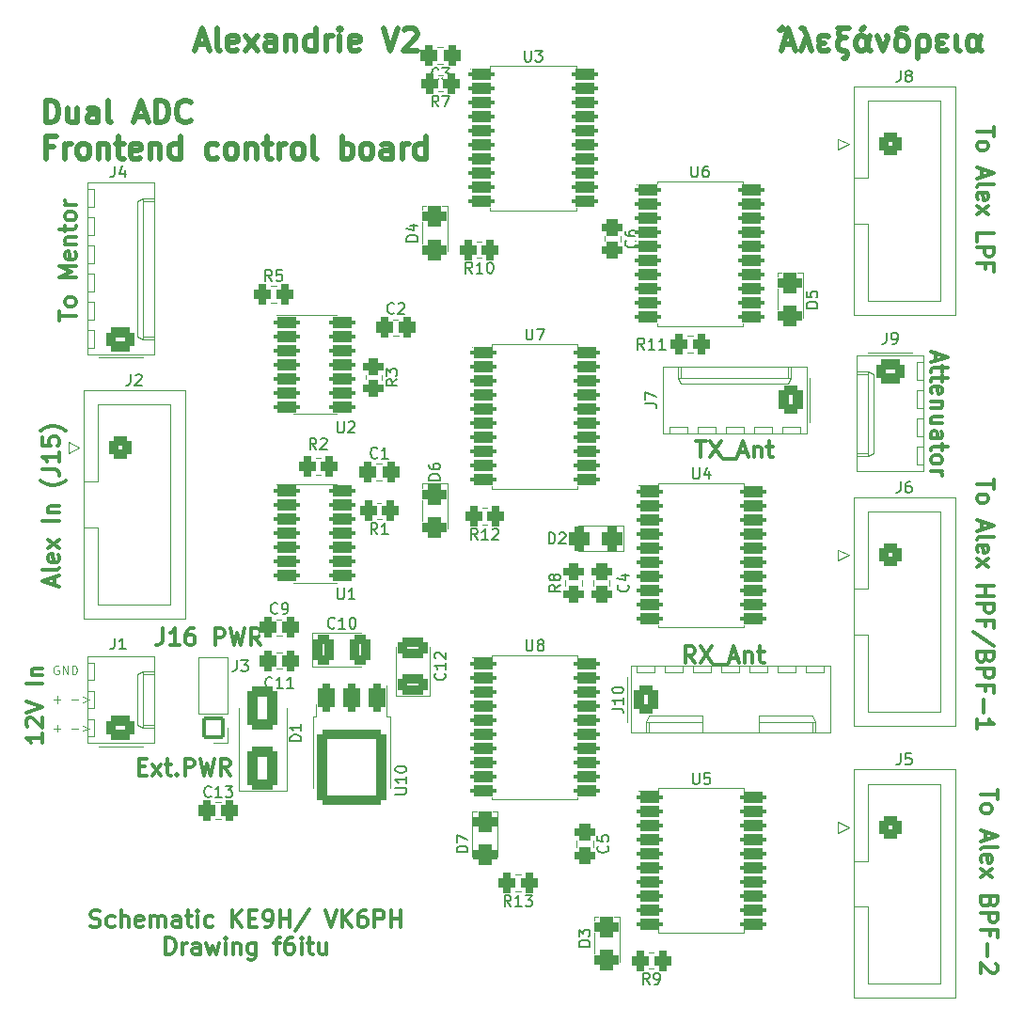
<source format=gto>
G04 #@! TF.GenerationSoftware,KiCad,Pcbnew,7.0.1*
G04 #@! TF.CreationDate,2023-04-18T17:18:43+02:00*
G04 #@! TF.ProjectId,Alexandrie,416c6578-616e-4647-9269-652e6b696361,rev?*
G04 #@! TF.SameCoordinates,Original*
G04 #@! TF.FileFunction,Legend,Top*
G04 #@! TF.FilePolarity,Positive*
%FSLAX46Y46*%
G04 Gerber Fmt 4.6, Leading zero omitted, Abs format (unit mm)*
G04 Created by KiCad (PCBNEW 7.0.1) date 2023-04-18 17:18:43*
%MOMM*%
%LPD*%
G01*
G04 APERTURE LIST*
G04 Aperture macros list*
%AMRoundRect*
0 Rectangle with rounded corners*
0 $1 Rounding radius*
0 $2 $3 $4 $5 $6 $7 $8 $9 X,Y pos of 4 corners*
0 Add a 4 corners polygon primitive as box body*
4,1,4,$2,$3,$4,$5,$6,$7,$8,$9,$2,$3,0*
0 Add four circle primitives for the rounded corners*
1,1,$1+$1,$2,$3*
1,1,$1+$1,$4,$5*
1,1,$1+$1,$6,$7*
1,1,$1+$1,$8,$9*
0 Add four rect primitives between the rounded corners*
20,1,$1+$1,$2,$3,$4,$5,0*
20,1,$1+$1,$4,$5,$6,$7,0*
20,1,$1+$1,$6,$7,$8,$9,0*
20,1,$1+$1,$8,$9,$2,$3,0*%
G04 Aperture macros list end*
%ADD10C,0.500000*%
%ADD11C,0.300000*%
%ADD12C,0.100000*%
%ADD13C,0.150000*%
%ADD14C,0.120000*%
%ADD15RoundRect,0.450000X0.350000X0.450000X-0.350000X0.450000X-0.350000X-0.450000X0.350000X-0.450000X0*%
%ADD16RoundRect,0.450000X-0.350000X-0.450000X0.350000X-0.450000X0.350000X0.450000X-0.350000X0.450000X0*%
%ADD17RoundRect,0.450001X-0.624999X0.462499X-0.624999X-0.462499X0.624999X-0.462499X0.624999X0.462499X0*%
%ADD18RoundRect,0.450000X0.900000X-1.500000X0.900000X1.500000X-0.900000X1.500000X-0.900000X-1.500000X0*%
%ADD19RoundRect,0.450000X0.450000X-0.350000X0.450000X0.350000X-0.450000X0.350000X-0.450000X-0.350000X0*%
%ADD20RoundRect,0.450000X0.845000X-0.620000X0.845000X0.620000X-0.845000X0.620000X-0.845000X-0.620000X0*%
%ADD21O,2.590000X2.140000*%
%ADD22C,1.200000*%
%ADD23C,7.400000*%
%ADD24RoundRect,0.450000X-0.475000X0.337500X-0.475000X-0.337500X0.475000X-0.337500X0.475000X0.337500X0*%
%ADD25RoundRect,0.450000X-0.350000X0.850000X-0.350000X-0.850000X0.350000X-0.850000X0.350000X0.850000X0*%
%ADD26RoundRect,0.449997X-2.650003X2.950003X-2.650003X-2.950003X2.650003X-2.950003X2.650003X2.950003X0*%
%ADD27RoundRect,0.350000X-0.875000X-0.150000X0.875000X-0.150000X0.875000X0.150000X-0.875000X0.150000X0*%
%ADD28RoundRect,0.450000X-0.337500X-0.475000X0.337500X-0.475000X0.337500X0.475000X-0.337500X0.475000X0*%
%ADD29RoundRect,0.350000X-0.825000X-0.150000X0.825000X-0.150000X0.825000X0.150000X-0.825000X0.150000X0*%
%ADD30RoundRect,0.450001X0.462499X0.624999X-0.462499X0.624999X-0.462499X-0.624999X0.462499X-0.624999X0*%
%ADD31RoundRect,0.450000X-0.600000X-0.600000X0.600000X-0.600000X0.600000X0.600000X-0.600000X0.600000X0*%
%ADD32C,2.100000*%
%ADD33RoundRect,0.450000X-0.620000X-0.845000X0.620000X-0.845000X0.620000X0.845000X-0.620000X0.845000X0*%
%ADD34O,2.140000X2.590000*%
%ADD35RoundRect,0.450001X0.924999X-0.499999X0.924999X0.499999X-0.924999X0.499999X-0.924999X-0.499999X0*%
%ADD36RoundRect,0.200000X0.850000X0.850000X-0.850000X0.850000X-0.850000X-0.850000X0.850000X-0.850000X0*%
%ADD37O,2.100000X2.100000*%
%ADD38RoundRect,0.450001X-0.499999X-0.924999X0.499999X-0.924999X0.499999X0.924999X-0.499999X0.924999X0*%
%ADD39RoundRect,0.450000X0.620000X0.845000X-0.620000X0.845000X-0.620000X-0.845000X0.620000X-0.845000X0*%
%ADD40RoundRect,0.450000X0.337500X0.475000X-0.337500X0.475000X-0.337500X-0.475000X0.337500X-0.475000X0*%
%ADD41RoundRect,0.450000X0.475000X-0.337500X0.475000X0.337500X-0.475000X0.337500X-0.475000X-0.337500X0*%
%ADD42RoundRect,0.450000X-0.450000X0.350000X-0.450000X-0.350000X0.450000X-0.350000X0.450000X0.350000X0*%
%ADD43RoundRect,0.450000X-0.845000X0.620000X-0.845000X-0.620000X0.845000X-0.620000X0.845000X0.620000X0*%
G04 APERTURE END LIST*
D10*
X100095242Y-58493809D02*
X101047623Y-58493809D01*
X99904766Y-59065238D02*
X100571432Y-57065238D01*
X100571432Y-57065238D02*
X101238099Y-59065238D01*
X102190480Y-59065238D02*
X102000004Y-58970000D01*
X102000004Y-58970000D02*
X101904766Y-58779523D01*
X101904766Y-58779523D02*
X101904766Y-57065238D01*
X103714290Y-58970000D02*
X103523814Y-59065238D01*
X103523814Y-59065238D02*
X103142861Y-59065238D01*
X103142861Y-59065238D02*
X102952385Y-58970000D01*
X102952385Y-58970000D02*
X102857147Y-58779523D01*
X102857147Y-58779523D02*
X102857147Y-58017619D01*
X102857147Y-58017619D02*
X102952385Y-57827142D01*
X102952385Y-57827142D02*
X103142861Y-57731904D01*
X103142861Y-57731904D02*
X103523814Y-57731904D01*
X103523814Y-57731904D02*
X103714290Y-57827142D01*
X103714290Y-57827142D02*
X103809528Y-58017619D01*
X103809528Y-58017619D02*
X103809528Y-58208095D01*
X103809528Y-58208095D02*
X102857147Y-58398571D01*
X104476195Y-59065238D02*
X105523814Y-57731904D01*
X104476195Y-57731904D02*
X105523814Y-59065238D01*
X107142862Y-59065238D02*
X107142862Y-58017619D01*
X107142862Y-58017619D02*
X107047624Y-57827142D01*
X107047624Y-57827142D02*
X106857148Y-57731904D01*
X106857148Y-57731904D02*
X106476195Y-57731904D01*
X106476195Y-57731904D02*
X106285719Y-57827142D01*
X107142862Y-58970000D02*
X106952386Y-59065238D01*
X106952386Y-59065238D02*
X106476195Y-59065238D01*
X106476195Y-59065238D02*
X106285719Y-58970000D01*
X106285719Y-58970000D02*
X106190481Y-58779523D01*
X106190481Y-58779523D02*
X106190481Y-58589047D01*
X106190481Y-58589047D02*
X106285719Y-58398571D01*
X106285719Y-58398571D02*
X106476195Y-58303333D01*
X106476195Y-58303333D02*
X106952386Y-58303333D01*
X106952386Y-58303333D02*
X107142862Y-58208095D01*
X108095243Y-57731904D02*
X108095243Y-59065238D01*
X108095243Y-57922380D02*
X108190481Y-57827142D01*
X108190481Y-57827142D02*
X108380957Y-57731904D01*
X108380957Y-57731904D02*
X108666672Y-57731904D01*
X108666672Y-57731904D02*
X108857148Y-57827142D01*
X108857148Y-57827142D02*
X108952386Y-58017619D01*
X108952386Y-58017619D02*
X108952386Y-59065238D01*
X110761910Y-59065238D02*
X110761910Y-57065238D01*
X110761910Y-58970000D02*
X110571434Y-59065238D01*
X110571434Y-59065238D02*
X110190481Y-59065238D01*
X110190481Y-59065238D02*
X110000005Y-58970000D01*
X110000005Y-58970000D02*
X109904767Y-58874761D01*
X109904767Y-58874761D02*
X109809529Y-58684285D01*
X109809529Y-58684285D02*
X109809529Y-58112857D01*
X109809529Y-58112857D02*
X109904767Y-57922380D01*
X109904767Y-57922380D02*
X110000005Y-57827142D01*
X110000005Y-57827142D02*
X110190481Y-57731904D01*
X110190481Y-57731904D02*
X110571434Y-57731904D01*
X110571434Y-57731904D02*
X110761910Y-57827142D01*
X111714291Y-59065238D02*
X111714291Y-57731904D01*
X111714291Y-58112857D02*
X111809529Y-57922380D01*
X111809529Y-57922380D02*
X111904767Y-57827142D01*
X111904767Y-57827142D02*
X112095243Y-57731904D01*
X112095243Y-57731904D02*
X112285720Y-57731904D01*
X112952386Y-59065238D02*
X112952386Y-57731904D01*
X112952386Y-57065238D02*
X112857148Y-57160476D01*
X112857148Y-57160476D02*
X112952386Y-57255714D01*
X112952386Y-57255714D02*
X113047624Y-57160476D01*
X113047624Y-57160476D02*
X112952386Y-57065238D01*
X112952386Y-57065238D02*
X112952386Y-57255714D01*
X114666672Y-58970000D02*
X114476196Y-59065238D01*
X114476196Y-59065238D02*
X114095243Y-59065238D01*
X114095243Y-59065238D02*
X113904767Y-58970000D01*
X113904767Y-58970000D02*
X113809529Y-58779523D01*
X113809529Y-58779523D02*
X113809529Y-58017619D01*
X113809529Y-58017619D02*
X113904767Y-57827142D01*
X113904767Y-57827142D02*
X114095243Y-57731904D01*
X114095243Y-57731904D02*
X114476196Y-57731904D01*
X114476196Y-57731904D02*
X114666672Y-57827142D01*
X114666672Y-57827142D02*
X114761910Y-58017619D01*
X114761910Y-58017619D02*
X114761910Y-58208095D01*
X114761910Y-58208095D02*
X113809529Y-58398571D01*
X116857149Y-57065238D02*
X117523815Y-59065238D01*
X117523815Y-59065238D02*
X118190482Y-57065238D01*
X118761911Y-57255714D02*
X118857149Y-57160476D01*
X118857149Y-57160476D02*
X119047625Y-57065238D01*
X119047625Y-57065238D02*
X119523816Y-57065238D01*
X119523816Y-57065238D02*
X119714292Y-57160476D01*
X119714292Y-57160476D02*
X119809530Y-57255714D01*
X119809530Y-57255714D02*
X119904768Y-57446190D01*
X119904768Y-57446190D02*
X119904768Y-57636666D01*
X119904768Y-57636666D02*
X119809530Y-57922380D01*
X119809530Y-57922380D02*
X118666673Y-59065238D01*
X118666673Y-59065238D02*
X119904768Y-59065238D01*
X152857159Y-58493809D02*
X153809540Y-58493809D01*
X152666683Y-59065238D02*
X153333350Y-57065238D01*
X153333350Y-57065238D02*
X154000016Y-59065238D01*
X152571445Y-57255714D02*
X152666683Y-57255714D01*
X152666683Y-57255714D02*
X152761921Y-57160476D01*
X152761921Y-57160476D02*
X152761921Y-56970000D01*
X154952397Y-57731904D02*
X154476207Y-59065238D01*
X154476207Y-57065238D02*
X154666683Y-57065238D01*
X154666683Y-57065238D02*
X154761921Y-57160476D01*
X154761921Y-57160476D02*
X154952397Y-57731904D01*
X154952397Y-57731904D02*
X155428588Y-59065238D01*
X156380969Y-58398571D02*
X156190493Y-58493809D01*
X156190493Y-58493809D02*
X156095255Y-58684285D01*
X156095255Y-58684285D02*
X156095255Y-58779523D01*
X156095255Y-58779523D02*
X156190493Y-58970000D01*
X156190493Y-58970000D02*
X156380969Y-59065238D01*
X156380969Y-59065238D02*
X156761922Y-59065238D01*
X156761922Y-59065238D02*
X156952398Y-58970000D01*
X156571445Y-58398571D02*
X156380969Y-58398571D01*
X156380969Y-58398571D02*
X156190493Y-58303333D01*
X156190493Y-58303333D02*
X156095255Y-58112857D01*
X156095255Y-58112857D02*
X156095255Y-58017619D01*
X156095255Y-58017619D02*
X156190493Y-57827142D01*
X156190493Y-57827142D02*
X156380969Y-57731904D01*
X156380969Y-57731904D02*
X156761922Y-57731904D01*
X156761922Y-57731904D02*
X156952398Y-57827142D01*
X157809541Y-57065238D02*
X158761922Y-57065238D01*
X158190493Y-57065238D02*
X158000017Y-57160476D01*
X158000017Y-57160476D02*
X157904779Y-57350952D01*
X157904779Y-57350952D02*
X157904779Y-57636666D01*
X157904779Y-57636666D02*
X158000017Y-57827142D01*
X158000017Y-57827142D02*
X158190493Y-57922380D01*
X158190493Y-57922380D02*
X158571446Y-57922380D01*
X158190493Y-57922380D02*
X158000017Y-58017619D01*
X158000017Y-58017619D02*
X157904779Y-58112857D01*
X157904779Y-58112857D02*
X157809541Y-58303333D01*
X157809541Y-58303333D02*
X157809541Y-58684285D01*
X157809541Y-58684285D02*
X157904779Y-58874761D01*
X157904779Y-58874761D02*
X158000017Y-58970000D01*
X158000017Y-58970000D02*
X158190493Y-59065238D01*
X158190493Y-59065238D02*
X158380970Y-59065238D01*
X158380970Y-59065238D02*
X158571446Y-59160476D01*
X158571446Y-59160476D02*
X158666684Y-59350952D01*
X158666684Y-59350952D02*
X158666684Y-59446190D01*
X158666684Y-59446190D02*
X158571446Y-59636666D01*
X158571446Y-59636666D02*
X158380970Y-59731904D01*
X158380970Y-59731904D02*
X158285731Y-59731904D01*
X160666684Y-57731904D02*
X160380970Y-58684285D01*
X160380970Y-58684285D02*
X160285732Y-58874761D01*
X160285732Y-58874761D02*
X160190494Y-58970000D01*
X160190494Y-58970000D02*
X160000017Y-59065238D01*
X160000017Y-59065238D02*
X159809541Y-59065238D01*
X159809541Y-59065238D02*
X159619065Y-58970000D01*
X159619065Y-58970000D02*
X159523827Y-58874761D01*
X159523827Y-58874761D02*
X159428589Y-58589047D01*
X159428589Y-58589047D02*
X159428589Y-58208095D01*
X159428589Y-58208095D02*
X159523827Y-57922380D01*
X159523827Y-57922380D02*
X159619065Y-57827142D01*
X159619065Y-57827142D02*
X159809541Y-57731904D01*
X159809541Y-57731904D02*
X160000017Y-57731904D01*
X160000017Y-57731904D02*
X160190494Y-57827142D01*
X160190494Y-57827142D02*
X160285732Y-57922380D01*
X160285732Y-57922380D02*
X160380970Y-58112857D01*
X160380970Y-58112857D02*
X160476208Y-58779523D01*
X160476208Y-58779523D02*
X160571446Y-58970000D01*
X160571446Y-58970000D02*
X160761922Y-59065238D01*
X160190494Y-56970000D02*
X159904779Y-57255714D01*
X161333351Y-57731904D02*
X161809541Y-59065238D01*
X161809541Y-59065238D02*
X162285732Y-58017619D01*
X162285732Y-58017619D02*
X162285732Y-57922380D01*
X162285732Y-57922380D02*
X162190494Y-57731904D01*
X163714304Y-57731904D02*
X163428589Y-57731904D01*
X163428589Y-57731904D02*
X163238113Y-57827142D01*
X163238113Y-57827142D02*
X163142875Y-57922380D01*
X163142875Y-57922380D02*
X163047637Y-58112857D01*
X163047637Y-58112857D02*
X163047637Y-58684285D01*
X163047637Y-58684285D02*
X163142875Y-58874761D01*
X163142875Y-58874761D02*
X163238113Y-58970000D01*
X163238113Y-58970000D02*
X163428589Y-59065238D01*
X163428589Y-59065238D02*
X163714304Y-59065238D01*
X163714304Y-59065238D02*
X163904780Y-58970000D01*
X163904780Y-58970000D02*
X164000018Y-58874761D01*
X164000018Y-58874761D02*
X164095256Y-58684285D01*
X164095256Y-58684285D02*
X164095256Y-58112857D01*
X164095256Y-58112857D02*
X164000018Y-57922380D01*
X164000018Y-57922380D02*
X163904780Y-57827142D01*
X163904780Y-57827142D02*
X163714304Y-57731904D01*
X163714304Y-57731904D02*
X163428589Y-57636666D01*
X163428589Y-57636666D02*
X163238113Y-57541428D01*
X163238113Y-57541428D02*
X163142875Y-57350952D01*
X163142875Y-57350952D02*
X163238113Y-57160476D01*
X163238113Y-57160476D02*
X163428589Y-57065238D01*
X163428589Y-57065238D02*
X163809542Y-57065238D01*
X163809542Y-57065238D02*
X164000018Y-57160476D01*
X164952399Y-59731904D02*
X164952399Y-58112857D01*
X164952399Y-58112857D02*
X165047637Y-57922380D01*
X165047637Y-57922380D02*
X165142875Y-57827142D01*
X165142875Y-57827142D02*
X165333351Y-57731904D01*
X165333351Y-57731904D02*
X165619066Y-57731904D01*
X165619066Y-57731904D02*
X165809542Y-57827142D01*
X165809542Y-57827142D02*
X165904780Y-57922380D01*
X165904780Y-57922380D02*
X166000018Y-58112857D01*
X166000018Y-58112857D02*
X166000018Y-58684285D01*
X166000018Y-58684285D02*
X165904780Y-58874761D01*
X165904780Y-58874761D02*
X165809542Y-58970000D01*
X165809542Y-58970000D02*
X165619066Y-59065238D01*
X165619066Y-59065238D02*
X165333351Y-59065238D01*
X165333351Y-59065238D02*
X165142875Y-58970000D01*
X165142875Y-58970000D02*
X164952399Y-58779523D01*
X167047637Y-58398571D02*
X166857161Y-58493809D01*
X166857161Y-58493809D02*
X166761923Y-58684285D01*
X166761923Y-58684285D02*
X166761923Y-58779523D01*
X166761923Y-58779523D02*
X166857161Y-58970000D01*
X166857161Y-58970000D02*
X167047637Y-59065238D01*
X167047637Y-59065238D02*
X167428590Y-59065238D01*
X167428590Y-59065238D02*
X167619066Y-58970000D01*
X167238113Y-58398571D02*
X167047637Y-58398571D01*
X167047637Y-58398571D02*
X166857161Y-58303333D01*
X166857161Y-58303333D02*
X166761923Y-58112857D01*
X166761923Y-58112857D02*
X166761923Y-58017619D01*
X166761923Y-58017619D02*
X166857161Y-57827142D01*
X166857161Y-57827142D02*
X167047637Y-57731904D01*
X167047637Y-57731904D02*
X167428590Y-57731904D01*
X167428590Y-57731904D02*
X167619066Y-57827142D01*
X168476209Y-57731904D02*
X168476209Y-58779523D01*
X168476209Y-58779523D02*
X168571447Y-58970000D01*
X168571447Y-58970000D02*
X168761923Y-59065238D01*
X170666685Y-57731904D02*
X170380971Y-58684285D01*
X170380971Y-58684285D02*
X170285733Y-58874761D01*
X170285733Y-58874761D02*
X170190495Y-58970000D01*
X170190495Y-58970000D02*
X170000018Y-59065238D01*
X170000018Y-59065238D02*
X169809542Y-59065238D01*
X169809542Y-59065238D02*
X169619066Y-58970000D01*
X169619066Y-58970000D02*
X169523828Y-58874761D01*
X169523828Y-58874761D02*
X169428590Y-58589047D01*
X169428590Y-58589047D02*
X169428590Y-58208095D01*
X169428590Y-58208095D02*
X169523828Y-57922380D01*
X169523828Y-57922380D02*
X169619066Y-57827142D01*
X169619066Y-57827142D02*
X169809542Y-57731904D01*
X169809542Y-57731904D02*
X170000018Y-57731904D01*
X170000018Y-57731904D02*
X170190495Y-57827142D01*
X170190495Y-57827142D02*
X170285733Y-57922380D01*
X170285733Y-57922380D02*
X170380971Y-58112857D01*
X170380971Y-58112857D02*
X170476209Y-58779523D01*
X170476209Y-58779523D02*
X170571447Y-58970000D01*
X170571447Y-58970000D02*
X170761923Y-59065238D01*
X86476190Y-65545238D02*
X86476190Y-63545238D01*
X86476190Y-63545238D02*
X86952380Y-63545238D01*
X86952380Y-63545238D02*
X87238095Y-63640476D01*
X87238095Y-63640476D02*
X87428571Y-63830952D01*
X87428571Y-63830952D02*
X87523809Y-64021428D01*
X87523809Y-64021428D02*
X87619047Y-64402380D01*
X87619047Y-64402380D02*
X87619047Y-64688095D01*
X87619047Y-64688095D02*
X87523809Y-65069047D01*
X87523809Y-65069047D02*
X87428571Y-65259523D01*
X87428571Y-65259523D02*
X87238095Y-65450000D01*
X87238095Y-65450000D02*
X86952380Y-65545238D01*
X86952380Y-65545238D02*
X86476190Y-65545238D01*
X89333333Y-64211904D02*
X89333333Y-65545238D01*
X88476190Y-64211904D02*
X88476190Y-65259523D01*
X88476190Y-65259523D02*
X88571428Y-65450000D01*
X88571428Y-65450000D02*
X88761904Y-65545238D01*
X88761904Y-65545238D02*
X89047619Y-65545238D01*
X89047619Y-65545238D02*
X89238095Y-65450000D01*
X89238095Y-65450000D02*
X89333333Y-65354761D01*
X91142857Y-65545238D02*
X91142857Y-64497619D01*
X91142857Y-64497619D02*
X91047619Y-64307142D01*
X91047619Y-64307142D02*
X90857143Y-64211904D01*
X90857143Y-64211904D02*
X90476190Y-64211904D01*
X90476190Y-64211904D02*
X90285714Y-64307142D01*
X91142857Y-65450000D02*
X90952381Y-65545238D01*
X90952381Y-65545238D02*
X90476190Y-65545238D01*
X90476190Y-65545238D02*
X90285714Y-65450000D01*
X90285714Y-65450000D02*
X90190476Y-65259523D01*
X90190476Y-65259523D02*
X90190476Y-65069047D01*
X90190476Y-65069047D02*
X90285714Y-64878571D01*
X90285714Y-64878571D02*
X90476190Y-64783333D01*
X90476190Y-64783333D02*
X90952381Y-64783333D01*
X90952381Y-64783333D02*
X91142857Y-64688095D01*
X92380952Y-65545238D02*
X92190476Y-65450000D01*
X92190476Y-65450000D02*
X92095238Y-65259523D01*
X92095238Y-65259523D02*
X92095238Y-63545238D01*
X94571429Y-64973809D02*
X95523810Y-64973809D01*
X94380953Y-65545238D02*
X95047619Y-63545238D01*
X95047619Y-63545238D02*
X95714286Y-65545238D01*
X96380953Y-65545238D02*
X96380953Y-63545238D01*
X96380953Y-63545238D02*
X96857143Y-63545238D01*
X96857143Y-63545238D02*
X97142858Y-63640476D01*
X97142858Y-63640476D02*
X97333334Y-63830952D01*
X97333334Y-63830952D02*
X97428572Y-64021428D01*
X97428572Y-64021428D02*
X97523810Y-64402380D01*
X97523810Y-64402380D02*
X97523810Y-64688095D01*
X97523810Y-64688095D02*
X97428572Y-65069047D01*
X97428572Y-65069047D02*
X97333334Y-65259523D01*
X97333334Y-65259523D02*
X97142858Y-65450000D01*
X97142858Y-65450000D02*
X96857143Y-65545238D01*
X96857143Y-65545238D02*
X96380953Y-65545238D01*
X99523810Y-65354761D02*
X99428572Y-65450000D01*
X99428572Y-65450000D02*
X99142858Y-65545238D01*
X99142858Y-65545238D02*
X98952382Y-65545238D01*
X98952382Y-65545238D02*
X98666667Y-65450000D01*
X98666667Y-65450000D02*
X98476191Y-65259523D01*
X98476191Y-65259523D02*
X98380953Y-65069047D01*
X98380953Y-65069047D02*
X98285715Y-64688095D01*
X98285715Y-64688095D02*
X98285715Y-64402380D01*
X98285715Y-64402380D02*
X98380953Y-64021428D01*
X98380953Y-64021428D02*
X98476191Y-63830952D01*
X98476191Y-63830952D02*
X98666667Y-63640476D01*
X98666667Y-63640476D02*
X98952382Y-63545238D01*
X98952382Y-63545238D02*
X99142858Y-63545238D01*
X99142858Y-63545238D02*
X99428572Y-63640476D01*
X99428572Y-63640476D02*
X99523810Y-63735714D01*
X87142857Y-67737619D02*
X86476190Y-67737619D01*
X86476190Y-68785238D02*
X86476190Y-66785238D01*
X86476190Y-66785238D02*
X87428571Y-66785238D01*
X88190476Y-68785238D02*
X88190476Y-67451904D01*
X88190476Y-67832857D02*
X88285714Y-67642380D01*
X88285714Y-67642380D02*
X88380952Y-67547142D01*
X88380952Y-67547142D02*
X88571428Y-67451904D01*
X88571428Y-67451904D02*
X88761905Y-67451904D01*
X89714285Y-68785238D02*
X89523809Y-68690000D01*
X89523809Y-68690000D02*
X89428571Y-68594761D01*
X89428571Y-68594761D02*
X89333333Y-68404285D01*
X89333333Y-68404285D02*
X89333333Y-67832857D01*
X89333333Y-67832857D02*
X89428571Y-67642380D01*
X89428571Y-67642380D02*
X89523809Y-67547142D01*
X89523809Y-67547142D02*
X89714285Y-67451904D01*
X89714285Y-67451904D02*
X90000000Y-67451904D01*
X90000000Y-67451904D02*
X90190476Y-67547142D01*
X90190476Y-67547142D02*
X90285714Y-67642380D01*
X90285714Y-67642380D02*
X90380952Y-67832857D01*
X90380952Y-67832857D02*
X90380952Y-68404285D01*
X90380952Y-68404285D02*
X90285714Y-68594761D01*
X90285714Y-68594761D02*
X90190476Y-68690000D01*
X90190476Y-68690000D02*
X90000000Y-68785238D01*
X90000000Y-68785238D02*
X89714285Y-68785238D01*
X91238095Y-67451904D02*
X91238095Y-68785238D01*
X91238095Y-67642380D02*
X91333333Y-67547142D01*
X91333333Y-67547142D02*
X91523809Y-67451904D01*
X91523809Y-67451904D02*
X91809524Y-67451904D01*
X91809524Y-67451904D02*
X92000000Y-67547142D01*
X92000000Y-67547142D02*
X92095238Y-67737619D01*
X92095238Y-67737619D02*
X92095238Y-68785238D01*
X92761905Y-67451904D02*
X93523809Y-67451904D01*
X93047619Y-66785238D02*
X93047619Y-68499523D01*
X93047619Y-68499523D02*
X93142857Y-68690000D01*
X93142857Y-68690000D02*
X93333333Y-68785238D01*
X93333333Y-68785238D02*
X93523809Y-68785238D01*
X94952381Y-68690000D02*
X94761905Y-68785238D01*
X94761905Y-68785238D02*
X94380952Y-68785238D01*
X94380952Y-68785238D02*
X94190476Y-68690000D01*
X94190476Y-68690000D02*
X94095238Y-68499523D01*
X94095238Y-68499523D02*
X94095238Y-67737619D01*
X94095238Y-67737619D02*
X94190476Y-67547142D01*
X94190476Y-67547142D02*
X94380952Y-67451904D01*
X94380952Y-67451904D02*
X94761905Y-67451904D01*
X94761905Y-67451904D02*
X94952381Y-67547142D01*
X94952381Y-67547142D02*
X95047619Y-67737619D01*
X95047619Y-67737619D02*
X95047619Y-67928095D01*
X95047619Y-67928095D02*
X94095238Y-68118571D01*
X95904762Y-67451904D02*
X95904762Y-68785238D01*
X95904762Y-67642380D02*
X96000000Y-67547142D01*
X96000000Y-67547142D02*
X96190476Y-67451904D01*
X96190476Y-67451904D02*
X96476191Y-67451904D01*
X96476191Y-67451904D02*
X96666667Y-67547142D01*
X96666667Y-67547142D02*
X96761905Y-67737619D01*
X96761905Y-67737619D02*
X96761905Y-68785238D01*
X98571429Y-68785238D02*
X98571429Y-66785238D01*
X98571429Y-68690000D02*
X98380953Y-68785238D01*
X98380953Y-68785238D02*
X98000000Y-68785238D01*
X98000000Y-68785238D02*
X97809524Y-68690000D01*
X97809524Y-68690000D02*
X97714286Y-68594761D01*
X97714286Y-68594761D02*
X97619048Y-68404285D01*
X97619048Y-68404285D02*
X97619048Y-67832857D01*
X97619048Y-67832857D02*
X97714286Y-67642380D01*
X97714286Y-67642380D02*
X97809524Y-67547142D01*
X97809524Y-67547142D02*
X98000000Y-67451904D01*
X98000000Y-67451904D02*
X98380953Y-67451904D01*
X98380953Y-67451904D02*
X98571429Y-67547142D01*
X101904763Y-68690000D02*
X101714287Y-68785238D01*
X101714287Y-68785238D02*
X101333334Y-68785238D01*
X101333334Y-68785238D02*
X101142858Y-68690000D01*
X101142858Y-68690000D02*
X101047620Y-68594761D01*
X101047620Y-68594761D02*
X100952382Y-68404285D01*
X100952382Y-68404285D02*
X100952382Y-67832857D01*
X100952382Y-67832857D02*
X101047620Y-67642380D01*
X101047620Y-67642380D02*
X101142858Y-67547142D01*
X101142858Y-67547142D02*
X101333334Y-67451904D01*
X101333334Y-67451904D02*
X101714287Y-67451904D01*
X101714287Y-67451904D02*
X101904763Y-67547142D01*
X103047620Y-68785238D02*
X102857144Y-68690000D01*
X102857144Y-68690000D02*
X102761906Y-68594761D01*
X102761906Y-68594761D02*
X102666668Y-68404285D01*
X102666668Y-68404285D02*
X102666668Y-67832857D01*
X102666668Y-67832857D02*
X102761906Y-67642380D01*
X102761906Y-67642380D02*
X102857144Y-67547142D01*
X102857144Y-67547142D02*
X103047620Y-67451904D01*
X103047620Y-67451904D02*
X103333335Y-67451904D01*
X103333335Y-67451904D02*
X103523811Y-67547142D01*
X103523811Y-67547142D02*
X103619049Y-67642380D01*
X103619049Y-67642380D02*
X103714287Y-67832857D01*
X103714287Y-67832857D02*
X103714287Y-68404285D01*
X103714287Y-68404285D02*
X103619049Y-68594761D01*
X103619049Y-68594761D02*
X103523811Y-68690000D01*
X103523811Y-68690000D02*
X103333335Y-68785238D01*
X103333335Y-68785238D02*
X103047620Y-68785238D01*
X104571430Y-67451904D02*
X104571430Y-68785238D01*
X104571430Y-67642380D02*
X104666668Y-67547142D01*
X104666668Y-67547142D02*
X104857144Y-67451904D01*
X104857144Y-67451904D02*
X105142859Y-67451904D01*
X105142859Y-67451904D02*
X105333335Y-67547142D01*
X105333335Y-67547142D02*
X105428573Y-67737619D01*
X105428573Y-67737619D02*
X105428573Y-68785238D01*
X106095240Y-67451904D02*
X106857144Y-67451904D01*
X106380954Y-66785238D02*
X106380954Y-68499523D01*
X106380954Y-68499523D02*
X106476192Y-68690000D01*
X106476192Y-68690000D02*
X106666668Y-68785238D01*
X106666668Y-68785238D02*
X106857144Y-68785238D01*
X107523811Y-68785238D02*
X107523811Y-67451904D01*
X107523811Y-67832857D02*
X107619049Y-67642380D01*
X107619049Y-67642380D02*
X107714287Y-67547142D01*
X107714287Y-67547142D02*
X107904763Y-67451904D01*
X107904763Y-67451904D02*
X108095240Y-67451904D01*
X109047620Y-68785238D02*
X108857144Y-68690000D01*
X108857144Y-68690000D02*
X108761906Y-68594761D01*
X108761906Y-68594761D02*
X108666668Y-68404285D01*
X108666668Y-68404285D02*
X108666668Y-67832857D01*
X108666668Y-67832857D02*
X108761906Y-67642380D01*
X108761906Y-67642380D02*
X108857144Y-67547142D01*
X108857144Y-67547142D02*
X109047620Y-67451904D01*
X109047620Y-67451904D02*
X109333335Y-67451904D01*
X109333335Y-67451904D02*
X109523811Y-67547142D01*
X109523811Y-67547142D02*
X109619049Y-67642380D01*
X109619049Y-67642380D02*
X109714287Y-67832857D01*
X109714287Y-67832857D02*
X109714287Y-68404285D01*
X109714287Y-68404285D02*
X109619049Y-68594761D01*
X109619049Y-68594761D02*
X109523811Y-68690000D01*
X109523811Y-68690000D02*
X109333335Y-68785238D01*
X109333335Y-68785238D02*
X109047620Y-68785238D01*
X110857144Y-68785238D02*
X110666668Y-68690000D01*
X110666668Y-68690000D02*
X110571430Y-68499523D01*
X110571430Y-68499523D02*
X110571430Y-66785238D01*
X113142859Y-68785238D02*
X113142859Y-66785238D01*
X113142859Y-67547142D02*
X113333335Y-67451904D01*
X113333335Y-67451904D02*
X113714288Y-67451904D01*
X113714288Y-67451904D02*
X113904764Y-67547142D01*
X113904764Y-67547142D02*
X114000002Y-67642380D01*
X114000002Y-67642380D02*
X114095240Y-67832857D01*
X114095240Y-67832857D02*
X114095240Y-68404285D01*
X114095240Y-68404285D02*
X114000002Y-68594761D01*
X114000002Y-68594761D02*
X113904764Y-68690000D01*
X113904764Y-68690000D02*
X113714288Y-68785238D01*
X113714288Y-68785238D02*
X113333335Y-68785238D01*
X113333335Y-68785238D02*
X113142859Y-68690000D01*
X115238097Y-68785238D02*
X115047621Y-68690000D01*
X115047621Y-68690000D02*
X114952383Y-68594761D01*
X114952383Y-68594761D02*
X114857145Y-68404285D01*
X114857145Y-68404285D02*
X114857145Y-67832857D01*
X114857145Y-67832857D02*
X114952383Y-67642380D01*
X114952383Y-67642380D02*
X115047621Y-67547142D01*
X115047621Y-67547142D02*
X115238097Y-67451904D01*
X115238097Y-67451904D02*
X115523812Y-67451904D01*
X115523812Y-67451904D02*
X115714288Y-67547142D01*
X115714288Y-67547142D02*
X115809526Y-67642380D01*
X115809526Y-67642380D02*
X115904764Y-67832857D01*
X115904764Y-67832857D02*
X115904764Y-68404285D01*
X115904764Y-68404285D02*
X115809526Y-68594761D01*
X115809526Y-68594761D02*
X115714288Y-68690000D01*
X115714288Y-68690000D02*
X115523812Y-68785238D01*
X115523812Y-68785238D02*
X115238097Y-68785238D01*
X117619050Y-68785238D02*
X117619050Y-67737619D01*
X117619050Y-67737619D02*
X117523812Y-67547142D01*
X117523812Y-67547142D02*
X117333336Y-67451904D01*
X117333336Y-67451904D02*
X116952383Y-67451904D01*
X116952383Y-67451904D02*
X116761907Y-67547142D01*
X117619050Y-68690000D02*
X117428574Y-68785238D01*
X117428574Y-68785238D02*
X116952383Y-68785238D01*
X116952383Y-68785238D02*
X116761907Y-68690000D01*
X116761907Y-68690000D02*
X116666669Y-68499523D01*
X116666669Y-68499523D02*
X116666669Y-68309047D01*
X116666669Y-68309047D02*
X116761907Y-68118571D01*
X116761907Y-68118571D02*
X116952383Y-68023333D01*
X116952383Y-68023333D02*
X117428574Y-68023333D01*
X117428574Y-68023333D02*
X117619050Y-67928095D01*
X118571431Y-68785238D02*
X118571431Y-67451904D01*
X118571431Y-67832857D02*
X118666669Y-67642380D01*
X118666669Y-67642380D02*
X118761907Y-67547142D01*
X118761907Y-67547142D02*
X118952383Y-67451904D01*
X118952383Y-67451904D02*
X119142860Y-67451904D01*
X120666669Y-68785238D02*
X120666669Y-66785238D01*
X120666669Y-68690000D02*
X120476193Y-68785238D01*
X120476193Y-68785238D02*
X120095240Y-68785238D01*
X120095240Y-68785238D02*
X119904764Y-68690000D01*
X119904764Y-68690000D02*
X119809526Y-68594761D01*
X119809526Y-68594761D02*
X119714288Y-68404285D01*
X119714288Y-68404285D02*
X119714288Y-67832857D01*
X119714288Y-67832857D02*
X119809526Y-67642380D01*
X119809526Y-67642380D02*
X119904764Y-67547142D01*
X119904764Y-67547142D02*
X120095240Y-67451904D01*
X120095240Y-67451904D02*
X120476193Y-67451904D01*
X120476193Y-67451904D02*
X120666669Y-67547142D01*
D11*
X94857142Y-123530714D02*
X95357142Y-123530714D01*
X95571428Y-124316428D02*
X94857142Y-124316428D01*
X94857142Y-124316428D02*
X94857142Y-122816428D01*
X94857142Y-122816428D02*
X95571428Y-122816428D01*
X96071428Y-124316428D02*
X96857143Y-123316428D01*
X96071428Y-123316428D02*
X96857143Y-124316428D01*
X97214286Y-123316428D02*
X97785714Y-123316428D01*
X97428571Y-122816428D02*
X97428571Y-124102142D01*
X97428571Y-124102142D02*
X97500000Y-124245000D01*
X97500000Y-124245000D02*
X97642857Y-124316428D01*
X97642857Y-124316428D02*
X97785714Y-124316428D01*
X98285714Y-124173571D02*
X98357143Y-124245000D01*
X98357143Y-124245000D02*
X98285714Y-124316428D01*
X98285714Y-124316428D02*
X98214286Y-124245000D01*
X98214286Y-124245000D02*
X98285714Y-124173571D01*
X98285714Y-124173571D02*
X98285714Y-124316428D01*
X99000000Y-124316428D02*
X99000000Y-122816428D01*
X99000000Y-122816428D02*
X99571429Y-122816428D01*
X99571429Y-122816428D02*
X99714286Y-122887857D01*
X99714286Y-122887857D02*
X99785715Y-122959285D01*
X99785715Y-122959285D02*
X99857143Y-123102142D01*
X99857143Y-123102142D02*
X99857143Y-123316428D01*
X99857143Y-123316428D02*
X99785715Y-123459285D01*
X99785715Y-123459285D02*
X99714286Y-123530714D01*
X99714286Y-123530714D02*
X99571429Y-123602142D01*
X99571429Y-123602142D02*
X99000000Y-123602142D01*
X100357143Y-122816428D02*
X100714286Y-124316428D01*
X100714286Y-124316428D02*
X101000000Y-123245000D01*
X101000000Y-123245000D02*
X101285715Y-124316428D01*
X101285715Y-124316428D02*
X101642858Y-122816428D01*
X103071429Y-124316428D02*
X102571429Y-123602142D01*
X102214286Y-124316428D02*
X102214286Y-122816428D01*
X102214286Y-122816428D02*
X102785715Y-122816428D01*
X102785715Y-122816428D02*
X102928572Y-122887857D01*
X102928572Y-122887857D02*
X103000001Y-122959285D01*
X103000001Y-122959285D02*
X103071429Y-123102142D01*
X103071429Y-123102142D02*
X103071429Y-123316428D01*
X103071429Y-123316428D02*
X103000001Y-123459285D01*
X103000001Y-123459285D02*
X102928572Y-123530714D01*
X102928572Y-123530714D02*
X102785715Y-123602142D01*
X102785715Y-123602142D02*
X102214286Y-123602142D01*
D12*
X87609523Y-114456190D02*
X87533333Y-114418095D01*
X87533333Y-114418095D02*
X87419047Y-114418095D01*
X87419047Y-114418095D02*
X87304761Y-114456190D01*
X87304761Y-114456190D02*
X87228571Y-114532380D01*
X87228571Y-114532380D02*
X87190476Y-114608571D01*
X87190476Y-114608571D02*
X87152380Y-114760952D01*
X87152380Y-114760952D02*
X87152380Y-114875238D01*
X87152380Y-114875238D02*
X87190476Y-115027619D01*
X87190476Y-115027619D02*
X87228571Y-115103809D01*
X87228571Y-115103809D02*
X87304761Y-115180000D01*
X87304761Y-115180000D02*
X87419047Y-115218095D01*
X87419047Y-115218095D02*
X87495238Y-115218095D01*
X87495238Y-115218095D02*
X87609523Y-115180000D01*
X87609523Y-115180000D02*
X87647619Y-115141904D01*
X87647619Y-115141904D02*
X87647619Y-114875238D01*
X87647619Y-114875238D02*
X87495238Y-114875238D01*
X87990476Y-115218095D02*
X87990476Y-114418095D01*
X87990476Y-114418095D02*
X88447619Y-115218095D01*
X88447619Y-115218095D02*
X88447619Y-114418095D01*
X88828571Y-115218095D02*
X88828571Y-114418095D01*
X88828571Y-114418095D02*
X89019047Y-114418095D01*
X89019047Y-114418095D02*
X89133333Y-114456190D01*
X89133333Y-114456190D02*
X89209523Y-114532380D01*
X89209523Y-114532380D02*
X89247618Y-114608571D01*
X89247618Y-114608571D02*
X89285714Y-114760952D01*
X89285714Y-114760952D02*
X89285714Y-114875238D01*
X89285714Y-114875238D02*
X89247618Y-115027619D01*
X89247618Y-115027619D02*
X89209523Y-115103809D01*
X89209523Y-115103809D02*
X89133333Y-115180000D01*
X89133333Y-115180000D02*
X89019047Y-115218095D01*
X89019047Y-115218095D02*
X88828571Y-115218095D01*
X87190476Y-117505333D02*
X87800000Y-117505333D01*
X87495238Y-117810095D02*
X87495238Y-117200571D01*
X88790476Y-117505333D02*
X89400000Y-117505333D01*
X89780952Y-117276761D02*
X90390476Y-117505333D01*
X90390476Y-117505333D02*
X89780952Y-117733904D01*
X87190476Y-120097333D02*
X87800000Y-120097333D01*
X87495238Y-120402095D02*
X87495238Y-119792571D01*
X88790476Y-120097333D02*
X89400000Y-120097333D01*
X89780952Y-119868761D02*
X90390476Y-120097333D01*
X90390476Y-120097333D02*
X89780952Y-120325904D01*
D11*
X90500000Y-137907500D02*
X90714286Y-137978928D01*
X90714286Y-137978928D02*
X91071428Y-137978928D01*
X91071428Y-137978928D02*
X91214286Y-137907500D01*
X91214286Y-137907500D02*
X91285714Y-137836071D01*
X91285714Y-137836071D02*
X91357143Y-137693214D01*
X91357143Y-137693214D02*
X91357143Y-137550357D01*
X91357143Y-137550357D02*
X91285714Y-137407500D01*
X91285714Y-137407500D02*
X91214286Y-137336071D01*
X91214286Y-137336071D02*
X91071428Y-137264642D01*
X91071428Y-137264642D02*
X90785714Y-137193214D01*
X90785714Y-137193214D02*
X90642857Y-137121785D01*
X90642857Y-137121785D02*
X90571428Y-137050357D01*
X90571428Y-137050357D02*
X90500000Y-136907500D01*
X90500000Y-136907500D02*
X90500000Y-136764642D01*
X90500000Y-136764642D02*
X90571428Y-136621785D01*
X90571428Y-136621785D02*
X90642857Y-136550357D01*
X90642857Y-136550357D02*
X90785714Y-136478928D01*
X90785714Y-136478928D02*
X91142857Y-136478928D01*
X91142857Y-136478928D02*
X91357143Y-136550357D01*
X92642857Y-137907500D02*
X92499999Y-137978928D01*
X92499999Y-137978928D02*
X92214285Y-137978928D01*
X92214285Y-137978928D02*
X92071428Y-137907500D01*
X92071428Y-137907500D02*
X91999999Y-137836071D01*
X91999999Y-137836071D02*
X91928571Y-137693214D01*
X91928571Y-137693214D02*
X91928571Y-137264642D01*
X91928571Y-137264642D02*
X91999999Y-137121785D01*
X91999999Y-137121785D02*
X92071428Y-137050357D01*
X92071428Y-137050357D02*
X92214285Y-136978928D01*
X92214285Y-136978928D02*
X92499999Y-136978928D01*
X92499999Y-136978928D02*
X92642857Y-137050357D01*
X93285713Y-137978928D02*
X93285713Y-136478928D01*
X93928571Y-137978928D02*
X93928571Y-137193214D01*
X93928571Y-137193214D02*
X93857142Y-137050357D01*
X93857142Y-137050357D02*
X93714285Y-136978928D01*
X93714285Y-136978928D02*
X93499999Y-136978928D01*
X93499999Y-136978928D02*
X93357142Y-137050357D01*
X93357142Y-137050357D02*
X93285713Y-137121785D01*
X95214285Y-137907500D02*
X95071428Y-137978928D01*
X95071428Y-137978928D02*
X94785714Y-137978928D01*
X94785714Y-137978928D02*
X94642856Y-137907500D01*
X94642856Y-137907500D02*
X94571428Y-137764642D01*
X94571428Y-137764642D02*
X94571428Y-137193214D01*
X94571428Y-137193214D02*
X94642856Y-137050357D01*
X94642856Y-137050357D02*
X94785714Y-136978928D01*
X94785714Y-136978928D02*
X95071428Y-136978928D01*
X95071428Y-136978928D02*
X95214285Y-137050357D01*
X95214285Y-137050357D02*
X95285714Y-137193214D01*
X95285714Y-137193214D02*
X95285714Y-137336071D01*
X95285714Y-137336071D02*
X94571428Y-137478928D01*
X95928570Y-137978928D02*
X95928570Y-136978928D01*
X95928570Y-137121785D02*
X95999999Y-137050357D01*
X95999999Y-137050357D02*
X96142856Y-136978928D01*
X96142856Y-136978928D02*
X96357142Y-136978928D01*
X96357142Y-136978928D02*
X96499999Y-137050357D01*
X96499999Y-137050357D02*
X96571428Y-137193214D01*
X96571428Y-137193214D02*
X96571428Y-137978928D01*
X96571428Y-137193214D02*
X96642856Y-137050357D01*
X96642856Y-137050357D02*
X96785713Y-136978928D01*
X96785713Y-136978928D02*
X96999999Y-136978928D01*
X96999999Y-136978928D02*
X97142856Y-137050357D01*
X97142856Y-137050357D02*
X97214285Y-137193214D01*
X97214285Y-137193214D02*
X97214285Y-137978928D01*
X98571428Y-137978928D02*
X98571428Y-137193214D01*
X98571428Y-137193214D02*
X98499999Y-137050357D01*
X98499999Y-137050357D02*
X98357142Y-136978928D01*
X98357142Y-136978928D02*
X98071428Y-136978928D01*
X98071428Y-136978928D02*
X97928570Y-137050357D01*
X98571428Y-137907500D02*
X98428570Y-137978928D01*
X98428570Y-137978928D02*
X98071428Y-137978928D01*
X98071428Y-137978928D02*
X97928570Y-137907500D01*
X97928570Y-137907500D02*
X97857142Y-137764642D01*
X97857142Y-137764642D02*
X97857142Y-137621785D01*
X97857142Y-137621785D02*
X97928570Y-137478928D01*
X97928570Y-137478928D02*
X98071428Y-137407500D01*
X98071428Y-137407500D02*
X98428570Y-137407500D01*
X98428570Y-137407500D02*
X98571428Y-137336071D01*
X99071428Y-136978928D02*
X99642856Y-136978928D01*
X99285713Y-136478928D02*
X99285713Y-137764642D01*
X99285713Y-137764642D02*
X99357142Y-137907500D01*
X99357142Y-137907500D02*
X99499999Y-137978928D01*
X99499999Y-137978928D02*
X99642856Y-137978928D01*
X100142856Y-137978928D02*
X100142856Y-136978928D01*
X100142856Y-136478928D02*
X100071428Y-136550357D01*
X100071428Y-136550357D02*
X100142856Y-136621785D01*
X100142856Y-136621785D02*
X100214285Y-136550357D01*
X100214285Y-136550357D02*
X100142856Y-136478928D01*
X100142856Y-136478928D02*
X100142856Y-136621785D01*
X101500000Y-137907500D02*
X101357142Y-137978928D01*
X101357142Y-137978928D02*
X101071428Y-137978928D01*
X101071428Y-137978928D02*
X100928571Y-137907500D01*
X100928571Y-137907500D02*
X100857142Y-137836071D01*
X100857142Y-137836071D02*
X100785714Y-137693214D01*
X100785714Y-137693214D02*
X100785714Y-137264642D01*
X100785714Y-137264642D02*
X100857142Y-137121785D01*
X100857142Y-137121785D02*
X100928571Y-137050357D01*
X100928571Y-137050357D02*
X101071428Y-136978928D01*
X101071428Y-136978928D02*
X101357142Y-136978928D01*
X101357142Y-136978928D02*
X101500000Y-137050357D01*
X103285713Y-137978928D02*
X103285713Y-136478928D01*
X104142856Y-137978928D02*
X103499999Y-137121785D01*
X104142856Y-136478928D02*
X103285713Y-137336071D01*
X104785713Y-137193214D02*
X105285713Y-137193214D01*
X105499999Y-137978928D02*
X104785713Y-137978928D01*
X104785713Y-137978928D02*
X104785713Y-136478928D01*
X104785713Y-136478928D02*
X105499999Y-136478928D01*
X106214285Y-137978928D02*
X106499999Y-137978928D01*
X106499999Y-137978928D02*
X106642856Y-137907500D01*
X106642856Y-137907500D02*
X106714285Y-137836071D01*
X106714285Y-137836071D02*
X106857142Y-137621785D01*
X106857142Y-137621785D02*
X106928571Y-137336071D01*
X106928571Y-137336071D02*
X106928571Y-136764642D01*
X106928571Y-136764642D02*
X106857142Y-136621785D01*
X106857142Y-136621785D02*
X106785714Y-136550357D01*
X106785714Y-136550357D02*
X106642856Y-136478928D01*
X106642856Y-136478928D02*
X106357142Y-136478928D01*
X106357142Y-136478928D02*
X106214285Y-136550357D01*
X106214285Y-136550357D02*
X106142856Y-136621785D01*
X106142856Y-136621785D02*
X106071428Y-136764642D01*
X106071428Y-136764642D02*
X106071428Y-137121785D01*
X106071428Y-137121785D02*
X106142856Y-137264642D01*
X106142856Y-137264642D02*
X106214285Y-137336071D01*
X106214285Y-137336071D02*
X106357142Y-137407500D01*
X106357142Y-137407500D02*
X106642856Y-137407500D01*
X106642856Y-137407500D02*
X106785714Y-137336071D01*
X106785714Y-137336071D02*
X106857142Y-137264642D01*
X106857142Y-137264642D02*
X106928571Y-137121785D01*
X107571427Y-137978928D02*
X107571427Y-136478928D01*
X107571427Y-137193214D02*
X108428570Y-137193214D01*
X108428570Y-137978928D02*
X108428570Y-136478928D01*
X110214285Y-136407500D02*
X108928571Y-138336071D01*
X111642857Y-136478928D02*
X112142857Y-137978928D01*
X112142857Y-137978928D02*
X112642857Y-136478928D01*
X113142856Y-137978928D02*
X113142856Y-136478928D01*
X113999999Y-137978928D02*
X113357142Y-137121785D01*
X113999999Y-136478928D02*
X113142856Y-137336071D01*
X115285714Y-136478928D02*
X114999999Y-136478928D01*
X114999999Y-136478928D02*
X114857142Y-136550357D01*
X114857142Y-136550357D02*
X114785714Y-136621785D01*
X114785714Y-136621785D02*
X114642856Y-136836071D01*
X114642856Y-136836071D02*
X114571428Y-137121785D01*
X114571428Y-137121785D02*
X114571428Y-137693214D01*
X114571428Y-137693214D02*
X114642856Y-137836071D01*
X114642856Y-137836071D02*
X114714285Y-137907500D01*
X114714285Y-137907500D02*
X114857142Y-137978928D01*
X114857142Y-137978928D02*
X115142856Y-137978928D01*
X115142856Y-137978928D02*
X115285714Y-137907500D01*
X115285714Y-137907500D02*
X115357142Y-137836071D01*
X115357142Y-137836071D02*
X115428571Y-137693214D01*
X115428571Y-137693214D02*
X115428571Y-137336071D01*
X115428571Y-137336071D02*
X115357142Y-137193214D01*
X115357142Y-137193214D02*
X115285714Y-137121785D01*
X115285714Y-137121785D02*
X115142856Y-137050357D01*
X115142856Y-137050357D02*
X114857142Y-137050357D01*
X114857142Y-137050357D02*
X114714285Y-137121785D01*
X114714285Y-137121785D02*
X114642856Y-137193214D01*
X114642856Y-137193214D02*
X114571428Y-137336071D01*
X116071427Y-137978928D02*
X116071427Y-136478928D01*
X116071427Y-136478928D02*
X116642856Y-136478928D01*
X116642856Y-136478928D02*
X116785713Y-136550357D01*
X116785713Y-136550357D02*
X116857142Y-136621785D01*
X116857142Y-136621785D02*
X116928570Y-136764642D01*
X116928570Y-136764642D02*
X116928570Y-136978928D01*
X116928570Y-136978928D02*
X116857142Y-137121785D01*
X116857142Y-137121785D02*
X116785713Y-137193214D01*
X116785713Y-137193214D02*
X116642856Y-137264642D01*
X116642856Y-137264642D02*
X116071427Y-137264642D01*
X117571427Y-137978928D02*
X117571427Y-136478928D01*
X117571427Y-137193214D02*
X118428570Y-137193214D01*
X118428570Y-137978928D02*
X118428570Y-136478928D01*
X97285713Y-140408928D02*
X97285713Y-138908928D01*
X97285713Y-138908928D02*
X97642856Y-138908928D01*
X97642856Y-138908928D02*
X97857142Y-138980357D01*
X97857142Y-138980357D02*
X97999999Y-139123214D01*
X97999999Y-139123214D02*
X98071428Y-139266071D01*
X98071428Y-139266071D02*
X98142856Y-139551785D01*
X98142856Y-139551785D02*
X98142856Y-139766071D01*
X98142856Y-139766071D02*
X98071428Y-140051785D01*
X98071428Y-140051785D02*
X97999999Y-140194642D01*
X97999999Y-140194642D02*
X97857142Y-140337500D01*
X97857142Y-140337500D02*
X97642856Y-140408928D01*
X97642856Y-140408928D02*
X97285713Y-140408928D01*
X98785713Y-140408928D02*
X98785713Y-139408928D01*
X98785713Y-139694642D02*
X98857142Y-139551785D01*
X98857142Y-139551785D02*
X98928571Y-139480357D01*
X98928571Y-139480357D02*
X99071428Y-139408928D01*
X99071428Y-139408928D02*
X99214285Y-139408928D01*
X100357142Y-140408928D02*
X100357142Y-139623214D01*
X100357142Y-139623214D02*
X100285713Y-139480357D01*
X100285713Y-139480357D02*
X100142856Y-139408928D01*
X100142856Y-139408928D02*
X99857142Y-139408928D01*
X99857142Y-139408928D02*
X99714284Y-139480357D01*
X100357142Y-140337500D02*
X100214284Y-140408928D01*
X100214284Y-140408928D02*
X99857142Y-140408928D01*
X99857142Y-140408928D02*
X99714284Y-140337500D01*
X99714284Y-140337500D02*
X99642856Y-140194642D01*
X99642856Y-140194642D02*
X99642856Y-140051785D01*
X99642856Y-140051785D02*
X99714284Y-139908928D01*
X99714284Y-139908928D02*
X99857142Y-139837500D01*
X99857142Y-139837500D02*
X100214284Y-139837500D01*
X100214284Y-139837500D02*
X100357142Y-139766071D01*
X100928570Y-139408928D02*
X101214285Y-140408928D01*
X101214285Y-140408928D02*
X101499999Y-139694642D01*
X101499999Y-139694642D02*
X101785713Y-140408928D01*
X101785713Y-140408928D02*
X102071427Y-139408928D01*
X102642856Y-140408928D02*
X102642856Y-139408928D01*
X102642856Y-138908928D02*
X102571428Y-138980357D01*
X102571428Y-138980357D02*
X102642856Y-139051785D01*
X102642856Y-139051785D02*
X102714285Y-138980357D01*
X102714285Y-138980357D02*
X102642856Y-138908928D01*
X102642856Y-138908928D02*
X102642856Y-139051785D01*
X103357142Y-139408928D02*
X103357142Y-140408928D01*
X103357142Y-139551785D02*
X103428571Y-139480357D01*
X103428571Y-139480357D02*
X103571428Y-139408928D01*
X103571428Y-139408928D02*
X103785714Y-139408928D01*
X103785714Y-139408928D02*
X103928571Y-139480357D01*
X103928571Y-139480357D02*
X104000000Y-139623214D01*
X104000000Y-139623214D02*
X104000000Y-140408928D01*
X105357143Y-139408928D02*
X105357143Y-140623214D01*
X105357143Y-140623214D02*
X105285714Y-140766071D01*
X105285714Y-140766071D02*
X105214285Y-140837500D01*
X105214285Y-140837500D02*
X105071428Y-140908928D01*
X105071428Y-140908928D02*
X104857143Y-140908928D01*
X104857143Y-140908928D02*
X104714285Y-140837500D01*
X105357143Y-140337500D02*
X105214285Y-140408928D01*
X105214285Y-140408928D02*
X104928571Y-140408928D01*
X104928571Y-140408928D02*
X104785714Y-140337500D01*
X104785714Y-140337500D02*
X104714285Y-140266071D01*
X104714285Y-140266071D02*
X104642857Y-140123214D01*
X104642857Y-140123214D02*
X104642857Y-139694642D01*
X104642857Y-139694642D02*
X104714285Y-139551785D01*
X104714285Y-139551785D02*
X104785714Y-139480357D01*
X104785714Y-139480357D02*
X104928571Y-139408928D01*
X104928571Y-139408928D02*
X105214285Y-139408928D01*
X105214285Y-139408928D02*
X105357143Y-139480357D01*
X107000000Y-139408928D02*
X107571428Y-139408928D01*
X107214285Y-140408928D02*
X107214285Y-139123214D01*
X107214285Y-139123214D02*
X107285714Y-138980357D01*
X107285714Y-138980357D02*
X107428571Y-138908928D01*
X107428571Y-138908928D02*
X107571428Y-138908928D01*
X108714286Y-138908928D02*
X108428571Y-138908928D01*
X108428571Y-138908928D02*
X108285714Y-138980357D01*
X108285714Y-138980357D02*
X108214286Y-139051785D01*
X108214286Y-139051785D02*
X108071428Y-139266071D01*
X108071428Y-139266071D02*
X108000000Y-139551785D01*
X108000000Y-139551785D02*
X108000000Y-140123214D01*
X108000000Y-140123214D02*
X108071428Y-140266071D01*
X108071428Y-140266071D02*
X108142857Y-140337500D01*
X108142857Y-140337500D02*
X108285714Y-140408928D01*
X108285714Y-140408928D02*
X108571428Y-140408928D01*
X108571428Y-140408928D02*
X108714286Y-140337500D01*
X108714286Y-140337500D02*
X108785714Y-140266071D01*
X108785714Y-140266071D02*
X108857143Y-140123214D01*
X108857143Y-140123214D02*
X108857143Y-139766071D01*
X108857143Y-139766071D02*
X108785714Y-139623214D01*
X108785714Y-139623214D02*
X108714286Y-139551785D01*
X108714286Y-139551785D02*
X108571428Y-139480357D01*
X108571428Y-139480357D02*
X108285714Y-139480357D01*
X108285714Y-139480357D02*
X108142857Y-139551785D01*
X108142857Y-139551785D02*
X108071428Y-139623214D01*
X108071428Y-139623214D02*
X108000000Y-139766071D01*
X109499999Y-140408928D02*
X109499999Y-139408928D01*
X109499999Y-138908928D02*
X109428571Y-138980357D01*
X109428571Y-138980357D02*
X109499999Y-139051785D01*
X109499999Y-139051785D02*
X109571428Y-138980357D01*
X109571428Y-138980357D02*
X109499999Y-138908928D01*
X109499999Y-138908928D02*
X109499999Y-139051785D01*
X110000000Y-139408928D02*
X110571428Y-139408928D01*
X110214285Y-138908928D02*
X110214285Y-140194642D01*
X110214285Y-140194642D02*
X110285714Y-140337500D01*
X110285714Y-140337500D02*
X110428571Y-140408928D01*
X110428571Y-140408928D02*
X110571428Y-140408928D01*
X111714286Y-139408928D02*
X111714286Y-140408928D01*
X111071428Y-139408928D02*
X111071428Y-140194642D01*
X111071428Y-140194642D02*
X111142857Y-140337500D01*
X111142857Y-140337500D02*
X111285714Y-140408928D01*
X111285714Y-140408928D02*
X111500000Y-140408928D01*
X111500000Y-140408928D02*
X111642857Y-140337500D01*
X111642857Y-140337500D02*
X111714286Y-140266071D01*
X87265357Y-107178570D02*
X87265357Y-106464285D01*
X87693928Y-107321427D02*
X86193928Y-106821427D01*
X86193928Y-106821427D02*
X87693928Y-106321427D01*
X87693928Y-105607142D02*
X87622500Y-105749999D01*
X87622500Y-105749999D02*
X87479642Y-105821428D01*
X87479642Y-105821428D02*
X86193928Y-105821428D01*
X87622500Y-104464285D02*
X87693928Y-104607142D01*
X87693928Y-104607142D02*
X87693928Y-104892857D01*
X87693928Y-104892857D02*
X87622500Y-105035714D01*
X87622500Y-105035714D02*
X87479642Y-105107142D01*
X87479642Y-105107142D02*
X86908214Y-105107142D01*
X86908214Y-105107142D02*
X86765357Y-105035714D01*
X86765357Y-105035714D02*
X86693928Y-104892857D01*
X86693928Y-104892857D02*
X86693928Y-104607142D01*
X86693928Y-104607142D02*
X86765357Y-104464285D01*
X86765357Y-104464285D02*
X86908214Y-104392857D01*
X86908214Y-104392857D02*
X87051071Y-104392857D01*
X87051071Y-104392857D02*
X87193928Y-105107142D01*
X87693928Y-103892857D02*
X86693928Y-103107143D01*
X86693928Y-103892857D02*
X87693928Y-103107143D01*
X87693928Y-101392857D02*
X86193928Y-101392857D01*
X86693928Y-100678571D02*
X87693928Y-100678571D01*
X86836785Y-100678571D02*
X86765357Y-100607142D01*
X86765357Y-100607142D02*
X86693928Y-100464285D01*
X86693928Y-100464285D02*
X86693928Y-100249999D01*
X86693928Y-100249999D02*
X86765357Y-100107142D01*
X86765357Y-100107142D02*
X86908214Y-100035714D01*
X86908214Y-100035714D02*
X87693928Y-100035714D01*
X88265357Y-97749999D02*
X88193928Y-97821428D01*
X88193928Y-97821428D02*
X87979642Y-97964285D01*
X87979642Y-97964285D02*
X87836785Y-98035714D01*
X87836785Y-98035714D02*
X87622500Y-98107142D01*
X87622500Y-98107142D02*
X87265357Y-98178571D01*
X87265357Y-98178571D02*
X86979642Y-98178571D01*
X86979642Y-98178571D02*
X86622500Y-98107142D01*
X86622500Y-98107142D02*
X86408214Y-98035714D01*
X86408214Y-98035714D02*
X86265357Y-97964285D01*
X86265357Y-97964285D02*
X86051071Y-97821428D01*
X86051071Y-97821428D02*
X85979642Y-97749999D01*
X86193928Y-96749999D02*
X87265357Y-96749999D01*
X87265357Y-96749999D02*
X87479642Y-96821428D01*
X87479642Y-96821428D02*
X87622500Y-96964285D01*
X87622500Y-96964285D02*
X87693928Y-97178571D01*
X87693928Y-97178571D02*
X87693928Y-97321428D01*
X87693928Y-95249999D02*
X87693928Y-96107142D01*
X87693928Y-95678571D02*
X86193928Y-95678571D01*
X86193928Y-95678571D02*
X86408214Y-95821428D01*
X86408214Y-95821428D02*
X86551071Y-95964285D01*
X86551071Y-95964285D02*
X86622500Y-96107142D01*
X86193928Y-93892857D02*
X86193928Y-94607143D01*
X86193928Y-94607143D02*
X86908214Y-94678571D01*
X86908214Y-94678571D02*
X86836785Y-94607143D01*
X86836785Y-94607143D02*
X86765357Y-94464286D01*
X86765357Y-94464286D02*
X86765357Y-94107143D01*
X86765357Y-94107143D02*
X86836785Y-93964286D01*
X86836785Y-93964286D02*
X86908214Y-93892857D01*
X86908214Y-93892857D02*
X87051071Y-93821428D01*
X87051071Y-93821428D02*
X87408214Y-93821428D01*
X87408214Y-93821428D02*
X87551071Y-93892857D01*
X87551071Y-93892857D02*
X87622500Y-93964286D01*
X87622500Y-93964286D02*
X87693928Y-94107143D01*
X87693928Y-94107143D02*
X87693928Y-94464286D01*
X87693928Y-94464286D02*
X87622500Y-94607143D01*
X87622500Y-94607143D02*
X87551071Y-94678571D01*
X88265357Y-93321429D02*
X88193928Y-93250000D01*
X88193928Y-93250000D02*
X87979642Y-93107143D01*
X87979642Y-93107143D02*
X87836785Y-93035715D01*
X87836785Y-93035715D02*
X87622500Y-92964286D01*
X87622500Y-92964286D02*
X87265357Y-92892857D01*
X87265357Y-92892857D02*
X86979642Y-92892857D01*
X86979642Y-92892857D02*
X86622500Y-92964286D01*
X86622500Y-92964286D02*
X86408214Y-93035715D01*
X86408214Y-93035715D02*
X86265357Y-93107143D01*
X86265357Y-93107143D02*
X86051071Y-93250000D01*
X86051071Y-93250000D02*
X85979642Y-93321429D01*
X172183571Y-125642857D02*
X172183571Y-126500000D01*
X170683571Y-126071428D02*
X172183571Y-126071428D01*
X170683571Y-127214285D02*
X170755000Y-127071428D01*
X170755000Y-127071428D02*
X170826428Y-126999999D01*
X170826428Y-126999999D02*
X170969285Y-126928571D01*
X170969285Y-126928571D02*
X171397857Y-126928571D01*
X171397857Y-126928571D02*
X171540714Y-126999999D01*
X171540714Y-126999999D02*
X171612142Y-127071428D01*
X171612142Y-127071428D02*
X171683571Y-127214285D01*
X171683571Y-127214285D02*
X171683571Y-127428571D01*
X171683571Y-127428571D02*
X171612142Y-127571428D01*
X171612142Y-127571428D02*
X171540714Y-127642857D01*
X171540714Y-127642857D02*
X171397857Y-127714285D01*
X171397857Y-127714285D02*
X170969285Y-127714285D01*
X170969285Y-127714285D02*
X170826428Y-127642857D01*
X170826428Y-127642857D02*
X170755000Y-127571428D01*
X170755000Y-127571428D02*
X170683571Y-127428571D01*
X170683571Y-127428571D02*
X170683571Y-127214285D01*
X171112142Y-129428571D02*
X171112142Y-130142857D01*
X170683571Y-129285714D02*
X172183571Y-129785714D01*
X172183571Y-129785714D02*
X170683571Y-130285714D01*
X170683571Y-130999999D02*
X170755000Y-130857142D01*
X170755000Y-130857142D02*
X170897857Y-130785713D01*
X170897857Y-130785713D02*
X172183571Y-130785713D01*
X170755000Y-132142856D02*
X170683571Y-131999999D01*
X170683571Y-131999999D02*
X170683571Y-131714285D01*
X170683571Y-131714285D02*
X170755000Y-131571427D01*
X170755000Y-131571427D02*
X170897857Y-131499999D01*
X170897857Y-131499999D02*
X171469285Y-131499999D01*
X171469285Y-131499999D02*
X171612142Y-131571427D01*
X171612142Y-131571427D02*
X171683571Y-131714285D01*
X171683571Y-131714285D02*
X171683571Y-131999999D01*
X171683571Y-131999999D02*
X171612142Y-132142856D01*
X171612142Y-132142856D02*
X171469285Y-132214285D01*
X171469285Y-132214285D02*
X171326428Y-132214285D01*
X171326428Y-132214285D02*
X171183571Y-131499999D01*
X170683571Y-132714284D02*
X171683571Y-133499999D01*
X171683571Y-132714284D02*
X170683571Y-133499999D01*
X171469285Y-135714284D02*
X171397857Y-135928570D01*
X171397857Y-135928570D02*
X171326428Y-135999999D01*
X171326428Y-135999999D02*
X171183571Y-136071427D01*
X171183571Y-136071427D02*
X170969285Y-136071427D01*
X170969285Y-136071427D02*
X170826428Y-135999999D01*
X170826428Y-135999999D02*
X170755000Y-135928570D01*
X170755000Y-135928570D02*
X170683571Y-135785713D01*
X170683571Y-135785713D02*
X170683571Y-135214284D01*
X170683571Y-135214284D02*
X172183571Y-135214284D01*
X172183571Y-135214284D02*
X172183571Y-135714284D01*
X172183571Y-135714284D02*
X172112142Y-135857142D01*
X172112142Y-135857142D02*
X172040714Y-135928570D01*
X172040714Y-135928570D02*
X171897857Y-135999999D01*
X171897857Y-135999999D02*
X171755000Y-135999999D01*
X171755000Y-135999999D02*
X171612142Y-135928570D01*
X171612142Y-135928570D02*
X171540714Y-135857142D01*
X171540714Y-135857142D02*
X171469285Y-135714284D01*
X171469285Y-135714284D02*
X171469285Y-135214284D01*
X170683571Y-136714284D02*
X172183571Y-136714284D01*
X172183571Y-136714284D02*
X172183571Y-137285713D01*
X172183571Y-137285713D02*
X172112142Y-137428570D01*
X172112142Y-137428570D02*
X172040714Y-137499999D01*
X172040714Y-137499999D02*
X171897857Y-137571427D01*
X171897857Y-137571427D02*
X171683571Y-137571427D01*
X171683571Y-137571427D02*
X171540714Y-137499999D01*
X171540714Y-137499999D02*
X171469285Y-137428570D01*
X171469285Y-137428570D02*
X171397857Y-137285713D01*
X171397857Y-137285713D02*
X171397857Y-136714284D01*
X171469285Y-138714284D02*
X171469285Y-138214284D01*
X170683571Y-138214284D02*
X172183571Y-138214284D01*
X172183571Y-138214284D02*
X172183571Y-138928570D01*
X171255000Y-139499998D02*
X171255000Y-140642856D01*
X172040714Y-141285713D02*
X172112142Y-141357141D01*
X172112142Y-141357141D02*
X172183571Y-141499999D01*
X172183571Y-141499999D02*
X172183571Y-141857141D01*
X172183571Y-141857141D02*
X172112142Y-141999999D01*
X172112142Y-141999999D02*
X172040714Y-142071427D01*
X172040714Y-142071427D02*
X171897857Y-142142856D01*
X171897857Y-142142856D02*
X171755000Y-142142856D01*
X171755000Y-142142856D02*
X171540714Y-142071427D01*
X171540714Y-142071427D02*
X170683571Y-141214284D01*
X170683571Y-141214284D02*
X170683571Y-142142856D01*
X96988214Y-111096428D02*
X96988214Y-112167857D01*
X96988214Y-112167857D02*
X96916785Y-112382142D01*
X96916785Y-112382142D02*
X96773928Y-112525000D01*
X96773928Y-112525000D02*
X96559642Y-112596428D01*
X96559642Y-112596428D02*
X96416785Y-112596428D01*
X98488214Y-112596428D02*
X97631071Y-112596428D01*
X98059642Y-112596428D02*
X98059642Y-111096428D01*
X98059642Y-111096428D02*
X97916785Y-111310714D01*
X97916785Y-111310714D02*
X97773928Y-111453571D01*
X97773928Y-111453571D02*
X97631071Y-111525000D01*
X99773928Y-111096428D02*
X99488213Y-111096428D01*
X99488213Y-111096428D02*
X99345356Y-111167857D01*
X99345356Y-111167857D02*
X99273928Y-111239285D01*
X99273928Y-111239285D02*
X99131070Y-111453571D01*
X99131070Y-111453571D02*
X99059642Y-111739285D01*
X99059642Y-111739285D02*
X99059642Y-112310714D01*
X99059642Y-112310714D02*
X99131070Y-112453571D01*
X99131070Y-112453571D02*
X99202499Y-112525000D01*
X99202499Y-112525000D02*
X99345356Y-112596428D01*
X99345356Y-112596428D02*
X99631070Y-112596428D01*
X99631070Y-112596428D02*
X99773928Y-112525000D01*
X99773928Y-112525000D02*
X99845356Y-112453571D01*
X99845356Y-112453571D02*
X99916785Y-112310714D01*
X99916785Y-112310714D02*
X99916785Y-111953571D01*
X99916785Y-111953571D02*
X99845356Y-111810714D01*
X99845356Y-111810714D02*
X99773928Y-111739285D01*
X99773928Y-111739285D02*
X99631070Y-111667857D01*
X99631070Y-111667857D02*
X99345356Y-111667857D01*
X99345356Y-111667857D02*
X99202499Y-111739285D01*
X99202499Y-111739285D02*
X99131070Y-111810714D01*
X99131070Y-111810714D02*
X99059642Y-111953571D01*
X101702498Y-112596428D02*
X101702498Y-111096428D01*
X101702498Y-111096428D02*
X102273927Y-111096428D01*
X102273927Y-111096428D02*
X102416784Y-111167857D01*
X102416784Y-111167857D02*
X102488213Y-111239285D01*
X102488213Y-111239285D02*
X102559641Y-111382142D01*
X102559641Y-111382142D02*
X102559641Y-111596428D01*
X102559641Y-111596428D02*
X102488213Y-111739285D01*
X102488213Y-111739285D02*
X102416784Y-111810714D01*
X102416784Y-111810714D02*
X102273927Y-111882142D01*
X102273927Y-111882142D02*
X101702498Y-111882142D01*
X103059641Y-111096428D02*
X103416784Y-112596428D01*
X103416784Y-112596428D02*
X103702498Y-111525000D01*
X103702498Y-111525000D02*
X103988213Y-112596428D01*
X103988213Y-112596428D02*
X104345356Y-111096428D01*
X105773927Y-112596428D02*
X105273927Y-111882142D01*
X104916784Y-112596428D02*
X104916784Y-111096428D01*
X104916784Y-111096428D02*
X105488213Y-111096428D01*
X105488213Y-111096428D02*
X105631070Y-111167857D01*
X105631070Y-111167857D02*
X105702499Y-111239285D01*
X105702499Y-111239285D02*
X105773927Y-111382142D01*
X105773927Y-111382142D02*
X105773927Y-111596428D01*
X105773927Y-111596428D02*
X105702499Y-111739285D01*
X105702499Y-111739285D02*
X105631070Y-111810714D01*
X105631070Y-111810714D02*
X105488213Y-111882142D01*
X105488213Y-111882142D02*
X104916784Y-111882142D01*
X171806071Y-65964286D02*
X171806071Y-66821429D01*
X170306071Y-66392857D02*
X171806071Y-66392857D01*
X170306071Y-67535714D02*
X170377500Y-67392857D01*
X170377500Y-67392857D02*
X170448928Y-67321428D01*
X170448928Y-67321428D02*
X170591785Y-67250000D01*
X170591785Y-67250000D02*
X171020357Y-67250000D01*
X171020357Y-67250000D02*
X171163214Y-67321428D01*
X171163214Y-67321428D02*
X171234642Y-67392857D01*
X171234642Y-67392857D02*
X171306071Y-67535714D01*
X171306071Y-67535714D02*
X171306071Y-67750000D01*
X171306071Y-67750000D02*
X171234642Y-67892857D01*
X171234642Y-67892857D02*
X171163214Y-67964286D01*
X171163214Y-67964286D02*
X171020357Y-68035714D01*
X171020357Y-68035714D02*
X170591785Y-68035714D01*
X170591785Y-68035714D02*
X170448928Y-67964286D01*
X170448928Y-67964286D02*
X170377500Y-67892857D01*
X170377500Y-67892857D02*
X170306071Y-67750000D01*
X170306071Y-67750000D02*
X170306071Y-67535714D01*
X170734642Y-69750000D02*
X170734642Y-70464286D01*
X170306071Y-69607143D02*
X171806071Y-70107143D01*
X171806071Y-70107143D02*
X170306071Y-70607143D01*
X170306071Y-71321428D02*
X170377500Y-71178571D01*
X170377500Y-71178571D02*
X170520357Y-71107142D01*
X170520357Y-71107142D02*
X171806071Y-71107142D01*
X170377500Y-72464285D02*
X170306071Y-72321428D01*
X170306071Y-72321428D02*
X170306071Y-72035714D01*
X170306071Y-72035714D02*
X170377500Y-71892856D01*
X170377500Y-71892856D02*
X170520357Y-71821428D01*
X170520357Y-71821428D02*
X171091785Y-71821428D01*
X171091785Y-71821428D02*
X171234642Y-71892856D01*
X171234642Y-71892856D02*
X171306071Y-72035714D01*
X171306071Y-72035714D02*
X171306071Y-72321428D01*
X171306071Y-72321428D02*
X171234642Y-72464285D01*
X171234642Y-72464285D02*
X171091785Y-72535714D01*
X171091785Y-72535714D02*
X170948928Y-72535714D01*
X170948928Y-72535714D02*
X170806071Y-71821428D01*
X170306071Y-73035713D02*
X171306071Y-73821428D01*
X171306071Y-73035713D02*
X170306071Y-73821428D01*
X170306071Y-76249999D02*
X170306071Y-75535713D01*
X170306071Y-75535713D02*
X171806071Y-75535713D01*
X170306071Y-76749999D02*
X171806071Y-76749999D01*
X171806071Y-76749999D02*
X171806071Y-77321428D01*
X171806071Y-77321428D02*
X171734642Y-77464285D01*
X171734642Y-77464285D02*
X171663214Y-77535714D01*
X171663214Y-77535714D02*
X171520357Y-77607142D01*
X171520357Y-77607142D02*
X171306071Y-77607142D01*
X171306071Y-77607142D02*
X171163214Y-77535714D01*
X171163214Y-77535714D02*
X171091785Y-77464285D01*
X171091785Y-77464285D02*
X171020357Y-77321428D01*
X171020357Y-77321428D02*
X171020357Y-76749999D01*
X171091785Y-78749999D02*
X171091785Y-78249999D01*
X170306071Y-78249999D02*
X171806071Y-78249999D01*
X171806071Y-78249999D02*
X171806071Y-78964285D01*
X166612142Y-86285714D02*
X166612142Y-87000000D01*
X166183571Y-86142857D02*
X167683571Y-86642857D01*
X167683571Y-86642857D02*
X166183571Y-87142857D01*
X167183571Y-87428571D02*
X167183571Y-87999999D01*
X167683571Y-87642856D02*
X166397857Y-87642856D01*
X166397857Y-87642856D02*
X166255000Y-87714285D01*
X166255000Y-87714285D02*
X166183571Y-87857142D01*
X166183571Y-87857142D02*
X166183571Y-87999999D01*
X167183571Y-88285714D02*
X167183571Y-88857142D01*
X167683571Y-88499999D02*
X166397857Y-88499999D01*
X166397857Y-88499999D02*
X166255000Y-88571428D01*
X166255000Y-88571428D02*
X166183571Y-88714285D01*
X166183571Y-88714285D02*
X166183571Y-88857142D01*
X166255000Y-89928571D02*
X166183571Y-89785714D01*
X166183571Y-89785714D02*
X166183571Y-89500000D01*
X166183571Y-89500000D02*
X166255000Y-89357142D01*
X166255000Y-89357142D02*
X166397857Y-89285714D01*
X166397857Y-89285714D02*
X166969285Y-89285714D01*
X166969285Y-89285714D02*
X167112142Y-89357142D01*
X167112142Y-89357142D02*
X167183571Y-89500000D01*
X167183571Y-89500000D02*
X167183571Y-89785714D01*
X167183571Y-89785714D02*
X167112142Y-89928571D01*
X167112142Y-89928571D02*
X166969285Y-90000000D01*
X166969285Y-90000000D02*
X166826428Y-90000000D01*
X166826428Y-90000000D02*
X166683571Y-89285714D01*
X167183571Y-90642856D02*
X166183571Y-90642856D01*
X167040714Y-90642856D02*
X167112142Y-90714285D01*
X167112142Y-90714285D02*
X167183571Y-90857142D01*
X167183571Y-90857142D02*
X167183571Y-91071428D01*
X167183571Y-91071428D02*
X167112142Y-91214285D01*
X167112142Y-91214285D02*
X166969285Y-91285714D01*
X166969285Y-91285714D02*
X166183571Y-91285714D01*
X167183571Y-92642857D02*
X166183571Y-92642857D01*
X167183571Y-91999999D02*
X166397857Y-91999999D01*
X166397857Y-91999999D02*
X166255000Y-92071428D01*
X166255000Y-92071428D02*
X166183571Y-92214285D01*
X166183571Y-92214285D02*
X166183571Y-92428571D01*
X166183571Y-92428571D02*
X166255000Y-92571428D01*
X166255000Y-92571428D02*
X166326428Y-92642857D01*
X166183571Y-94000000D02*
X166969285Y-94000000D01*
X166969285Y-94000000D02*
X167112142Y-93928571D01*
X167112142Y-93928571D02*
X167183571Y-93785714D01*
X167183571Y-93785714D02*
X167183571Y-93500000D01*
X167183571Y-93500000D02*
X167112142Y-93357142D01*
X166255000Y-94000000D02*
X166183571Y-93857142D01*
X166183571Y-93857142D02*
X166183571Y-93500000D01*
X166183571Y-93500000D02*
X166255000Y-93357142D01*
X166255000Y-93357142D02*
X166397857Y-93285714D01*
X166397857Y-93285714D02*
X166540714Y-93285714D01*
X166540714Y-93285714D02*
X166683571Y-93357142D01*
X166683571Y-93357142D02*
X166755000Y-93500000D01*
X166755000Y-93500000D02*
X166755000Y-93857142D01*
X166755000Y-93857142D02*
X166826428Y-94000000D01*
X167183571Y-94500000D02*
X167183571Y-95071428D01*
X167683571Y-94714285D02*
X166397857Y-94714285D01*
X166397857Y-94714285D02*
X166255000Y-94785714D01*
X166255000Y-94785714D02*
X166183571Y-94928571D01*
X166183571Y-94928571D02*
X166183571Y-95071428D01*
X166183571Y-95785714D02*
X166255000Y-95642857D01*
X166255000Y-95642857D02*
X166326428Y-95571428D01*
X166326428Y-95571428D02*
X166469285Y-95500000D01*
X166469285Y-95500000D02*
X166897857Y-95500000D01*
X166897857Y-95500000D02*
X167040714Y-95571428D01*
X167040714Y-95571428D02*
X167112142Y-95642857D01*
X167112142Y-95642857D02*
X167183571Y-95785714D01*
X167183571Y-95785714D02*
X167183571Y-96000000D01*
X167183571Y-96000000D02*
X167112142Y-96142857D01*
X167112142Y-96142857D02*
X167040714Y-96214286D01*
X167040714Y-96214286D02*
X166897857Y-96285714D01*
X166897857Y-96285714D02*
X166469285Y-96285714D01*
X166469285Y-96285714D02*
X166326428Y-96214286D01*
X166326428Y-96214286D02*
X166255000Y-96142857D01*
X166255000Y-96142857D02*
X166183571Y-96000000D01*
X166183571Y-96000000D02*
X166183571Y-95785714D01*
X166183571Y-96928571D02*
X167183571Y-96928571D01*
X166897857Y-96928571D02*
X167040714Y-97000000D01*
X167040714Y-97000000D02*
X167112142Y-97071429D01*
X167112142Y-97071429D02*
X167183571Y-97214286D01*
X167183571Y-97214286D02*
X167183571Y-97357143D01*
X86193928Y-120535713D02*
X86193928Y-121392856D01*
X86193928Y-120964285D02*
X84693928Y-120964285D01*
X84693928Y-120964285D02*
X84908214Y-121107142D01*
X84908214Y-121107142D02*
X85051071Y-121249999D01*
X85051071Y-121249999D02*
X85122500Y-121392856D01*
X84836785Y-119964285D02*
X84765357Y-119892857D01*
X84765357Y-119892857D02*
X84693928Y-119750000D01*
X84693928Y-119750000D02*
X84693928Y-119392857D01*
X84693928Y-119392857D02*
X84765357Y-119250000D01*
X84765357Y-119250000D02*
X84836785Y-119178571D01*
X84836785Y-119178571D02*
X84979642Y-119107142D01*
X84979642Y-119107142D02*
X85122500Y-119107142D01*
X85122500Y-119107142D02*
X85336785Y-119178571D01*
X85336785Y-119178571D02*
X86193928Y-120035714D01*
X86193928Y-120035714D02*
X86193928Y-119107142D01*
X84693928Y-118678571D02*
X86193928Y-118178571D01*
X86193928Y-118178571D02*
X84693928Y-117678571D01*
X86193928Y-116035715D02*
X84693928Y-116035715D01*
X85193928Y-115321429D02*
X86193928Y-115321429D01*
X85336785Y-115321429D02*
X85265357Y-115250000D01*
X85265357Y-115250000D02*
X85193928Y-115107143D01*
X85193928Y-115107143D02*
X85193928Y-114892857D01*
X85193928Y-114892857D02*
X85265357Y-114750000D01*
X85265357Y-114750000D02*
X85408214Y-114678572D01*
X85408214Y-114678572D02*
X86193928Y-114678572D01*
X144928571Y-114193928D02*
X144428571Y-113479642D01*
X144071428Y-114193928D02*
X144071428Y-112693928D01*
X144071428Y-112693928D02*
X144642857Y-112693928D01*
X144642857Y-112693928D02*
X144785714Y-112765357D01*
X144785714Y-112765357D02*
X144857143Y-112836785D01*
X144857143Y-112836785D02*
X144928571Y-112979642D01*
X144928571Y-112979642D02*
X144928571Y-113193928D01*
X144928571Y-113193928D02*
X144857143Y-113336785D01*
X144857143Y-113336785D02*
X144785714Y-113408214D01*
X144785714Y-113408214D02*
X144642857Y-113479642D01*
X144642857Y-113479642D02*
X144071428Y-113479642D01*
X145428571Y-112693928D02*
X146428571Y-114193928D01*
X146428571Y-112693928D02*
X145428571Y-114193928D01*
X146642857Y-114336785D02*
X147785714Y-114336785D01*
X148071428Y-113765357D02*
X148785714Y-113765357D01*
X147928571Y-114193928D02*
X148428571Y-112693928D01*
X148428571Y-112693928D02*
X148928571Y-114193928D01*
X149428570Y-113193928D02*
X149428570Y-114193928D01*
X149428570Y-113336785D02*
X149499999Y-113265357D01*
X149499999Y-113265357D02*
X149642856Y-113193928D01*
X149642856Y-113193928D02*
X149857142Y-113193928D01*
X149857142Y-113193928D02*
X149999999Y-113265357D01*
X149999999Y-113265357D02*
X150071428Y-113408214D01*
X150071428Y-113408214D02*
X150071428Y-114193928D01*
X150571428Y-113193928D02*
X151142856Y-113193928D01*
X150785713Y-112693928D02*
X150785713Y-113979642D01*
X150785713Y-113979642D02*
X150857142Y-114122500D01*
X150857142Y-114122500D02*
X150999999Y-114193928D01*
X150999999Y-114193928D02*
X151142856Y-114193928D01*
X145035715Y-94193928D02*
X145892858Y-94193928D01*
X145464286Y-95693928D02*
X145464286Y-94193928D01*
X146250000Y-94193928D02*
X147250000Y-95693928D01*
X147250000Y-94193928D02*
X146250000Y-95693928D01*
X147464286Y-95836785D02*
X148607143Y-95836785D01*
X148892857Y-95265357D02*
X149607143Y-95265357D01*
X148750000Y-95693928D02*
X149250000Y-94193928D01*
X149250000Y-94193928D02*
X149750000Y-95693928D01*
X150249999Y-94693928D02*
X150249999Y-95693928D01*
X150249999Y-94836785D02*
X150321428Y-94765357D01*
X150321428Y-94765357D02*
X150464285Y-94693928D01*
X150464285Y-94693928D02*
X150678571Y-94693928D01*
X150678571Y-94693928D02*
X150821428Y-94765357D01*
X150821428Y-94765357D02*
X150892857Y-94908214D01*
X150892857Y-94908214D02*
X150892857Y-95693928D01*
X151392857Y-94693928D02*
X151964285Y-94693928D01*
X151607142Y-94193928D02*
X151607142Y-95479642D01*
X151607142Y-95479642D02*
X151678571Y-95622500D01*
X151678571Y-95622500D02*
X151821428Y-95693928D01*
X151821428Y-95693928D02*
X151964285Y-95693928D01*
X171806071Y-97714286D02*
X171806071Y-98571429D01*
X170306071Y-98142857D02*
X171806071Y-98142857D01*
X170306071Y-99285714D02*
X170377500Y-99142857D01*
X170377500Y-99142857D02*
X170448928Y-99071428D01*
X170448928Y-99071428D02*
X170591785Y-99000000D01*
X170591785Y-99000000D02*
X171020357Y-99000000D01*
X171020357Y-99000000D02*
X171163214Y-99071428D01*
X171163214Y-99071428D02*
X171234642Y-99142857D01*
X171234642Y-99142857D02*
X171306071Y-99285714D01*
X171306071Y-99285714D02*
X171306071Y-99500000D01*
X171306071Y-99500000D02*
X171234642Y-99642857D01*
X171234642Y-99642857D02*
X171163214Y-99714286D01*
X171163214Y-99714286D02*
X171020357Y-99785714D01*
X171020357Y-99785714D02*
X170591785Y-99785714D01*
X170591785Y-99785714D02*
X170448928Y-99714286D01*
X170448928Y-99714286D02*
X170377500Y-99642857D01*
X170377500Y-99642857D02*
X170306071Y-99500000D01*
X170306071Y-99500000D02*
X170306071Y-99285714D01*
X170734642Y-101500000D02*
X170734642Y-102214286D01*
X170306071Y-101357143D02*
X171806071Y-101857143D01*
X171806071Y-101857143D02*
X170306071Y-102357143D01*
X170306071Y-103071428D02*
X170377500Y-102928571D01*
X170377500Y-102928571D02*
X170520357Y-102857142D01*
X170520357Y-102857142D02*
X171806071Y-102857142D01*
X170377500Y-104214285D02*
X170306071Y-104071428D01*
X170306071Y-104071428D02*
X170306071Y-103785714D01*
X170306071Y-103785714D02*
X170377500Y-103642856D01*
X170377500Y-103642856D02*
X170520357Y-103571428D01*
X170520357Y-103571428D02*
X171091785Y-103571428D01*
X171091785Y-103571428D02*
X171234642Y-103642856D01*
X171234642Y-103642856D02*
X171306071Y-103785714D01*
X171306071Y-103785714D02*
X171306071Y-104071428D01*
X171306071Y-104071428D02*
X171234642Y-104214285D01*
X171234642Y-104214285D02*
X171091785Y-104285714D01*
X171091785Y-104285714D02*
X170948928Y-104285714D01*
X170948928Y-104285714D02*
X170806071Y-103571428D01*
X170306071Y-104785713D02*
X171306071Y-105571428D01*
X171306071Y-104785713D02*
X170306071Y-105571428D01*
X170306071Y-107285713D02*
X171806071Y-107285713D01*
X171091785Y-107285713D02*
X171091785Y-108142856D01*
X170306071Y-108142856D02*
X171806071Y-108142856D01*
X170306071Y-108857142D02*
X171806071Y-108857142D01*
X171806071Y-108857142D02*
X171806071Y-109428571D01*
X171806071Y-109428571D02*
X171734642Y-109571428D01*
X171734642Y-109571428D02*
X171663214Y-109642857D01*
X171663214Y-109642857D02*
X171520357Y-109714285D01*
X171520357Y-109714285D02*
X171306071Y-109714285D01*
X171306071Y-109714285D02*
X171163214Y-109642857D01*
X171163214Y-109642857D02*
X171091785Y-109571428D01*
X171091785Y-109571428D02*
X171020357Y-109428571D01*
X171020357Y-109428571D02*
X171020357Y-108857142D01*
X171091785Y-110857142D02*
X171091785Y-110357142D01*
X170306071Y-110357142D02*
X171806071Y-110357142D01*
X171806071Y-110357142D02*
X171806071Y-111071428D01*
X171877500Y-112714285D02*
X169948928Y-111428571D01*
X171091785Y-113714285D02*
X171020357Y-113928571D01*
X171020357Y-113928571D02*
X170948928Y-114000000D01*
X170948928Y-114000000D02*
X170806071Y-114071428D01*
X170806071Y-114071428D02*
X170591785Y-114071428D01*
X170591785Y-114071428D02*
X170448928Y-114000000D01*
X170448928Y-114000000D02*
X170377500Y-113928571D01*
X170377500Y-113928571D02*
X170306071Y-113785714D01*
X170306071Y-113785714D02*
X170306071Y-113214285D01*
X170306071Y-113214285D02*
X171806071Y-113214285D01*
X171806071Y-113214285D02*
X171806071Y-113714285D01*
X171806071Y-113714285D02*
X171734642Y-113857143D01*
X171734642Y-113857143D02*
X171663214Y-113928571D01*
X171663214Y-113928571D02*
X171520357Y-114000000D01*
X171520357Y-114000000D02*
X171377500Y-114000000D01*
X171377500Y-114000000D02*
X171234642Y-113928571D01*
X171234642Y-113928571D02*
X171163214Y-113857143D01*
X171163214Y-113857143D02*
X171091785Y-113714285D01*
X171091785Y-113714285D02*
X171091785Y-113214285D01*
X170306071Y-114714285D02*
X171806071Y-114714285D01*
X171806071Y-114714285D02*
X171806071Y-115285714D01*
X171806071Y-115285714D02*
X171734642Y-115428571D01*
X171734642Y-115428571D02*
X171663214Y-115500000D01*
X171663214Y-115500000D02*
X171520357Y-115571428D01*
X171520357Y-115571428D02*
X171306071Y-115571428D01*
X171306071Y-115571428D02*
X171163214Y-115500000D01*
X171163214Y-115500000D02*
X171091785Y-115428571D01*
X171091785Y-115428571D02*
X171020357Y-115285714D01*
X171020357Y-115285714D02*
X171020357Y-114714285D01*
X171091785Y-116714285D02*
X171091785Y-116214285D01*
X170306071Y-116214285D02*
X171806071Y-116214285D01*
X171806071Y-116214285D02*
X171806071Y-116928571D01*
X170877500Y-117499999D02*
X170877500Y-118642857D01*
X170306071Y-120142857D02*
X170306071Y-119285714D01*
X170306071Y-119714285D02*
X171806071Y-119714285D01*
X171806071Y-119714285D02*
X171591785Y-119571428D01*
X171591785Y-119571428D02*
X171448928Y-119428571D01*
X171448928Y-119428571D02*
X171377500Y-119285714D01*
X87693928Y-83357142D02*
X87693928Y-82500000D01*
X89193928Y-82928571D02*
X87693928Y-82928571D01*
X89193928Y-81785714D02*
X89122500Y-81928571D01*
X89122500Y-81928571D02*
X89051071Y-82000000D01*
X89051071Y-82000000D02*
X88908214Y-82071428D01*
X88908214Y-82071428D02*
X88479642Y-82071428D01*
X88479642Y-82071428D02*
X88336785Y-82000000D01*
X88336785Y-82000000D02*
X88265357Y-81928571D01*
X88265357Y-81928571D02*
X88193928Y-81785714D01*
X88193928Y-81785714D02*
X88193928Y-81571428D01*
X88193928Y-81571428D02*
X88265357Y-81428571D01*
X88265357Y-81428571D02*
X88336785Y-81357143D01*
X88336785Y-81357143D02*
X88479642Y-81285714D01*
X88479642Y-81285714D02*
X88908214Y-81285714D01*
X88908214Y-81285714D02*
X89051071Y-81357143D01*
X89051071Y-81357143D02*
X89122500Y-81428571D01*
X89122500Y-81428571D02*
X89193928Y-81571428D01*
X89193928Y-81571428D02*
X89193928Y-81785714D01*
X89193928Y-79500000D02*
X87693928Y-79500000D01*
X87693928Y-79500000D02*
X88765357Y-79000000D01*
X88765357Y-79000000D02*
X87693928Y-78500000D01*
X87693928Y-78500000D02*
X89193928Y-78500000D01*
X89122500Y-77214285D02*
X89193928Y-77357142D01*
X89193928Y-77357142D02*
X89193928Y-77642857D01*
X89193928Y-77642857D02*
X89122500Y-77785714D01*
X89122500Y-77785714D02*
X88979642Y-77857142D01*
X88979642Y-77857142D02*
X88408214Y-77857142D01*
X88408214Y-77857142D02*
X88265357Y-77785714D01*
X88265357Y-77785714D02*
X88193928Y-77642857D01*
X88193928Y-77642857D02*
X88193928Y-77357142D01*
X88193928Y-77357142D02*
X88265357Y-77214285D01*
X88265357Y-77214285D02*
X88408214Y-77142857D01*
X88408214Y-77142857D02*
X88551071Y-77142857D01*
X88551071Y-77142857D02*
X88693928Y-77857142D01*
X88193928Y-76500000D02*
X89193928Y-76500000D01*
X88336785Y-76500000D02*
X88265357Y-76428571D01*
X88265357Y-76428571D02*
X88193928Y-76285714D01*
X88193928Y-76285714D02*
X88193928Y-76071428D01*
X88193928Y-76071428D02*
X88265357Y-75928571D01*
X88265357Y-75928571D02*
X88408214Y-75857143D01*
X88408214Y-75857143D02*
X89193928Y-75857143D01*
X88193928Y-75357142D02*
X88193928Y-74785714D01*
X87693928Y-75142857D02*
X88979642Y-75142857D01*
X88979642Y-75142857D02*
X89122500Y-75071428D01*
X89122500Y-75071428D02*
X89193928Y-74928571D01*
X89193928Y-74928571D02*
X89193928Y-74785714D01*
X89193928Y-74071428D02*
X89122500Y-74214285D01*
X89122500Y-74214285D02*
X89051071Y-74285714D01*
X89051071Y-74285714D02*
X88908214Y-74357142D01*
X88908214Y-74357142D02*
X88479642Y-74357142D01*
X88479642Y-74357142D02*
X88336785Y-74285714D01*
X88336785Y-74285714D02*
X88265357Y-74214285D01*
X88265357Y-74214285D02*
X88193928Y-74071428D01*
X88193928Y-74071428D02*
X88193928Y-73857142D01*
X88193928Y-73857142D02*
X88265357Y-73714285D01*
X88265357Y-73714285D02*
X88336785Y-73642857D01*
X88336785Y-73642857D02*
X88479642Y-73571428D01*
X88479642Y-73571428D02*
X88908214Y-73571428D01*
X88908214Y-73571428D02*
X89051071Y-73642857D01*
X89051071Y-73642857D02*
X89122500Y-73714285D01*
X89122500Y-73714285D02*
X89193928Y-73857142D01*
X89193928Y-73857142D02*
X89193928Y-74071428D01*
X89193928Y-72928571D02*
X88193928Y-72928571D01*
X88479642Y-72928571D02*
X88336785Y-72857142D01*
X88336785Y-72857142D02*
X88265357Y-72785714D01*
X88265357Y-72785714D02*
X88193928Y-72642856D01*
X88193928Y-72642856D02*
X88193928Y-72499999D01*
D13*
X128357142Y-136112619D02*
X128023809Y-135636428D01*
X127785714Y-136112619D02*
X127785714Y-135112619D01*
X127785714Y-135112619D02*
X128166666Y-135112619D01*
X128166666Y-135112619D02*
X128261904Y-135160238D01*
X128261904Y-135160238D02*
X128309523Y-135207857D01*
X128309523Y-135207857D02*
X128357142Y-135303095D01*
X128357142Y-135303095D02*
X128357142Y-135445952D01*
X128357142Y-135445952D02*
X128309523Y-135541190D01*
X128309523Y-135541190D02*
X128261904Y-135588809D01*
X128261904Y-135588809D02*
X128166666Y-135636428D01*
X128166666Y-135636428D02*
X127785714Y-135636428D01*
X129309523Y-136112619D02*
X128738095Y-136112619D01*
X129023809Y-136112619D02*
X129023809Y-135112619D01*
X129023809Y-135112619D02*
X128928571Y-135255476D01*
X128928571Y-135255476D02*
X128833333Y-135350714D01*
X128833333Y-135350714D02*
X128738095Y-135398333D01*
X129642857Y-135112619D02*
X130261904Y-135112619D01*
X130261904Y-135112619D02*
X129928571Y-135493571D01*
X129928571Y-135493571D02*
X130071428Y-135493571D01*
X130071428Y-135493571D02*
X130166666Y-135541190D01*
X130166666Y-135541190D02*
X130214285Y-135588809D01*
X130214285Y-135588809D02*
X130261904Y-135684047D01*
X130261904Y-135684047D02*
X130261904Y-135922142D01*
X130261904Y-135922142D02*
X130214285Y-136017380D01*
X130214285Y-136017380D02*
X130166666Y-136065000D01*
X130166666Y-136065000D02*
X130071428Y-136112619D01*
X130071428Y-136112619D02*
X129785714Y-136112619D01*
X129785714Y-136112619D02*
X129690476Y-136065000D01*
X129690476Y-136065000D02*
X129642857Y-136017380D01*
X140357142Y-85962619D02*
X140023809Y-85486428D01*
X139785714Y-85962619D02*
X139785714Y-84962619D01*
X139785714Y-84962619D02*
X140166666Y-84962619D01*
X140166666Y-84962619D02*
X140261904Y-85010238D01*
X140261904Y-85010238D02*
X140309523Y-85057857D01*
X140309523Y-85057857D02*
X140357142Y-85153095D01*
X140357142Y-85153095D02*
X140357142Y-85295952D01*
X140357142Y-85295952D02*
X140309523Y-85391190D01*
X140309523Y-85391190D02*
X140261904Y-85438809D01*
X140261904Y-85438809D02*
X140166666Y-85486428D01*
X140166666Y-85486428D02*
X139785714Y-85486428D01*
X141309523Y-85962619D02*
X140738095Y-85962619D01*
X141023809Y-85962619D02*
X141023809Y-84962619D01*
X141023809Y-84962619D02*
X140928571Y-85105476D01*
X140928571Y-85105476D02*
X140833333Y-85200714D01*
X140833333Y-85200714D02*
X140738095Y-85248333D01*
X142261904Y-85962619D02*
X141690476Y-85962619D01*
X141976190Y-85962619D02*
X141976190Y-84962619D01*
X141976190Y-84962619D02*
X141880952Y-85105476D01*
X141880952Y-85105476D02*
X141785714Y-85200714D01*
X141785714Y-85200714D02*
X141690476Y-85248333D01*
X155962619Y-82238094D02*
X154962619Y-82238094D01*
X154962619Y-82238094D02*
X154962619Y-81999999D01*
X154962619Y-81999999D02*
X155010238Y-81857142D01*
X155010238Y-81857142D02*
X155105476Y-81761904D01*
X155105476Y-81761904D02*
X155200714Y-81714285D01*
X155200714Y-81714285D02*
X155391190Y-81666666D01*
X155391190Y-81666666D02*
X155534047Y-81666666D01*
X155534047Y-81666666D02*
X155724523Y-81714285D01*
X155724523Y-81714285D02*
X155819761Y-81761904D01*
X155819761Y-81761904D02*
X155915000Y-81857142D01*
X155915000Y-81857142D02*
X155962619Y-81999999D01*
X155962619Y-81999999D02*
X155962619Y-82238094D01*
X154962619Y-80761904D02*
X154962619Y-81238094D01*
X154962619Y-81238094D02*
X155438809Y-81285713D01*
X155438809Y-81285713D02*
X155391190Y-81238094D01*
X155391190Y-81238094D02*
X155343571Y-81142856D01*
X155343571Y-81142856D02*
X155343571Y-80904761D01*
X155343571Y-80904761D02*
X155391190Y-80809523D01*
X155391190Y-80809523D02*
X155438809Y-80761904D01*
X155438809Y-80761904D02*
X155534047Y-80714285D01*
X155534047Y-80714285D02*
X155772142Y-80714285D01*
X155772142Y-80714285D02*
X155867380Y-80761904D01*
X155867380Y-80761904D02*
X155915000Y-80809523D01*
X155915000Y-80809523D02*
X155962619Y-80904761D01*
X155962619Y-80904761D02*
X155962619Y-81142856D01*
X155962619Y-81142856D02*
X155915000Y-81238094D01*
X155915000Y-81238094D02*
X155867380Y-81285713D01*
X109462619Y-121238094D02*
X108462619Y-121238094D01*
X108462619Y-121238094D02*
X108462619Y-120999999D01*
X108462619Y-120999999D02*
X108510238Y-120857142D01*
X108510238Y-120857142D02*
X108605476Y-120761904D01*
X108605476Y-120761904D02*
X108700714Y-120714285D01*
X108700714Y-120714285D02*
X108891190Y-120666666D01*
X108891190Y-120666666D02*
X109034047Y-120666666D01*
X109034047Y-120666666D02*
X109224523Y-120714285D01*
X109224523Y-120714285D02*
X109319761Y-120761904D01*
X109319761Y-120761904D02*
X109415000Y-120857142D01*
X109415000Y-120857142D02*
X109462619Y-120999999D01*
X109462619Y-120999999D02*
X109462619Y-121238094D01*
X109462619Y-119714285D02*
X109462619Y-120285713D01*
X109462619Y-119999999D02*
X108462619Y-119999999D01*
X108462619Y-119999999D02*
X108605476Y-120095237D01*
X108605476Y-120095237D02*
X108700714Y-120190475D01*
X108700714Y-120190475D02*
X108748333Y-120285713D01*
X132812619Y-107166666D02*
X132336428Y-107499999D01*
X132812619Y-107738094D02*
X131812619Y-107738094D01*
X131812619Y-107738094D02*
X131812619Y-107357142D01*
X131812619Y-107357142D02*
X131860238Y-107261904D01*
X131860238Y-107261904D02*
X131907857Y-107214285D01*
X131907857Y-107214285D02*
X132003095Y-107166666D01*
X132003095Y-107166666D02*
X132145952Y-107166666D01*
X132145952Y-107166666D02*
X132241190Y-107214285D01*
X132241190Y-107214285D02*
X132288809Y-107261904D01*
X132288809Y-107261904D02*
X132336428Y-107357142D01*
X132336428Y-107357142D02*
X132336428Y-107738094D01*
X132241190Y-106595237D02*
X132193571Y-106690475D01*
X132193571Y-106690475D02*
X132145952Y-106738094D01*
X132145952Y-106738094D02*
X132050714Y-106785713D01*
X132050714Y-106785713D02*
X132003095Y-106785713D01*
X132003095Y-106785713D02*
X131907857Y-106738094D01*
X131907857Y-106738094D02*
X131860238Y-106690475D01*
X131860238Y-106690475D02*
X131812619Y-106595237D01*
X131812619Y-106595237D02*
X131812619Y-106404761D01*
X131812619Y-106404761D02*
X131860238Y-106309523D01*
X131860238Y-106309523D02*
X131907857Y-106261904D01*
X131907857Y-106261904D02*
X132003095Y-106214285D01*
X132003095Y-106214285D02*
X132050714Y-106214285D01*
X132050714Y-106214285D02*
X132145952Y-106261904D01*
X132145952Y-106261904D02*
X132193571Y-106309523D01*
X132193571Y-106309523D02*
X132241190Y-106404761D01*
X132241190Y-106404761D02*
X132241190Y-106595237D01*
X132241190Y-106595237D02*
X132288809Y-106690475D01*
X132288809Y-106690475D02*
X132336428Y-106738094D01*
X132336428Y-106738094D02*
X132431666Y-106785713D01*
X132431666Y-106785713D02*
X132622142Y-106785713D01*
X132622142Y-106785713D02*
X132717380Y-106738094D01*
X132717380Y-106738094D02*
X132765000Y-106690475D01*
X132765000Y-106690475D02*
X132812619Y-106595237D01*
X132812619Y-106595237D02*
X132812619Y-106404761D01*
X132812619Y-106404761D02*
X132765000Y-106309523D01*
X132765000Y-106309523D02*
X132717380Y-106261904D01*
X132717380Y-106261904D02*
X132622142Y-106214285D01*
X132622142Y-106214285D02*
X132431666Y-106214285D01*
X132431666Y-106214285D02*
X132336428Y-106261904D01*
X132336428Y-106261904D02*
X132288809Y-106309523D01*
X132288809Y-106309523D02*
X132241190Y-106404761D01*
X92666666Y-111962619D02*
X92666666Y-112676904D01*
X92666666Y-112676904D02*
X92619047Y-112819761D01*
X92619047Y-112819761D02*
X92523809Y-112915000D01*
X92523809Y-112915000D02*
X92380952Y-112962619D01*
X92380952Y-112962619D02*
X92285714Y-112962619D01*
X93666666Y-112962619D02*
X93095238Y-112962619D01*
X93380952Y-112962619D02*
X93380952Y-111962619D01*
X93380952Y-111962619D02*
X93285714Y-112105476D01*
X93285714Y-112105476D02*
X93190476Y-112200714D01*
X93190476Y-112200714D02*
X93095238Y-112248333D01*
X137047380Y-130666666D02*
X137095000Y-130714285D01*
X137095000Y-130714285D02*
X137142619Y-130857142D01*
X137142619Y-130857142D02*
X137142619Y-130952380D01*
X137142619Y-130952380D02*
X137095000Y-131095237D01*
X137095000Y-131095237D02*
X136999761Y-131190475D01*
X136999761Y-131190475D02*
X136904523Y-131238094D01*
X136904523Y-131238094D02*
X136714047Y-131285713D01*
X136714047Y-131285713D02*
X136571190Y-131285713D01*
X136571190Y-131285713D02*
X136380714Y-131238094D01*
X136380714Y-131238094D02*
X136285476Y-131190475D01*
X136285476Y-131190475D02*
X136190238Y-131095237D01*
X136190238Y-131095237D02*
X136142619Y-130952380D01*
X136142619Y-130952380D02*
X136142619Y-130857142D01*
X136142619Y-130857142D02*
X136190238Y-130714285D01*
X136190238Y-130714285D02*
X136237857Y-130666666D01*
X136142619Y-129761904D02*
X136142619Y-130238094D01*
X136142619Y-130238094D02*
X136618809Y-130285713D01*
X136618809Y-130285713D02*
X136571190Y-130238094D01*
X136571190Y-130238094D02*
X136523571Y-130142856D01*
X136523571Y-130142856D02*
X136523571Y-129904761D01*
X136523571Y-129904761D02*
X136571190Y-129809523D01*
X136571190Y-129809523D02*
X136618809Y-129761904D01*
X136618809Y-129761904D02*
X136714047Y-129714285D01*
X136714047Y-129714285D02*
X136952142Y-129714285D01*
X136952142Y-129714285D02*
X137047380Y-129761904D01*
X137047380Y-129761904D02*
X137095000Y-129809523D01*
X137095000Y-129809523D02*
X137142619Y-129904761D01*
X137142619Y-129904761D02*
X137142619Y-130142856D01*
X137142619Y-130142856D02*
X137095000Y-130238094D01*
X137095000Y-130238094D02*
X137047380Y-130285713D01*
X117937619Y-126013094D02*
X118747142Y-126013094D01*
X118747142Y-126013094D02*
X118842380Y-125965475D01*
X118842380Y-125965475D02*
X118890000Y-125917856D01*
X118890000Y-125917856D02*
X118937619Y-125822618D01*
X118937619Y-125822618D02*
X118937619Y-125632142D01*
X118937619Y-125632142D02*
X118890000Y-125536904D01*
X118890000Y-125536904D02*
X118842380Y-125489285D01*
X118842380Y-125489285D02*
X118747142Y-125441666D01*
X118747142Y-125441666D02*
X117937619Y-125441666D01*
X118937619Y-124441666D02*
X118937619Y-125013094D01*
X118937619Y-124727380D02*
X117937619Y-124727380D01*
X117937619Y-124727380D02*
X118080476Y-124822618D01*
X118080476Y-124822618D02*
X118175714Y-124917856D01*
X118175714Y-124917856D02*
X118223333Y-125013094D01*
X117937619Y-123822618D02*
X117937619Y-123727380D01*
X117937619Y-123727380D02*
X117985238Y-123632142D01*
X117985238Y-123632142D02*
X118032857Y-123584523D01*
X118032857Y-123584523D02*
X118128095Y-123536904D01*
X118128095Y-123536904D02*
X118318571Y-123489285D01*
X118318571Y-123489285D02*
X118556666Y-123489285D01*
X118556666Y-123489285D02*
X118747142Y-123536904D01*
X118747142Y-123536904D02*
X118842380Y-123584523D01*
X118842380Y-123584523D02*
X118890000Y-123632142D01*
X118890000Y-123632142D02*
X118937619Y-123727380D01*
X118937619Y-123727380D02*
X118937619Y-123822618D01*
X118937619Y-123822618D02*
X118890000Y-123917856D01*
X118890000Y-123917856D02*
X118842380Y-123965475D01*
X118842380Y-123965475D02*
X118747142Y-124013094D01*
X118747142Y-124013094D02*
X118556666Y-124060713D01*
X118556666Y-124060713D02*
X118318571Y-124060713D01*
X118318571Y-124060713D02*
X118128095Y-124013094D01*
X118128095Y-124013094D02*
X118032857Y-123965475D01*
X118032857Y-123965475D02*
X117985238Y-123917856D01*
X117985238Y-123917856D02*
X117937619Y-123822618D01*
X129738095Y-112112619D02*
X129738095Y-112922142D01*
X129738095Y-112922142D02*
X129785714Y-113017380D01*
X129785714Y-113017380D02*
X129833333Y-113065000D01*
X129833333Y-113065000D02*
X129928571Y-113112619D01*
X129928571Y-113112619D02*
X130119047Y-113112619D01*
X130119047Y-113112619D02*
X130214285Y-113065000D01*
X130214285Y-113065000D02*
X130261904Y-113017380D01*
X130261904Y-113017380D02*
X130309523Y-112922142D01*
X130309523Y-112922142D02*
X130309523Y-112112619D01*
X130928571Y-112541190D02*
X130833333Y-112493571D01*
X130833333Y-112493571D02*
X130785714Y-112445952D01*
X130785714Y-112445952D02*
X130738095Y-112350714D01*
X130738095Y-112350714D02*
X130738095Y-112303095D01*
X130738095Y-112303095D02*
X130785714Y-112207857D01*
X130785714Y-112207857D02*
X130833333Y-112160238D01*
X130833333Y-112160238D02*
X130928571Y-112112619D01*
X130928571Y-112112619D02*
X131119047Y-112112619D01*
X131119047Y-112112619D02*
X131214285Y-112160238D01*
X131214285Y-112160238D02*
X131261904Y-112207857D01*
X131261904Y-112207857D02*
X131309523Y-112303095D01*
X131309523Y-112303095D02*
X131309523Y-112350714D01*
X131309523Y-112350714D02*
X131261904Y-112445952D01*
X131261904Y-112445952D02*
X131214285Y-112493571D01*
X131214285Y-112493571D02*
X131119047Y-112541190D01*
X131119047Y-112541190D02*
X130928571Y-112541190D01*
X130928571Y-112541190D02*
X130833333Y-112588809D01*
X130833333Y-112588809D02*
X130785714Y-112636428D01*
X130785714Y-112636428D02*
X130738095Y-112731666D01*
X130738095Y-112731666D02*
X130738095Y-112922142D01*
X130738095Y-112922142D02*
X130785714Y-113017380D01*
X130785714Y-113017380D02*
X130833333Y-113065000D01*
X130833333Y-113065000D02*
X130928571Y-113112619D01*
X130928571Y-113112619D02*
X131119047Y-113112619D01*
X131119047Y-113112619D02*
X131214285Y-113065000D01*
X131214285Y-113065000D02*
X131261904Y-113017380D01*
X131261904Y-113017380D02*
X131309523Y-112922142D01*
X131309523Y-112922142D02*
X131309523Y-112731666D01*
X131309523Y-112731666D02*
X131261904Y-112636428D01*
X131261904Y-112636428D02*
X131214285Y-112588809D01*
X131214285Y-112588809D02*
X131119047Y-112541190D01*
X101357142Y-126187380D02*
X101309523Y-126235000D01*
X101309523Y-126235000D02*
X101166666Y-126282619D01*
X101166666Y-126282619D02*
X101071428Y-126282619D01*
X101071428Y-126282619D02*
X100928571Y-126235000D01*
X100928571Y-126235000D02*
X100833333Y-126139761D01*
X100833333Y-126139761D02*
X100785714Y-126044523D01*
X100785714Y-126044523D02*
X100738095Y-125854047D01*
X100738095Y-125854047D02*
X100738095Y-125711190D01*
X100738095Y-125711190D02*
X100785714Y-125520714D01*
X100785714Y-125520714D02*
X100833333Y-125425476D01*
X100833333Y-125425476D02*
X100928571Y-125330238D01*
X100928571Y-125330238D02*
X101071428Y-125282619D01*
X101071428Y-125282619D02*
X101166666Y-125282619D01*
X101166666Y-125282619D02*
X101309523Y-125330238D01*
X101309523Y-125330238D02*
X101357142Y-125377857D01*
X102309523Y-126282619D02*
X101738095Y-126282619D01*
X102023809Y-126282619D02*
X102023809Y-125282619D01*
X102023809Y-125282619D02*
X101928571Y-125425476D01*
X101928571Y-125425476D02*
X101833333Y-125520714D01*
X101833333Y-125520714D02*
X101738095Y-125568333D01*
X102642857Y-125282619D02*
X103261904Y-125282619D01*
X103261904Y-125282619D02*
X102928571Y-125663571D01*
X102928571Y-125663571D02*
X103071428Y-125663571D01*
X103071428Y-125663571D02*
X103166666Y-125711190D01*
X103166666Y-125711190D02*
X103214285Y-125758809D01*
X103214285Y-125758809D02*
X103261904Y-125854047D01*
X103261904Y-125854047D02*
X103261904Y-126092142D01*
X103261904Y-126092142D02*
X103214285Y-126187380D01*
X103214285Y-126187380D02*
X103166666Y-126235000D01*
X103166666Y-126235000D02*
X103071428Y-126282619D01*
X103071428Y-126282619D02*
X102785714Y-126282619D01*
X102785714Y-126282619D02*
X102690476Y-126235000D01*
X102690476Y-126235000D02*
X102642857Y-126187380D01*
X121833333Y-64112619D02*
X121500000Y-63636428D01*
X121261905Y-64112619D02*
X121261905Y-63112619D01*
X121261905Y-63112619D02*
X121642857Y-63112619D01*
X121642857Y-63112619D02*
X121738095Y-63160238D01*
X121738095Y-63160238D02*
X121785714Y-63207857D01*
X121785714Y-63207857D02*
X121833333Y-63303095D01*
X121833333Y-63303095D02*
X121833333Y-63445952D01*
X121833333Y-63445952D02*
X121785714Y-63541190D01*
X121785714Y-63541190D02*
X121738095Y-63588809D01*
X121738095Y-63588809D02*
X121642857Y-63636428D01*
X121642857Y-63636428D02*
X121261905Y-63636428D01*
X122166667Y-63112619D02*
X122833333Y-63112619D01*
X122833333Y-63112619D02*
X122404762Y-64112619D01*
X112738095Y-92462619D02*
X112738095Y-93272142D01*
X112738095Y-93272142D02*
X112785714Y-93367380D01*
X112785714Y-93367380D02*
X112833333Y-93415000D01*
X112833333Y-93415000D02*
X112928571Y-93462619D01*
X112928571Y-93462619D02*
X113119047Y-93462619D01*
X113119047Y-93462619D02*
X113214285Y-93415000D01*
X113214285Y-93415000D02*
X113261904Y-93367380D01*
X113261904Y-93367380D02*
X113309523Y-93272142D01*
X113309523Y-93272142D02*
X113309523Y-92462619D01*
X113738095Y-92557857D02*
X113785714Y-92510238D01*
X113785714Y-92510238D02*
X113880952Y-92462619D01*
X113880952Y-92462619D02*
X114119047Y-92462619D01*
X114119047Y-92462619D02*
X114214285Y-92510238D01*
X114214285Y-92510238D02*
X114261904Y-92557857D01*
X114261904Y-92557857D02*
X114309523Y-92653095D01*
X114309523Y-92653095D02*
X114309523Y-92748333D01*
X114309523Y-92748333D02*
X114261904Y-92891190D01*
X114261904Y-92891190D02*
X113690476Y-93462619D01*
X113690476Y-93462619D02*
X114309523Y-93462619D01*
X124462619Y-131238094D02*
X123462619Y-131238094D01*
X123462619Y-131238094D02*
X123462619Y-130999999D01*
X123462619Y-130999999D02*
X123510238Y-130857142D01*
X123510238Y-130857142D02*
X123605476Y-130761904D01*
X123605476Y-130761904D02*
X123700714Y-130714285D01*
X123700714Y-130714285D02*
X123891190Y-130666666D01*
X123891190Y-130666666D02*
X124034047Y-130666666D01*
X124034047Y-130666666D02*
X124224523Y-130714285D01*
X124224523Y-130714285D02*
X124319761Y-130761904D01*
X124319761Y-130761904D02*
X124415000Y-130857142D01*
X124415000Y-130857142D02*
X124462619Y-130999999D01*
X124462619Y-130999999D02*
X124462619Y-131238094D01*
X123462619Y-130333332D02*
X123462619Y-129666666D01*
X123462619Y-129666666D02*
X124462619Y-130095237D01*
X131761905Y-103462619D02*
X131761905Y-102462619D01*
X131761905Y-102462619D02*
X132000000Y-102462619D01*
X132000000Y-102462619D02*
X132142857Y-102510238D01*
X132142857Y-102510238D02*
X132238095Y-102605476D01*
X132238095Y-102605476D02*
X132285714Y-102700714D01*
X132285714Y-102700714D02*
X132333333Y-102891190D01*
X132333333Y-102891190D02*
X132333333Y-103034047D01*
X132333333Y-103034047D02*
X132285714Y-103224523D01*
X132285714Y-103224523D02*
X132238095Y-103319761D01*
X132238095Y-103319761D02*
X132142857Y-103415000D01*
X132142857Y-103415000D02*
X132000000Y-103462619D01*
X132000000Y-103462619D02*
X131761905Y-103462619D01*
X132714286Y-102557857D02*
X132761905Y-102510238D01*
X132761905Y-102510238D02*
X132857143Y-102462619D01*
X132857143Y-102462619D02*
X133095238Y-102462619D01*
X133095238Y-102462619D02*
X133190476Y-102510238D01*
X133190476Y-102510238D02*
X133238095Y-102557857D01*
X133238095Y-102557857D02*
X133285714Y-102653095D01*
X133285714Y-102653095D02*
X133285714Y-102748333D01*
X133285714Y-102748333D02*
X133238095Y-102891190D01*
X133238095Y-102891190D02*
X132666667Y-103462619D01*
X132666667Y-103462619D02*
X133285714Y-103462619D01*
X163436666Y-97862619D02*
X163436666Y-98576904D01*
X163436666Y-98576904D02*
X163389047Y-98719761D01*
X163389047Y-98719761D02*
X163293809Y-98815000D01*
X163293809Y-98815000D02*
X163150952Y-98862619D01*
X163150952Y-98862619D02*
X163055714Y-98862619D01*
X164341428Y-97862619D02*
X164150952Y-97862619D01*
X164150952Y-97862619D02*
X164055714Y-97910238D01*
X164055714Y-97910238D02*
X164008095Y-97957857D01*
X164008095Y-97957857D02*
X163912857Y-98100714D01*
X163912857Y-98100714D02*
X163865238Y-98291190D01*
X163865238Y-98291190D02*
X163865238Y-98672142D01*
X163865238Y-98672142D02*
X163912857Y-98767380D01*
X163912857Y-98767380D02*
X163960476Y-98815000D01*
X163960476Y-98815000D02*
X164055714Y-98862619D01*
X164055714Y-98862619D02*
X164246190Y-98862619D01*
X164246190Y-98862619D02*
X164341428Y-98815000D01*
X164341428Y-98815000D02*
X164389047Y-98767380D01*
X164389047Y-98767380D02*
X164436666Y-98672142D01*
X164436666Y-98672142D02*
X164436666Y-98434047D01*
X164436666Y-98434047D02*
X164389047Y-98338809D01*
X164389047Y-98338809D02*
X164341428Y-98291190D01*
X164341428Y-98291190D02*
X164246190Y-98243571D01*
X164246190Y-98243571D02*
X164055714Y-98243571D01*
X164055714Y-98243571D02*
X163960476Y-98291190D01*
X163960476Y-98291190D02*
X163912857Y-98338809D01*
X163912857Y-98338809D02*
X163865238Y-98434047D01*
X137462619Y-118309523D02*
X138176904Y-118309523D01*
X138176904Y-118309523D02*
X138319761Y-118357142D01*
X138319761Y-118357142D02*
X138415000Y-118452380D01*
X138415000Y-118452380D02*
X138462619Y-118595237D01*
X138462619Y-118595237D02*
X138462619Y-118690475D01*
X138462619Y-117309523D02*
X138462619Y-117880951D01*
X138462619Y-117595237D02*
X137462619Y-117595237D01*
X137462619Y-117595237D02*
X137605476Y-117690475D01*
X137605476Y-117690475D02*
X137700714Y-117785713D01*
X137700714Y-117785713D02*
X137748333Y-117880951D01*
X137462619Y-116690475D02*
X137462619Y-116595237D01*
X137462619Y-116595237D02*
X137510238Y-116499999D01*
X137510238Y-116499999D02*
X137557857Y-116452380D01*
X137557857Y-116452380D02*
X137653095Y-116404761D01*
X137653095Y-116404761D02*
X137843571Y-116357142D01*
X137843571Y-116357142D02*
X138081666Y-116357142D01*
X138081666Y-116357142D02*
X138272142Y-116404761D01*
X138272142Y-116404761D02*
X138367380Y-116452380D01*
X138367380Y-116452380D02*
X138415000Y-116499999D01*
X138415000Y-116499999D02*
X138462619Y-116595237D01*
X138462619Y-116595237D02*
X138462619Y-116690475D01*
X138462619Y-116690475D02*
X138415000Y-116785713D01*
X138415000Y-116785713D02*
X138367380Y-116833332D01*
X138367380Y-116833332D02*
X138272142Y-116880951D01*
X138272142Y-116880951D02*
X138081666Y-116928570D01*
X138081666Y-116928570D02*
X137843571Y-116928570D01*
X137843571Y-116928570D02*
X137653095Y-116880951D01*
X137653095Y-116880951D02*
X137557857Y-116833332D01*
X137557857Y-116833332D02*
X137510238Y-116785713D01*
X137510238Y-116785713D02*
X137462619Y-116690475D01*
X122367380Y-115142857D02*
X122415000Y-115190476D01*
X122415000Y-115190476D02*
X122462619Y-115333333D01*
X122462619Y-115333333D02*
X122462619Y-115428571D01*
X122462619Y-115428571D02*
X122415000Y-115571428D01*
X122415000Y-115571428D02*
X122319761Y-115666666D01*
X122319761Y-115666666D02*
X122224523Y-115714285D01*
X122224523Y-115714285D02*
X122034047Y-115761904D01*
X122034047Y-115761904D02*
X121891190Y-115761904D01*
X121891190Y-115761904D02*
X121700714Y-115714285D01*
X121700714Y-115714285D02*
X121605476Y-115666666D01*
X121605476Y-115666666D02*
X121510238Y-115571428D01*
X121510238Y-115571428D02*
X121462619Y-115428571D01*
X121462619Y-115428571D02*
X121462619Y-115333333D01*
X121462619Y-115333333D02*
X121510238Y-115190476D01*
X121510238Y-115190476D02*
X121557857Y-115142857D01*
X122462619Y-114190476D02*
X122462619Y-114761904D01*
X122462619Y-114476190D02*
X121462619Y-114476190D01*
X121462619Y-114476190D02*
X121605476Y-114571428D01*
X121605476Y-114571428D02*
X121700714Y-114666666D01*
X121700714Y-114666666D02*
X121748333Y-114761904D01*
X121557857Y-113809523D02*
X121510238Y-113761904D01*
X121510238Y-113761904D02*
X121462619Y-113666666D01*
X121462619Y-113666666D02*
X121462619Y-113428571D01*
X121462619Y-113428571D02*
X121510238Y-113333333D01*
X121510238Y-113333333D02*
X121557857Y-113285714D01*
X121557857Y-113285714D02*
X121653095Y-113238095D01*
X121653095Y-113238095D02*
X121748333Y-113238095D01*
X121748333Y-113238095D02*
X121891190Y-113285714D01*
X121891190Y-113285714D02*
X122462619Y-113857142D01*
X122462619Y-113857142D02*
X122462619Y-113238095D01*
X110833333Y-94962619D02*
X110500000Y-94486428D01*
X110261905Y-94962619D02*
X110261905Y-93962619D01*
X110261905Y-93962619D02*
X110642857Y-93962619D01*
X110642857Y-93962619D02*
X110738095Y-94010238D01*
X110738095Y-94010238D02*
X110785714Y-94057857D01*
X110785714Y-94057857D02*
X110833333Y-94153095D01*
X110833333Y-94153095D02*
X110833333Y-94295952D01*
X110833333Y-94295952D02*
X110785714Y-94391190D01*
X110785714Y-94391190D02*
X110738095Y-94438809D01*
X110738095Y-94438809D02*
X110642857Y-94486428D01*
X110642857Y-94486428D02*
X110261905Y-94486428D01*
X111214286Y-94057857D02*
X111261905Y-94010238D01*
X111261905Y-94010238D02*
X111357143Y-93962619D01*
X111357143Y-93962619D02*
X111595238Y-93962619D01*
X111595238Y-93962619D02*
X111690476Y-94010238D01*
X111690476Y-94010238D02*
X111738095Y-94057857D01*
X111738095Y-94057857D02*
X111785714Y-94153095D01*
X111785714Y-94153095D02*
X111785714Y-94248333D01*
X111785714Y-94248333D02*
X111738095Y-94391190D01*
X111738095Y-94391190D02*
X111166667Y-94962619D01*
X111166667Y-94962619D02*
X111785714Y-94962619D01*
X103666666Y-113962619D02*
X103666666Y-114676904D01*
X103666666Y-114676904D02*
X103619047Y-114819761D01*
X103619047Y-114819761D02*
X103523809Y-114915000D01*
X103523809Y-114915000D02*
X103380952Y-114962619D01*
X103380952Y-114962619D02*
X103285714Y-114962619D01*
X104047619Y-113962619D02*
X104666666Y-113962619D01*
X104666666Y-113962619D02*
X104333333Y-114343571D01*
X104333333Y-114343571D02*
X104476190Y-114343571D01*
X104476190Y-114343571D02*
X104571428Y-114391190D01*
X104571428Y-114391190D02*
X104619047Y-114438809D01*
X104619047Y-114438809D02*
X104666666Y-114534047D01*
X104666666Y-114534047D02*
X104666666Y-114772142D01*
X104666666Y-114772142D02*
X104619047Y-114867380D01*
X104619047Y-114867380D02*
X104571428Y-114915000D01*
X104571428Y-114915000D02*
X104476190Y-114962619D01*
X104476190Y-114962619D02*
X104190476Y-114962619D01*
X104190476Y-114962619D02*
X104095238Y-114915000D01*
X104095238Y-114915000D02*
X104047619Y-114867380D01*
X94109166Y-88202619D02*
X94109166Y-88916904D01*
X94109166Y-88916904D02*
X94061547Y-89059761D01*
X94061547Y-89059761D02*
X93966309Y-89155000D01*
X93966309Y-89155000D02*
X93823452Y-89202619D01*
X93823452Y-89202619D02*
X93728214Y-89202619D01*
X94537738Y-88297857D02*
X94585357Y-88250238D01*
X94585357Y-88250238D02*
X94680595Y-88202619D01*
X94680595Y-88202619D02*
X94918690Y-88202619D01*
X94918690Y-88202619D02*
X95013928Y-88250238D01*
X95013928Y-88250238D02*
X95061547Y-88297857D01*
X95061547Y-88297857D02*
X95109166Y-88393095D01*
X95109166Y-88393095D02*
X95109166Y-88488333D01*
X95109166Y-88488333D02*
X95061547Y-88631190D01*
X95061547Y-88631190D02*
X94490119Y-89202619D01*
X94490119Y-89202619D02*
X95109166Y-89202619D01*
X144600595Y-69452619D02*
X144600595Y-70262142D01*
X144600595Y-70262142D02*
X144648214Y-70357380D01*
X144648214Y-70357380D02*
X144695833Y-70405000D01*
X144695833Y-70405000D02*
X144791071Y-70452619D01*
X144791071Y-70452619D02*
X144981547Y-70452619D01*
X144981547Y-70452619D02*
X145076785Y-70405000D01*
X145076785Y-70405000D02*
X145124404Y-70357380D01*
X145124404Y-70357380D02*
X145172023Y-70262142D01*
X145172023Y-70262142D02*
X145172023Y-69452619D01*
X146076785Y-69452619D02*
X145886309Y-69452619D01*
X145886309Y-69452619D02*
X145791071Y-69500238D01*
X145791071Y-69500238D02*
X145743452Y-69547857D01*
X145743452Y-69547857D02*
X145648214Y-69690714D01*
X145648214Y-69690714D02*
X145600595Y-69881190D01*
X145600595Y-69881190D02*
X145600595Y-70262142D01*
X145600595Y-70262142D02*
X145648214Y-70357380D01*
X145648214Y-70357380D02*
X145695833Y-70405000D01*
X145695833Y-70405000D02*
X145791071Y-70452619D01*
X145791071Y-70452619D02*
X145981547Y-70452619D01*
X145981547Y-70452619D02*
X146076785Y-70405000D01*
X146076785Y-70405000D02*
X146124404Y-70357380D01*
X146124404Y-70357380D02*
X146172023Y-70262142D01*
X146172023Y-70262142D02*
X146172023Y-70024047D01*
X146172023Y-70024047D02*
X146124404Y-69928809D01*
X146124404Y-69928809D02*
X146076785Y-69881190D01*
X146076785Y-69881190D02*
X145981547Y-69833571D01*
X145981547Y-69833571D02*
X145791071Y-69833571D01*
X145791071Y-69833571D02*
X145695833Y-69881190D01*
X145695833Y-69881190D02*
X145648214Y-69928809D01*
X145648214Y-69928809D02*
X145600595Y-70024047D01*
X129588095Y-59057619D02*
X129588095Y-59867142D01*
X129588095Y-59867142D02*
X129635714Y-59962380D01*
X129635714Y-59962380D02*
X129683333Y-60010000D01*
X129683333Y-60010000D02*
X129778571Y-60057619D01*
X129778571Y-60057619D02*
X129969047Y-60057619D01*
X129969047Y-60057619D02*
X130064285Y-60010000D01*
X130064285Y-60010000D02*
X130111904Y-59962380D01*
X130111904Y-59962380D02*
X130159523Y-59867142D01*
X130159523Y-59867142D02*
X130159523Y-59057619D01*
X130540476Y-59057619D02*
X131159523Y-59057619D01*
X131159523Y-59057619D02*
X130826190Y-59438571D01*
X130826190Y-59438571D02*
X130969047Y-59438571D01*
X130969047Y-59438571D02*
X131064285Y-59486190D01*
X131064285Y-59486190D02*
X131111904Y-59533809D01*
X131111904Y-59533809D02*
X131159523Y-59629047D01*
X131159523Y-59629047D02*
X131159523Y-59867142D01*
X131159523Y-59867142D02*
X131111904Y-59962380D01*
X131111904Y-59962380D02*
X131064285Y-60010000D01*
X131064285Y-60010000D02*
X130969047Y-60057619D01*
X130969047Y-60057619D02*
X130683333Y-60057619D01*
X130683333Y-60057619D02*
X130588095Y-60010000D01*
X130588095Y-60010000D02*
X130540476Y-59962380D01*
X112482142Y-111017380D02*
X112434523Y-111065000D01*
X112434523Y-111065000D02*
X112291666Y-111112619D01*
X112291666Y-111112619D02*
X112196428Y-111112619D01*
X112196428Y-111112619D02*
X112053571Y-111065000D01*
X112053571Y-111065000D02*
X111958333Y-110969761D01*
X111958333Y-110969761D02*
X111910714Y-110874523D01*
X111910714Y-110874523D02*
X111863095Y-110684047D01*
X111863095Y-110684047D02*
X111863095Y-110541190D01*
X111863095Y-110541190D02*
X111910714Y-110350714D01*
X111910714Y-110350714D02*
X111958333Y-110255476D01*
X111958333Y-110255476D02*
X112053571Y-110160238D01*
X112053571Y-110160238D02*
X112196428Y-110112619D01*
X112196428Y-110112619D02*
X112291666Y-110112619D01*
X112291666Y-110112619D02*
X112434523Y-110160238D01*
X112434523Y-110160238D02*
X112482142Y-110207857D01*
X113434523Y-111112619D02*
X112863095Y-111112619D01*
X113148809Y-111112619D02*
X113148809Y-110112619D01*
X113148809Y-110112619D02*
X113053571Y-110255476D01*
X113053571Y-110255476D02*
X112958333Y-110350714D01*
X112958333Y-110350714D02*
X112863095Y-110398333D01*
X114053571Y-110112619D02*
X114148809Y-110112619D01*
X114148809Y-110112619D02*
X114244047Y-110160238D01*
X114244047Y-110160238D02*
X114291666Y-110207857D01*
X114291666Y-110207857D02*
X114339285Y-110303095D01*
X114339285Y-110303095D02*
X114386904Y-110493571D01*
X114386904Y-110493571D02*
X114386904Y-110731666D01*
X114386904Y-110731666D02*
X114339285Y-110922142D01*
X114339285Y-110922142D02*
X114291666Y-111017380D01*
X114291666Y-111017380D02*
X114244047Y-111065000D01*
X114244047Y-111065000D02*
X114148809Y-111112619D01*
X114148809Y-111112619D02*
X114053571Y-111112619D01*
X114053571Y-111112619D02*
X113958333Y-111065000D01*
X113958333Y-111065000D02*
X113910714Y-111017380D01*
X113910714Y-111017380D02*
X113863095Y-110922142D01*
X113863095Y-110922142D02*
X113815476Y-110731666D01*
X113815476Y-110731666D02*
X113815476Y-110493571D01*
X113815476Y-110493571D02*
X113863095Y-110303095D01*
X113863095Y-110303095D02*
X113910714Y-110207857D01*
X113910714Y-110207857D02*
X113958333Y-110160238D01*
X113958333Y-110160238D02*
X114053571Y-110112619D01*
X121962619Y-97738094D02*
X120962619Y-97738094D01*
X120962619Y-97738094D02*
X120962619Y-97499999D01*
X120962619Y-97499999D02*
X121010238Y-97357142D01*
X121010238Y-97357142D02*
X121105476Y-97261904D01*
X121105476Y-97261904D02*
X121200714Y-97214285D01*
X121200714Y-97214285D02*
X121391190Y-97166666D01*
X121391190Y-97166666D02*
X121534047Y-97166666D01*
X121534047Y-97166666D02*
X121724523Y-97214285D01*
X121724523Y-97214285D02*
X121819761Y-97261904D01*
X121819761Y-97261904D02*
X121915000Y-97357142D01*
X121915000Y-97357142D02*
X121962619Y-97499999D01*
X121962619Y-97499999D02*
X121962619Y-97738094D01*
X120962619Y-96309523D02*
X120962619Y-96499999D01*
X120962619Y-96499999D02*
X121010238Y-96595237D01*
X121010238Y-96595237D02*
X121057857Y-96642856D01*
X121057857Y-96642856D02*
X121200714Y-96738094D01*
X121200714Y-96738094D02*
X121391190Y-96785713D01*
X121391190Y-96785713D02*
X121772142Y-96785713D01*
X121772142Y-96785713D02*
X121867380Y-96738094D01*
X121867380Y-96738094D02*
X121915000Y-96690475D01*
X121915000Y-96690475D02*
X121962619Y-96595237D01*
X121962619Y-96595237D02*
X121962619Y-96404761D01*
X121962619Y-96404761D02*
X121915000Y-96309523D01*
X121915000Y-96309523D02*
X121867380Y-96261904D01*
X121867380Y-96261904D02*
X121772142Y-96214285D01*
X121772142Y-96214285D02*
X121534047Y-96214285D01*
X121534047Y-96214285D02*
X121438809Y-96261904D01*
X121438809Y-96261904D02*
X121391190Y-96309523D01*
X121391190Y-96309523D02*
X121343571Y-96404761D01*
X121343571Y-96404761D02*
X121343571Y-96595237D01*
X121343571Y-96595237D02*
X121391190Y-96690475D01*
X121391190Y-96690475D02*
X121438809Y-96738094D01*
X121438809Y-96738094D02*
X121534047Y-96785713D01*
X116333333Y-95687380D02*
X116285714Y-95735000D01*
X116285714Y-95735000D02*
X116142857Y-95782619D01*
X116142857Y-95782619D02*
X116047619Y-95782619D01*
X116047619Y-95782619D02*
X115904762Y-95735000D01*
X115904762Y-95735000D02*
X115809524Y-95639761D01*
X115809524Y-95639761D02*
X115761905Y-95544523D01*
X115761905Y-95544523D02*
X115714286Y-95354047D01*
X115714286Y-95354047D02*
X115714286Y-95211190D01*
X115714286Y-95211190D02*
X115761905Y-95020714D01*
X115761905Y-95020714D02*
X115809524Y-94925476D01*
X115809524Y-94925476D02*
X115904762Y-94830238D01*
X115904762Y-94830238D02*
X116047619Y-94782619D01*
X116047619Y-94782619D02*
X116142857Y-94782619D01*
X116142857Y-94782619D02*
X116285714Y-94830238D01*
X116285714Y-94830238D02*
X116333333Y-94877857D01*
X117285714Y-95782619D02*
X116714286Y-95782619D01*
X117000000Y-95782619D02*
X117000000Y-94782619D01*
X117000000Y-94782619D02*
X116904762Y-94925476D01*
X116904762Y-94925476D02*
X116809524Y-95020714D01*
X116809524Y-95020714D02*
X116714286Y-95068333D01*
X106857142Y-116367380D02*
X106809523Y-116415000D01*
X106809523Y-116415000D02*
X106666666Y-116462619D01*
X106666666Y-116462619D02*
X106571428Y-116462619D01*
X106571428Y-116462619D02*
X106428571Y-116415000D01*
X106428571Y-116415000D02*
X106333333Y-116319761D01*
X106333333Y-116319761D02*
X106285714Y-116224523D01*
X106285714Y-116224523D02*
X106238095Y-116034047D01*
X106238095Y-116034047D02*
X106238095Y-115891190D01*
X106238095Y-115891190D02*
X106285714Y-115700714D01*
X106285714Y-115700714D02*
X106333333Y-115605476D01*
X106333333Y-115605476D02*
X106428571Y-115510238D01*
X106428571Y-115510238D02*
X106571428Y-115462619D01*
X106571428Y-115462619D02*
X106666666Y-115462619D01*
X106666666Y-115462619D02*
X106809523Y-115510238D01*
X106809523Y-115510238D02*
X106857142Y-115557857D01*
X107809523Y-116462619D02*
X107238095Y-116462619D01*
X107523809Y-116462619D02*
X107523809Y-115462619D01*
X107523809Y-115462619D02*
X107428571Y-115605476D01*
X107428571Y-115605476D02*
X107333333Y-115700714D01*
X107333333Y-115700714D02*
X107238095Y-115748333D01*
X108761904Y-116462619D02*
X108190476Y-116462619D01*
X108476190Y-116462619D02*
X108476190Y-115462619D01*
X108476190Y-115462619D02*
X108380952Y-115605476D01*
X108380952Y-115605476D02*
X108285714Y-115700714D01*
X108285714Y-115700714D02*
X108190476Y-115748333D01*
X129738095Y-84112619D02*
X129738095Y-84922142D01*
X129738095Y-84922142D02*
X129785714Y-85017380D01*
X129785714Y-85017380D02*
X129833333Y-85065000D01*
X129833333Y-85065000D02*
X129928571Y-85112619D01*
X129928571Y-85112619D02*
X130119047Y-85112619D01*
X130119047Y-85112619D02*
X130214285Y-85065000D01*
X130214285Y-85065000D02*
X130261904Y-85017380D01*
X130261904Y-85017380D02*
X130309523Y-84922142D01*
X130309523Y-84922142D02*
X130309523Y-84112619D01*
X130690476Y-84112619D02*
X131357142Y-84112619D01*
X131357142Y-84112619D02*
X130928571Y-85112619D01*
X140462619Y-90833333D02*
X141176904Y-90833333D01*
X141176904Y-90833333D02*
X141319761Y-90880952D01*
X141319761Y-90880952D02*
X141415000Y-90976190D01*
X141415000Y-90976190D02*
X141462619Y-91119047D01*
X141462619Y-91119047D02*
X141462619Y-91214285D01*
X140462619Y-90452380D02*
X140462619Y-89785714D01*
X140462619Y-89785714D02*
X141462619Y-90214285D01*
X125357142Y-103112619D02*
X125023809Y-102636428D01*
X124785714Y-103112619D02*
X124785714Y-102112619D01*
X124785714Y-102112619D02*
X125166666Y-102112619D01*
X125166666Y-102112619D02*
X125261904Y-102160238D01*
X125261904Y-102160238D02*
X125309523Y-102207857D01*
X125309523Y-102207857D02*
X125357142Y-102303095D01*
X125357142Y-102303095D02*
X125357142Y-102445952D01*
X125357142Y-102445952D02*
X125309523Y-102541190D01*
X125309523Y-102541190D02*
X125261904Y-102588809D01*
X125261904Y-102588809D02*
X125166666Y-102636428D01*
X125166666Y-102636428D02*
X124785714Y-102636428D01*
X126309523Y-103112619D02*
X125738095Y-103112619D01*
X126023809Y-103112619D02*
X126023809Y-102112619D01*
X126023809Y-102112619D02*
X125928571Y-102255476D01*
X125928571Y-102255476D02*
X125833333Y-102350714D01*
X125833333Y-102350714D02*
X125738095Y-102398333D01*
X126690476Y-102207857D02*
X126738095Y-102160238D01*
X126738095Y-102160238D02*
X126833333Y-102112619D01*
X126833333Y-102112619D02*
X127071428Y-102112619D01*
X127071428Y-102112619D02*
X127166666Y-102160238D01*
X127166666Y-102160238D02*
X127214285Y-102207857D01*
X127214285Y-102207857D02*
X127261904Y-102303095D01*
X127261904Y-102303095D02*
X127261904Y-102398333D01*
X127261904Y-102398333D02*
X127214285Y-102541190D01*
X127214285Y-102541190D02*
X126642857Y-103112619D01*
X126642857Y-103112619D02*
X127261904Y-103112619D01*
X117833333Y-82687380D02*
X117785714Y-82735000D01*
X117785714Y-82735000D02*
X117642857Y-82782619D01*
X117642857Y-82782619D02*
X117547619Y-82782619D01*
X117547619Y-82782619D02*
X117404762Y-82735000D01*
X117404762Y-82735000D02*
X117309524Y-82639761D01*
X117309524Y-82639761D02*
X117261905Y-82544523D01*
X117261905Y-82544523D02*
X117214286Y-82354047D01*
X117214286Y-82354047D02*
X117214286Y-82211190D01*
X117214286Y-82211190D02*
X117261905Y-82020714D01*
X117261905Y-82020714D02*
X117309524Y-81925476D01*
X117309524Y-81925476D02*
X117404762Y-81830238D01*
X117404762Y-81830238D02*
X117547619Y-81782619D01*
X117547619Y-81782619D02*
X117642857Y-81782619D01*
X117642857Y-81782619D02*
X117785714Y-81830238D01*
X117785714Y-81830238D02*
X117833333Y-81877857D01*
X118214286Y-81877857D02*
X118261905Y-81830238D01*
X118261905Y-81830238D02*
X118357143Y-81782619D01*
X118357143Y-81782619D02*
X118595238Y-81782619D01*
X118595238Y-81782619D02*
X118690476Y-81830238D01*
X118690476Y-81830238D02*
X118738095Y-81877857D01*
X118738095Y-81877857D02*
X118785714Y-81973095D01*
X118785714Y-81973095D02*
X118785714Y-82068333D01*
X118785714Y-82068333D02*
X118738095Y-82211190D01*
X118738095Y-82211190D02*
X118166667Y-82782619D01*
X118166667Y-82782619D02*
X118785714Y-82782619D01*
X121833333Y-61547380D02*
X121785714Y-61595000D01*
X121785714Y-61595000D02*
X121642857Y-61642619D01*
X121642857Y-61642619D02*
X121547619Y-61642619D01*
X121547619Y-61642619D02*
X121404762Y-61595000D01*
X121404762Y-61595000D02*
X121309524Y-61499761D01*
X121309524Y-61499761D02*
X121261905Y-61404523D01*
X121261905Y-61404523D02*
X121214286Y-61214047D01*
X121214286Y-61214047D02*
X121214286Y-61071190D01*
X121214286Y-61071190D02*
X121261905Y-60880714D01*
X121261905Y-60880714D02*
X121309524Y-60785476D01*
X121309524Y-60785476D02*
X121404762Y-60690238D01*
X121404762Y-60690238D02*
X121547619Y-60642619D01*
X121547619Y-60642619D02*
X121642857Y-60642619D01*
X121642857Y-60642619D02*
X121785714Y-60690238D01*
X121785714Y-60690238D02*
X121833333Y-60737857D01*
X122166667Y-60642619D02*
X122785714Y-60642619D01*
X122785714Y-60642619D02*
X122452381Y-61023571D01*
X122452381Y-61023571D02*
X122595238Y-61023571D01*
X122595238Y-61023571D02*
X122690476Y-61071190D01*
X122690476Y-61071190D02*
X122738095Y-61118809D01*
X122738095Y-61118809D02*
X122785714Y-61214047D01*
X122785714Y-61214047D02*
X122785714Y-61452142D01*
X122785714Y-61452142D02*
X122738095Y-61547380D01*
X122738095Y-61547380D02*
X122690476Y-61595000D01*
X122690476Y-61595000D02*
X122595238Y-61642619D01*
X122595238Y-61642619D02*
X122309524Y-61642619D01*
X122309524Y-61642619D02*
X122214286Y-61595000D01*
X122214286Y-61595000D02*
X122166667Y-61547380D01*
X140833333Y-143112619D02*
X140500000Y-142636428D01*
X140261905Y-143112619D02*
X140261905Y-142112619D01*
X140261905Y-142112619D02*
X140642857Y-142112619D01*
X140642857Y-142112619D02*
X140738095Y-142160238D01*
X140738095Y-142160238D02*
X140785714Y-142207857D01*
X140785714Y-142207857D02*
X140833333Y-142303095D01*
X140833333Y-142303095D02*
X140833333Y-142445952D01*
X140833333Y-142445952D02*
X140785714Y-142541190D01*
X140785714Y-142541190D02*
X140738095Y-142588809D01*
X140738095Y-142588809D02*
X140642857Y-142636428D01*
X140642857Y-142636428D02*
X140261905Y-142636428D01*
X141309524Y-143112619D02*
X141500000Y-143112619D01*
X141500000Y-143112619D02*
X141595238Y-143065000D01*
X141595238Y-143065000D02*
X141642857Y-143017380D01*
X141642857Y-143017380D02*
X141738095Y-142874523D01*
X141738095Y-142874523D02*
X141785714Y-142684047D01*
X141785714Y-142684047D02*
X141785714Y-142303095D01*
X141785714Y-142303095D02*
X141738095Y-142207857D01*
X141738095Y-142207857D02*
X141690476Y-142160238D01*
X141690476Y-142160238D02*
X141595238Y-142112619D01*
X141595238Y-142112619D02*
X141404762Y-142112619D01*
X141404762Y-142112619D02*
X141309524Y-142160238D01*
X141309524Y-142160238D02*
X141261905Y-142207857D01*
X141261905Y-142207857D02*
X141214286Y-142303095D01*
X141214286Y-142303095D02*
X141214286Y-142541190D01*
X141214286Y-142541190D02*
X141261905Y-142636428D01*
X141261905Y-142636428D02*
X141309524Y-142684047D01*
X141309524Y-142684047D02*
X141404762Y-142731666D01*
X141404762Y-142731666D02*
X141595238Y-142731666D01*
X141595238Y-142731666D02*
X141690476Y-142684047D01*
X141690476Y-142684047D02*
X141738095Y-142636428D01*
X141738095Y-142636428D02*
X141785714Y-142541190D01*
X144738095Y-96612619D02*
X144738095Y-97422142D01*
X144738095Y-97422142D02*
X144785714Y-97517380D01*
X144785714Y-97517380D02*
X144833333Y-97565000D01*
X144833333Y-97565000D02*
X144928571Y-97612619D01*
X144928571Y-97612619D02*
X145119047Y-97612619D01*
X145119047Y-97612619D02*
X145214285Y-97565000D01*
X145214285Y-97565000D02*
X145261904Y-97517380D01*
X145261904Y-97517380D02*
X145309523Y-97422142D01*
X145309523Y-97422142D02*
X145309523Y-96612619D01*
X146214285Y-96945952D02*
X146214285Y-97612619D01*
X145976190Y-96565000D02*
X145738095Y-97279285D01*
X145738095Y-97279285D02*
X146357142Y-97279285D01*
X116333333Y-102612619D02*
X116000000Y-102136428D01*
X115761905Y-102612619D02*
X115761905Y-101612619D01*
X115761905Y-101612619D02*
X116142857Y-101612619D01*
X116142857Y-101612619D02*
X116238095Y-101660238D01*
X116238095Y-101660238D02*
X116285714Y-101707857D01*
X116285714Y-101707857D02*
X116333333Y-101803095D01*
X116333333Y-101803095D02*
X116333333Y-101945952D01*
X116333333Y-101945952D02*
X116285714Y-102041190D01*
X116285714Y-102041190D02*
X116238095Y-102088809D01*
X116238095Y-102088809D02*
X116142857Y-102136428D01*
X116142857Y-102136428D02*
X115761905Y-102136428D01*
X117285714Y-102612619D02*
X116714286Y-102612619D01*
X117000000Y-102612619D02*
X117000000Y-101612619D01*
X117000000Y-101612619D02*
X116904762Y-101755476D01*
X116904762Y-101755476D02*
X116809524Y-101850714D01*
X116809524Y-101850714D02*
X116714286Y-101898333D01*
X163436666Y-122362619D02*
X163436666Y-123076904D01*
X163436666Y-123076904D02*
X163389047Y-123219761D01*
X163389047Y-123219761D02*
X163293809Y-123315000D01*
X163293809Y-123315000D02*
X163150952Y-123362619D01*
X163150952Y-123362619D02*
X163055714Y-123362619D01*
X164389047Y-122362619D02*
X163912857Y-122362619D01*
X163912857Y-122362619D02*
X163865238Y-122838809D01*
X163865238Y-122838809D02*
X163912857Y-122791190D01*
X163912857Y-122791190D02*
X164008095Y-122743571D01*
X164008095Y-122743571D02*
X164246190Y-122743571D01*
X164246190Y-122743571D02*
X164341428Y-122791190D01*
X164341428Y-122791190D02*
X164389047Y-122838809D01*
X164389047Y-122838809D02*
X164436666Y-122934047D01*
X164436666Y-122934047D02*
X164436666Y-123172142D01*
X164436666Y-123172142D02*
X164389047Y-123267380D01*
X164389047Y-123267380D02*
X164341428Y-123315000D01*
X164341428Y-123315000D02*
X164246190Y-123362619D01*
X164246190Y-123362619D02*
X164008095Y-123362619D01*
X164008095Y-123362619D02*
X163912857Y-123315000D01*
X163912857Y-123315000D02*
X163865238Y-123267380D01*
X163436666Y-60862619D02*
X163436666Y-61576904D01*
X163436666Y-61576904D02*
X163389047Y-61719761D01*
X163389047Y-61719761D02*
X163293809Y-61815000D01*
X163293809Y-61815000D02*
X163150952Y-61862619D01*
X163150952Y-61862619D02*
X163055714Y-61862619D01*
X164055714Y-61291190D02*
X163960476Y-61243571D01*
X163960476Y-61243571D02*
X163912857Y-61195952D01*
X163912857Y-61195952D02*
X163865238Y-61100714D01*
X163865238Y-61100714D02*
X163865238Y-61053095D01*
X163865238Y-61053095D02*
X163912857Y-60957857D01*
X163912857Y-60957857D02*
X163960476Y-60910238D01*
X163960476Y-60910238D02*
X164055714Y-60862619D01*
X164055714Y-60862619D02*
X164246190Y-60862619D01*
X164246190Y-60862619D02*
X164341428Y-60910238D01*
X164341428Y-60910238D02*
X164389047Y-60957857D01*
X164389047Y-60957857D02*
X164436666Y-61053095D01*
X164436666Y-61053095D02*
X164436666Y-61100714D01*
X164436666Y-61100714D02*
X164389047Y-61195952D01*
X164389047Y-61195952D02*
X164341428Y-61243571D01*
X164341428Y-61243571D02*
X164246190Y-61291190D01*
X164246190Y-61291190D02*
X164055714Y-61291190D01*
X164055714Y-61291190D02*
X163960476Y-61338809D01*
X163960476Y-61338809D02*
X163912857Y-61386428D01*
X163912857Y-61386428D02*
X163865238Y-61481666D01*
X163865238Y-61481666D02*
X163865238Y-61672142D01*
X163865238Y-61672142D02*
X163912857Y-61767380D01*
X163912857Y-61767380D02*
X163960476Y-61815000D01*
X163960476Y-61815000D02*
X164055714Y-61862619D01*
X164055714Y-61862619D02*
X164246190Y-61862619D01*
X164246190Y-61862619D02*
X164341428Y-61815000D01*
X164341428Y-61815000D02*
X164389047Y-61767380D01*
X164389047Y-61767380D02*
X164436666Y-61672142D01*
X164436666Y-61672142D02*
X164436666Y-61481666D01*
X164436666Y-61481666D02*
X164389047Y-61386428D01*
X164389047Y-61386428D02*
X164341428Y-61338809D01*
X164341428Y-61338809D02*
X164246190Y-61291190D01*
X135462619Y-139738094D02*
X134462619Y-139738094D01*
X134462619Y-139738094D02*
X134462619Y-139499999D01*
X134462619Y-139499999D02*
X134510238Y-139357142D01*
X134510238Y-139357142D02*
X134605476Y-139261904D01*
X134605476Y-139261904D02*
X134700714Y-139214285D01*
X134700714Y-139214285D02*
X134891190Y-139166666D01*
X134891190Y-139166666D02*
X135034047Y-139166666D01*
X135034047Y-139166666D02*
X135224523Y-139214285D01*
X135224523Y-139214285D02*
X135319761Y-139261904D01*
X135319761Y-139261904D02*
X135415000Y-139357142D01*
X135415000Y-139357142D02*
X135462619Y-139499999D01*
X135462619Y-139499999D02*
X135462619Y-139738094D01*
X134462619Y-138833332D02*
X134462619Y-138214285D01*
X134462619Y-138214285D02*
X134843571Y-138547618D01*
X134843571Y-138547618D02*
X134843571Y-138404761D01*
X134843571Y-138404761D02*
X134891190Y-138309523D01*
X134891190Y-138309523D02*
X134938809Y-138261904D01*
X134938809Y-138261904D02*
X135034047Y-138214285D01*
X135034047Y-138214285D02*
X135272142Y-138214285D01*
X135272142Y-138214285D02*
X135367380Y-138261904D01*
X135367380Y-138261904D02*
X135415000Y-138309523D01*
X135415000Y-138309523D02*
X135462619Y-138404761D01*
X135462619Y-138404761D02*
X135462619Y-138690475D01*
X135462619Y-138690475D02*
X135415000Y-138785713D01*
X135415000Y-138785713D02*
X135367380Y-138833332D01*
X139547380Y-76166666D02*
X139595000Y-76214285D01*
X139595000Y-76214285D02*
X139642619Y-76357142D01*
X139642619Y-76357142D02*
X139642619Y-76452380D01*
X139642619Y-76452380D02*
X139595000Y-76595237D01*
X139595000Y-76595237D02*
X139499761Y-76690475D01*
X139499761Y-76690475D02*
X139404523Y-76738094D01*
X139404523Y-76738094D02*
X139214047Y-76785713D01*
X139214047Y-76785713D02*
X139071190Y-76785713D01*
X139071190Y-76785713D02*
X138880714Y-76738094D01*
X138880714Y-76738094D02*
X138785476Y-76690475D01*
X138785476Y-76690475D02*
X138690238Y-76595237D01*
X138690238Y-76595237D02*
X138642619Y-76452380D01*
X138642619Y-76452380D02*
X138642619Y-76357142D01*
X138642619Y-76357142D02*
X138690238Y-76214285D01*
X138690238Y-76214285D02*
X138737857Y-76166666D01*
X138642619Y-75309523D02*
X138642619Y-75499999D01*
X138642619Y-75499999D02*
X138690238Y-75595237D01*
X138690238Y-75595237D02*
X138737857Y-75642856D01*
X138737857Y-75642856D02*
X138880714Y-75738094D01*
X138880714Y-75738094D02*
X139071190Y-75785713D01*
X139071190Y-75785713D02*
X139452142Y-75785713D01*
X139452142Y-75785713D02*
X139547380Y-75738094D01*
X139547380Y-75738094D02*
X139595000Y-75690475D01*
X139595000Y-75690475D02*
X139642619Y-75595237D01*
X139642619Y-75595237D02*
X139642619Y-75404761D01*
X139642619Y-75404761D02*
X139595000Y-75309523D01*
X139595000Y-75309523D02*
X139547380Y-75261904D01*
X139547380Y-75261904D02*
X139452142Y-75214285D01*
X139452142Y-75214285D02*
X139214047Y-75214285D01*
X139214047Y-75214285D02*
X139118809Y-75261904D01*
X139118809Y-75261904D02*
X139071190Y-75309523D01*
X139071190Y-75309523D02*
X139023571Y-75404761D01*
X139023571Y-75404761D02*
X139023571Y-75595237D01*
X139023571Y-75595237D02*
X139071190Y-75690475D01*
X139071190Y-75690475D02*
X139118809Y-75738094D01*
X139118809Y-75738094D02*
X139214047Y-75785713D01*
X124857142Y-79112619D02*
X124523809Y-78636428D01*
X124285714Y-79112619D02*
X124285714Y-78112619D01*
X124285714Y-78112619D02*
X124666666Y-78112619D01*
X124666666Y-78112619D02*
X124761904Y-78160238D01*
X124761904Y-78160238D02*
X124809523Y-78207857D01*
X124809523Y-78207857D02*
X124857142Y-78303095D01*
X124857142Y-78303095D02*
X124857142Y-78445952D01*
X124857142Y-78445952D02*
X124809523Y-78541190D01*
X124809523Y-78541190D02*
X124761904Y-78588809D01*
X124761904Y-78588809D02*
X124666666Y-78636428D01*
X124666666Y-78636428D02*
X124285714Y-78636428D01*
X125809523Y-79112619D02*
X125238095Y-79112619D01*
X125523809Y-79112619D02*
X125523809Y-78112619D01*
X125523809Y-78112619D02*
X125428571Y-78255476D01*
X125428571Y-78255476D02*
X125333333Y-78350714D01*
X125333333Y-78350714D02*
X125238095Y-78398333D01*
X126428571Y-78112619D02*
X126523809Y-78112619D01*
X126523809Y-78112619D02*
X126619047Y-78160238D01*
X126619047Y-78160238D02*
X126666666Y-78207857D01*
X126666666Y-78207857D02*
X126714285Y-78303095D01*
X126714285Y-78303095D02*
X126761904Y-78493571D01*
X126761904Y-78493571D02*
X126761904Y-78731666D01*
X126761904Y-78731666D02*
X126714285Y-78922142D01*
X126714285Y-78922142D02*
X126666666Y-79017380D01*
X126666666Y-79017380D02*
X126619047Y-79065000D01*
X126619047Y-79065000D02*
X126523809Y-79112619D01*
X126523809Y-79112619D02*
X126428571Y-79112619D01*
X126428571Y-79112619D02*
X126333333Y-79065000D01*
X126333333Y-79065000D02*
X126285714Y-79017380D01*
X126285714Y-79017380D02*
X126238095Y-78922142D01*
X126238095Y-78922142D02*
X126190476Y-78731666D01*
X126190476Y-78731666D02*
X126190476Y-78493571D01*
X126190476Y-78493571D02*
X126238095Y-78303095D01*
X126238095Y-78303095D02*
X126285714Y-78207857D01*
X126285714Y-78207857D02*
X126333333Y-78160238D01*
X126333333Y-78160238D02*
X126428571Y-78112619D01*
X138867380Y-107166666D02*
X138915000Y-107214285D01*
X138915000Y-107214285D02*
X138962619Y-107357142D01*
X138962619Y-107357142D02*
X138962619Y-107452380D01*
X138962619Y-107452380D02*
X138915000Y-107595237D01*
X138915000Y-107595237D02*
X138819761Y-107690475D01*
X138819761Y-107690475D02*
X138724523Y-107738094D01*
X138724523Y-107738094D02*
X138534047Y-107785713D01*
X138534047Y-107785713D02*
X138391190Y-107785713D01*
X138391190Y-107785713D02*
X138200714Y-107738094D01*
X138200714Y-107738094D02*
X138105476Y-107690475D01*
X138105476Y-107690475D02*
X138010238Y-107595237D01*
X138010238Y-107595237D02*
X137962619Y-107452380D01*
X137962619Y-107452380D02*
X137962619Y-107357142D01*
X137962619Y-107357142D02*
X138010238Y-107214285D01*
X138010238Y-107214285D02*
X138057857Y-107166666D01*
X138295952Y-106309523D02*
X138962619Y-106309523D01*
X137915000Y-106547618D02*
X138629285Y-106785713D01*
X138629285Y-106785713D02*
X138629285Y-106166666D01*
X118112619Y-88666666D02*
X117636428Y-88999999D01*
X118112619Y-89238094D02*
X117112619Y-89238094D01*
X117112619Y-89238094D02*
X117112619Y-88857142D01*
X117112619Y-88857142D02*
X117160238Y-88761904D01*
X117160238Y-88761904D02*
X117207857Y-88714285D01*
X117207857Y-88714285D02*
X117303095Y-88666666D01*
X117303095Y-88666666D02*
X117445952Y-88666666D01*
X117445952Y-88666666D02*
X117541190Y-88714285D01*
X117541190Y-88714285D02*
X117588809Y-88761904D01*
X117588809Y-88761904D02*
X117636428Y-88857142D01*
X117636428Y-88857142D02*
X117636428Y-89238094D01*
X117112619Y-88333332D02*
X117112619Y-87714285D01*
X117112619Y-87714285D02*
X117493571Y-88047618D01*
X117493571Y-88047618D02*
X117493571Y-87904761D01*
X117493571Y-87904761D02*
X117541190Y-87809523D01*
X117541190Y-87809523D02*
X117588809Y-87761904D01*
X117588809Y-87761904D02*
X117684047Y-87714285D01*
X117684047Y-87714285D02*
X117922142Y-87714285D01*
X117922142Y-87714285D02*
X118017380Y-87761904D01*
X118017380Y-87761904D02*
X118065000Y-87809523D01*
X118065000Y-87809523D02*
X118112619Y-87904761D01*
X118112619Y-87904761D02*
X118112619Y-88190475D01*
X118112619Y-88190475D02*
X118065000Y-88285713D01*
X118065000Y-88285713D02*
X118017380Y-88333332D01*
X112738095Y-107462619D02*
X112738095Y-108272142D01*
X112738095Y-108272142D02*
X112785714Y-108367380D01*
X112785714Y-108367380D02*
X112833333Y-108415000D01*
X112833333Y-108415000D02*
X112928571Y-108462619D01*
X112928571Y-108462619D02*
X113119047Y-108462619D01*
X113119047Y-108462619D02*
X113214285Y-108415000D01*
X113214285Y-108415000D02*
X113261904Y-108367380D01*
X113261904Y-108367380D02*
X113309523Y-108272142D01*
X113309523Y-108272142D02*
X113309523Y-107462619D01*
X114309523Y-108462619D02*
X113738095Y-108462619D01*
X114023809Y-108462619D02*
X114023809Y-107462619D01*
X114023809Y-107462619D02*
X113928571Y-107605476D01*
X113928571Y-107605476D02*
X113833333Y-107700714D01*
X113833333Y-107700714D02*
X113738095Y-107748333D01*
X162166666Y-84462619D02*
X162166666Y-85176904D01*
X162166666Y-85176904D02*
X162119047Y-85319761D01*
X162119047Y-85319761D02*
X162023809Y-85415000D01*
X162023809Y-85415000D02*
X161880952Y-85462619D01*
X161880952Y-85462619D02*
X161785714Y-85462619D01*
X162690476Y-85462619D02*
X162880952Y-85462619D01*
X162880952Y-85462619D02*
X162976190Y-85415000D01*
X162976190Y-85415000D02*
X163023809Y-85367380D01*
X163023809Y-85367380D02*
X163119047Y-85224523D01*
X163119047Y-85224523D02*
X163166666Y-85034047D01*
X163166666Y-85034047D02*
X163166666Y-84653095D01*
X163166666Y-84653095D02*
X163119047Y-84557857D01*
X163119047Y-84557857D02*
X163071428Y-84510238D01*
X163071428Y-84510238D02*
X162976190Y-84462619D01*
X162976190Y-84462619D02*
X162785714Y-84462619D01*
X162785714Y-84462619D02*
X162690476Y-84510238D01*
X162690476Y-84510238D02*
X162642857Y-84557857D01*
X162642857Y-84557857D02*
X162595238Y-84653095D01*
X162595238Y-84653095D02*
X162595238Y-84891190D01*
X162595238Y-84891190D02*
X162642857Y-84986428D01*
X162642857Y-84986428D02*
X162690476Y-85034047D01*
X162690476Y-85034047D02*
X162785714Y-85081666D01*
X162785714Y-85081666D02*
X162976190Y-85081666D01*
X162976190Y-85081666D02*
X163071428Y-85034047D01*
X163071428Y-85034047D02*
X163119047Y-84986428D01*
X163119047Y-84986428D02*
X163166666Y-84891190D01*
X119962619Y-76238094D02*
X118962619Y-76238094D01*
X118962619Y-76238094D02*
X118962619Y-75999999D01*
X118962619Y-75999999D02*
X119010238Y-75857142D01*
X119010238Y-75857142D02*
X119105476Y-75761904D01*
X119105476Y-75761904D02*
X119200714Y-75714285D01*
X119200714Y-75714285D02*
X119391190Y-75666666D01*
X119391190Y-75666666D02*
X119534047Y-75666666D01*
X119534047Y-75666666D02*
X119724523Y-75714285D01*
X119724523Y-75714285D02*
X119819761Y-75761904D01*
X119819761Y-75761904D02*
X119915000Y-75857142D01*
X119915000Y-75857142D02*
X119962619Y-75999999D01*
X119962619Y-75999999D02*
X119962619Y-76238094D01*
X119295952Y-74809523D02*
X119962619Y-74809523D01*
X118915000Y-75047618D02*
X119629285Y-75285713D01*
X119629285Y-75285713D02*
X119629285Y-74666666D01*
X144738095Y-124112619D02*
X144738095Y-124922142D01*
X144738095Y-124922142D02*
X144785714Y-125017380D01*
X144785714Y-125017380D02*
X144833333Y-125065000D01*
X144833333Y-125065000D02*
X144928571Y-125112619D01*
X144928571Y-125112619D02*
X145119047Y-125112619D01*
X145119047Y-125112619D02*
X145214285Y-125065000D01*
X145214285Y-125065000D02*
X145261904Y-125017380D01*
X145261904Y-125017380D02*
X145309523Y-124922142D01*
X145309523Y-124922142D02*
X145309523Y-124112619D01*
X146261904Y-124112619D02*
X145785714Y-124112619D01*
X145785714Y-124112619D02*
X145738095Y-124588809D01*
X145738095Y-124588809D02*
X145785714Y-124541190D01*
X145785714Y-124541190D02*
X145880952Y-124493571D01*
X145880952Y-124493571D02*
X146119047Y-124493571D01*
X146119047Y-124493571D02*
X146214285Y-124541190D01*
X146214285Y-124541190D02*
X146261904Y-124588809D01*
X146261904Y-124588809D02*
X146309523Y-124684047D01*
X146309523Y-124684047D02*
X146309523Y-124922142D01*
X146309523Y-124922142D02*
X146261904Y-125017380D01*
X146261904Y-125017380D02*
X146214285Y-125065000D01*
X146214285Y-125065000D02*
X146119047Y-125112619D01*
X146119047Y-125112619D02*
X145880952Y-125112619D01*
X145880952Y-125112619D02*
X145785714Y-125065000D01*
X145785714Y-125065000D02*
X145738095Y-125017380D01*
X92666666Y-69462619D02*
X92666666Y-70176904D01*
X92666666Y-70176904D02*
X92619047Y-70319761D01*
X92619047Y-70319761D02*
X92523809Y-70415000D01*
X92523809Y-70415000D02*
X92380952Y-70462619D01*
X92380952Y-70462619D02*
X92285714Y-70462619D01*
X93571428Y-69795952D02*
X93571428Y-70462619D01*
X93333333Y-69415000D02*
X93095238Y-70129285D01*
X93095238Y-70129285D02*
X93714285Y-70129285D01*
X106833333Y-79812619D02*
X106500000Y-79336428D01*
X106261905Y-79812619D02*
X106261905Y-78812619D01*
X106261905Y-78812619D02*
X106642857Y-78812619D01*
X106642857Y-78812619D02*
X106738095Y-78860238D01*
X106738095Y-78860238D02*
X106785714Y-78907857D01*
X106785714Y-78907857D02*
X106833333Y-79003095D01*
X106833333Y-79003095D02*
X106833333Y-79145952D01*
X106833333Y-79145952D02*
X106785714Y-79241190D01*
X106785714Y-79241190D02*
X106738095Y-79288809D01*
X106738095Y-79288809D02*
X106642857Y-79336428D01*
X106642857Y-79336428D02*
X106261905Y-79336428D01*
X107738095Y-78812619D02*
X107261905Y-78812619D01*
X107261905Y-78812619D02*
X107214286Y-79288809D01*
X107214286Y-79288809D02*
X107261905Y-79241190D01*
X107261905Y-79241190D02*
X107357143Y-79193571D01*
X107357143Y-79193571D02*
X107595238Y-79193571D01*
X107595238Y-79193571D02*
X107690476Y-79241190D01*
X107690476Y-79241190D02*
X107738095Y-79288809D01*
X107738095Y-79288809D02*
X107785714Y-79384047D01*
X107785714Y-79384047D02*
X107785714Y-79622142D01*
X107785714Y-79622142D02*
X107738095Y-79717380D01*
X107738095Y-79717380D02*
X107690476Y-79765000D01*
X107690476Y-79765000D02*
X107595238Y-79812619D01*
X107595238Y-79812619D02*
X107357143Y-79812619D01*
X107357143Y-79812619D02*
X107261905Y-79765000D01*
X107261905Y-79765000D02*
X107214286Y-79717380D01*
X107333333Y-109687380D02*
X107285714Y-109735000D01*
X107285714Y-109735000D02*
X107142857Y-109782619D01*
X107142857Y-109782619D02*
X107047619Y-109782619D01*
X107047619Y-109782619D02*
X106904762Y-109735000D01*
X106904762Y-109735000D02*
X106809524Y-109639761D01*
X106809524Y-109639761D02*
X106761905Y-109544523D01*
X106761905Y-109544523D02*
X106714286Y-109354047D01*
X106714286Y-109354047D02*
X106714286Y-109211190D01*
X106714286Y-109211190D02*
X106761905Y-109020714D01*
X106761905Y-109020714D02*
X106809524Y-108925476D01*
X106809524Y-108925476D02*
X106904762Y-108830238D01*
X106904762Y-108830238D02*
X107047619Y-108782619D01*
X107047619Y-108782619D02*
X107142857Y-108782619D01*
X107142857Y-108782619D02*
X107285714Y-108830238D01*
X107285714Y-108830238D02*
X107333333Y-108877857D01*
X107809524Y-109782619D02*
X108000000Y-109782619D01*
X108000000Y-109782619D02*
X108095238Y-109735000D01*
X108095238Y-109735000D02*
X108142857Y-109687380D01*
X108142857Y-109687380D02*
X108238095Y-109544523D01*
X108238095Y-109544523D02*
X108285714Y-109354047D01*
X108285714Y-109354047D02*
X108285714Y-108973095D01*
X108285714Y-108973095D02*
X108238095Y-108877857D01*
X108238095Y-108877857D02*
X108190476Y-108830238D01*
X108190476Y-108830238D02*
X108095238Y-108782619D01*
X108095238Y-108782619D02*
X107904762Y-108782619D01*
X107904762Y-108782619D02*
X107809524Y-108830238D01*
X107809524Y-108830238D02*
X107761905Y-108877857D01*
X107761905Y-108877857D02*
X107714286Y-108973095D01*
X107714286Y-108973095D02*
X107714286Y-109211190D01*
X107714286Y-109211190D02*
X107761905Y-109306428D01*
X107761905Y-109306428D02*
X107809524Y-109354047D01*
X107809524Y-109354047D02*
X107904762Y-109401666D01*
X107904762Y-109401666D02*
X108095238Y-109401666D01*
X108095238Y-109401666D02*
X108190476Y-109354047D01*
X108190476Y-109354047D02*
X108238095Y-109306428D01*
X108238095Y-109306428D02*
X108285714Y-109211190D01*
D14*
X129227064Y-134735000D02*
X128772936Y-134735000D01*
X129227064Y-133265000D02*
X128772936Y-133265000D01*
X144272936Y-84765000D02*
X144727064Y-84765000D01*
X144272936Y-86235000D02*
X144727064Y-86235000D01*
X154635000Y-79040000D02*
X152365000Y-79040000D01*
X152365000Y-79040000D02*
X152365000Y-83100000D01*
X154635000Y-83100000D02*
X154635000Y-79040000D01*
X103850000Y-125710000D02*
X108150000Y-125710000D01*
X103850000Y-125710000D02*
X103850000Y-118300000D01*
X108150000Y-125710000D02*
X108150000Y-118300000D01*
X133265000Y-107227064D02*
X133265000Y-106772936D01*
X134735000Y-107227064D02*
X134735000Y-106772936D01*
X91212500Y-121710000D02*
X95212500Y-121710000D01*
X90182500Y-121420000D02*
X96202500Y-121420000D01*
X96202500Y-121420000D02*
X96202500Y-113580000D01*
X90182500Y-120840000D02*
X90782500Y-120840000D01*
X90782500Y-120840000D02*
X90782500Y-119240000D01*
X95202500Y-120040000D02*
X94672500Y-119790000D01*
X95202500Y-120040000D02*
X95202500Y-114960000D01*
X96202500Y-120040000D02*
X95202500Y-120040000D01*
X94672500Y-119790000D02*
X94672500Y-115210000D01*
X96202500Y-119790000D02*
X95202500Y-119790000D01*
X90782500Y-119240000D02*
X90182500Y-119240000D01*
X90182500Y-118300000D02*
X90782500Y-118300000D01*
X90782500Y-118300000D02*
X90782500Y-116700000D01*
X90782500Y-116700000D02*
X90182500Y-116700000D01*
X90182500Y-115760000D02*
X90782500Y-115760000D01*
X90782500Y-115760000D02*
X90782500Y-114160000D01*
X94672500Y-115210000D02*
X95202500Y-114960000D01*
X96202500Y-115210000D02*
X95202500Y-115210000D01*
X95202500Y-114960000D02*
X96202500Y-114960000D01*
X90782500Y-114160000D02*
X90182500Y-114160000D01*
X90182500Y-113580000D02*
X90182500Y-121420000D01*
X96202500Y-113580000D02*
X90182500Y-113580000D01*
X135735000Y-130238748D02*
X135735000Y-130761252D01*
X134265000Y-130238748D02*
X134265000Y-130761252D01*
X117450000Y-119030000D02*
X117180000Y-119030000D01*
X117180000Y-119030000D02*
X117180000Y-116200000D01*
X110820000Y-119030000D02*
X110820000Y-117930000D01*
X110550000Y-119030000D02*
X110820000Y-119030000D01*
X117450000Y-125450000D02*
X117450000Y-119030000D01*
X110550000Y-125450000D02*
X110550000Y-119030000D01*
X126640000Y-113490000D02*
X126640000Y-113725000D01*
X126640000Y-113725000D02*
X124825000Y-113725000D01*
X126640000Y-126510000D02*
X126640000Y-126275000D01*
X130500000Y-113490000D02*
X126640000Y-113490000D01*
X130500000Y-113490000D02*
X134360000Y-113490000D01*
X130500000Y-126510000D02*
X126640000Y-126510000D01*
X130500000Y-126510000D02*
X134360000Y-126510000D01*
X134360000Y-113490000D02*
X134360000Y-113725000D01*
X134360000Y-126510000D02*
X134360000Y-126275000D01*
X101738748Y-126765000D02*
X102261252Y-126765000D01*
X101738748Y-128235000D02*
X102261252Y-128235000D01*
X122227064Y-62735000D02*
X121772936Y-62735000D01*
X122227064Y-61265000D02*
X121772936Y-61265000D01*
X110687500Y-82905000D02*
X107237500Y-82905000D01*
X110687500Y-82905000D02*
X112637500Y-82905000D01*
X110687500Y-91775000D02*
X108737500Y-91775000D01*
X110687500Y-91775000D02*
X112637500Y-91775000D01*
X127135000Y-127540000D02*
X124865000Y-127540000D01*
X124865000Y-127540000D02*
X124865000Y-131600000D01*
X127135000Y-131600000D02*
X127135000Y-127540000D01*
X138460000Y-104135000D02*
X138460000Y-101865000D01*
X138460000Y-101865000D02*
X134400000Y-101865000D01*
X134400000Y-104135000D02*
X138460000Y-104135000D01*
X157820000Y-104000000D02*
X157820000Y-105000000D01*
X157820000Y-105000000D02*
X158820000Y-104500000D01*
X158820000Y-104500000D02*
X157820000Y-104000000D01*
X159210000Y-99290000D02*
X168330000Y-99290000D01*
X159210000Y-107530000D02*
X160520000Y-107530000D01*
X159210000Y-119870000D02*
X159210000Y-99290000D01*
X160520000Y-100590000D02*
X167020000Y-100590000D01*
X160520000Y-107530000D02*
X160520000Y-100590000D01*
X160520000Y-111630000D02*
X159210000Y-111630000D01*
X160520000Y-111630000D02*
X160520000Y-111630000D01*
X160520000Y-118570000D02*
X160520000Y-111630000D01*
X167020000Y-100590000D02*
X167020000Y-118570000D01*
X167020000Y-118570000D02*
X160520000Y-118570000D01*
X168330000Y-99290000D02*
X168330000Y-119870000D01*
X168330000Y-119870000D02*
X159210000Y-119870000D01*
X138830000Y-115500000D02*
X138830000Y-119500000D01*
X139120000Y-114470000D02*
X139120000Y-120490000D01*
X139120000Y-120490000D02*
X157120000Y-120490000D01*
X139700000Y-114470000D02*
X139700000Y-115070000D01*
X139700000Y-115070000D02*
X141300000Y-115070000D01*
X140500000Y-119490000D02*
X140750000Y-118960000D01*
X140500000Y-119490000D02*
X145580000Y-119490000D01*
X140500000Y-120490000D02*
X140500000Y-119490000D01*
X140750000Y-118960000D02*
X145580000Y-118960000D01*
X140750000Y-120490000D02*
X140750000Y-119490000D01*
X141300000Y-115070000D02*
X141300000Y-114470000D01*
X142240000Y-114470000D02*
X142240000Y-115070000D01*
X142240000Y-115070000D02*
X143840000Y-115070000D01*
X143840000Y-115070000D02*
X143840000Y-114470000D01*
X144780000Y-114470000D02*
X144780000Y-115070000D01*
X144780000Y-115070000D02*
X146380000Y-115070000D01*
X145580000Y-118960000D02*
X145580000Y-119490000D01*
X145580000Y-119490000D02*
X145580000Y-120490000D01*
X146380000Y-115070000D02*
X146380000Y-114470000D01*
X147320000Y-114470000D02*
X147320000Y-115070000D01*
X147320000Y-115070000D02*
X148920000Y-115070000D01*
X148920000Y-115070000D02*
X148920000Y-114470000D01*
X149860000Y-114470000D02*
X149860000Y-115070000D01*
X149860000Y-115070000D02*
X151460000Y-115070000D01*
X150660000Y-118960000D02*
X150660000Y-119490000D01*
X150660000Y-119490000D02*
X150660000Y-120490000D01*
X151460000Y-115070000D02*
X151460000Y-114470000D01*
X152400000Y-114470000D02*
X152400000Y-115070000D01*
X152400000Y-115070000D02*
X154000000Y-115070000D01*
X154000000Y-115070000D02*
X154000000Y-114470000D01*
X154940000Y-114470000D02*
X154940000Y-115070000D01*
X154940000Y-115070000D02*
X156540000Y-115070000D01*
X155490000Y-118960000D02*
X150660000Y-118960000D01*
X155490000Y-120490000D02*
X155490000Y-119490000D01*
X155740000Y-119490000D02*
X150660000Y-119490000D01*
X155740000Y-119490000D02*
X155490000Y-118960000D01*
X155740000Y-120490000D02*
X155740000Y-119490000D01*
X156540000Y-115070000D02*
X156540000Y-114470000D01*
X157120000Y-114470000D02*
X139120000Y-114470000D01*
X157120000Y-120490000D02*
X157120000Y-114470000D01*
X117990000Y-117135000D02*
X121010000Y-117135000D01*
X121010000Y-117135000D02*
X121010000Y-112750000D01*
X117990000Y-112750000D02*
X117990000Y-117135000D01*
X111227064Y-97235000D02*
X110772936Y-97235000D01*
X111227064Y-95765000D02*
X110772936Y-95765000D01*
X102867500Y-121410000D02*
X101537500Y-121410000D01*
X102867500Y-120080000D02*
X102867500Y-121410000D01*
X102867500Y-118810000D02*
X102867500Y-113670000D01*
X102867500Y-118810000D02*
X100207500Y-118810000D01*
X102867500Y-113670000D02*
X100207500Y-113670000D01*
X100207500Y-118810000D02*
X100207500Y-113670000D01*
X88492500Y-94340000D02*
X88492500Y-95340000D01*
X88492500Y-95340000D02*
X89492500Y-94840000D01*
X89492500Y-94840000D02*
X88492500Y-94340000D01*
X89882500Y-89630000D02*
X99002500Y-89630000D01*
X89882500Y-97870000D02*
X91192500Y-97870000D01*
X89882500Y-110210000D02*
X89882500Y-89630000D01*
X91192500Y-90930000D02*
X97692500Y-90930000D01*
X91192500Y-97870000D02*
X91192500Y-90930000D01*
X91192500Y-101970000D02*
X89882500Y-101970000D01*
X91192500Y-101970000D02*
X91192500Y-101970000D01*
X91192500Y-108910000D02*
X91192500Y-101970000D01*
X97692500Y-90930000D02*
X97692500Y-108910000D01*
X97692500Y-108910000D02*
X91192500Y-108910000D01*
X99002500Y-89630000D02*
X99002500Y-110210000D01*
X99002500Y-110210000D02*
X89882500Y-110210000D01*
X141502500Y-70830000D02*
X141502500Y-71065000D01*
X141502500Y-71065000D02*
X139687500Y-71065000D01*
X141502500Y-83850000D02*
X141502500Y-83615000D01*
X145362500Y-70830000D02*
X141502500Y-70830000D01*
X145362500Y-70830000D02*
X149222500Y-70830000D01*
X145362500Y-83850000D02*
X141502500Y-83850000D01*
X145362500Y-83850000D02*
X149222500Y-83850000D01*
X149222500Y-70830000D02*
X149222500Y-71065000D01*
X149222500Y-83850000D02*
X149222500Y-83615000D01*
X126490000Y-60435000D02*
X126490000Y-60670000D01*
X126490000Y-60670000D02*
X124675000Y-60670000D01*
X126490000Y-73455000D02*
X126490000Y-73220000D01*
X130350000Y-60435000D02*
X126490000Y-60435000D01*
X130350000Y-60435000D02*
X134210000Y-60435000D01*
X130350000Y-73455000D02*
X126490000Y-73455000D01*
X130350000Y-73455000D02*
X134210000Y-73455000D01*
X134210000Y-60435000D02*
X134210000Y-60670000D01*
X134210000Y-73455000D02*
X134210000Y-73220000D01*
X110490000Y-111490000D02*
X110490000Y-114510000D01*
X110490000Y-114510000D02*
X114875000Y-114510000D01*
X114875000Y-111490000D02*
X110490000Y-111490000D01*
X122635000Y-98040000D02*
X120365000Y-98040000D01*
X120365000Y-98040000D02*
X120365000Y-102100000D01*
X122635000Y-102100000D02*
X122635000Y-98040000D01*
X116238748Y-96265000D02*
X116761252Y-96265000D01*
X116238748Y-97735000D02*
X116761252Y-97735000D01*
X107238748Y-113265000D02*
X107761252Y-113265000D01*
X107238748Y-114735000D02*
X107761252Y-114735000D01*
X126640000Y-85490000D02*
X126640000Y-85725000D01*
X126640000Y-85725000D02*
X124825000Y-85725000D01*
X126640000Y-98510000D02*
X126640000Y-98275000D01*
X130500000Y-85490000D02*
X126640000Y-85490000D01*
X130500000Y-85490000D02*
X134360000Y-85490000D01*
X130500000Y-98510000D02*
X126640000Y-98510000D01*
X130500000Y-98510000D02*
X134360000Y-98510000D01*
X134360000Y-85490000D02*
X134360000Y-85725000D01*
X134360000Y-98510000D02*
X134360000Y-98275000D01*
X155250000Y-92500000D02*
X155250000Y-88500000D01*
X154960000Y-93530000D02*
X154960000Y-87510000D01*
X154960000Y-87510000D02*
X142040000Y-87510000D01*
X154380000Y-93530000D02*
X154380000Y-92930000D01*
X154380000Y-92930000D02*
X152780000Y-92930000D01*
X153580000Y-88510000D02*
X153330000Y-89040000D01*
X153580000Y-88510000D02*
X143420000Y-88510000D01*
X153580000Y-87510000D02*
X153580000Y-88510000D01*
X153330000Y-89040000D02*
X143670000Y-89040000D01*
X153330000Y-87510000D02*
X153330000Y-88510000D01*
X152780000Y-92930000D02*
X152780000Y-93530000D01*
X151840000Y-93530000D02*
X151840000Y-92930000D01*
X151840000Y-92930000D02*
X150240000Y-92930000D01*
X150240000Y-92930000D02*
X150240000Y-93530000D01*
X149300000Y-93530000D02*
X149300000Y-92930000D01*
X149300000Y-92930000D02*
X147700000Y-92930000D01*
X147700000Y-92930000D02*
X147700000Y-93530000D01*
X146760000Y-93530000D02*
X146760000Y-92930000D01*
X146760000Y-92930000D02*
X145160000Y-92930000D01*
X145160000Y-92930000D02*
X145160000Y-93530000D01*
X144220000Y-93530000D02*
X144220000Y-92930000D01*
X144220000Y-92930000D02*
X142620000Y-92930000D01*
X143670000Y-89040000D02*
X143420000Y-88510000D01*
X143670000Y-87510000D02*
X143670000Y-88510000D01*
X143420000Y-88510000D02*
X143420000Y-87510000D01*
X142620000Y-92930000D02*
X142620000Y-93530000D01*
X142040000Y-93530000D02*
X154960000Y-93530000D01*
X142040000Y-87510000D02*
X142040000Y-93530000D01*
X126227064Y-101735000D02*
X125772936Y-101735000D01*
X126227064Y-100265000D02*
X125772936Y-100265000D01*
X117738748Y-83265000D02*
X118261252Y-83265000D01*
X117738748Y-84735000D02*
X118261252Y-84735000D01*
X122261252Y-60235000D02*
X121738748Y-60235000D01*
X122261252Y-58765000D02*
X121738748Y-58765000D01*
X141227064Y-141735000D02*
X140772936Y-141735000D01*
X141227064Y-140265000D02*
X140772936Y-140265000D01*
X141640000Y-97990000D02*
X141640000Y-98225000D01*
X141640000Y-98225000D02*
X139825000Y-98225000D01*
X141640000Y-111010000D02*
X141640000Y-110775000D01*
X145500000Y-97990000D02*
X141640000Y-97990000D01*
X145500000Y-97990000D02*
X149360000Y-97990000D01*
X145500000Y-111010000D02*
X141640000Y-111010000D01*
X145500000Y-111010000D02*
X149360000Y-111010000D01*
X149360000Y-97990000D02*
X149360000Y-98225000D01*
X149360000Y-111010000D02*
X149360000Y-110775000D01*
X116727064Y-101235000D02*
X116272936Y-101235000D01*
X116727064Y-99765000D02*
X116272936Y-99765000D01*
X157820000Y-128500000D02*
X157820000Y-129500000D01*
X157820000Y-129500000D02*
X158820000Y-129000000D01*
X158820000Y-129000000D02*
X157820000Y-128500000D01*
X159210000Y-123790000D02*
X168330000Y-123790000D01*
X159210000Y-132030000D02*
X160520000Y-132030000D01*
X159210000Y-144370000D02*
X159210000Y-123790000D01*
X160520000Y-125090000D02*
X167020000Y-125090000D01*
X160520000Y-132030000D02*
X160520000Y-125090000D01*
X160520000Y-136130000D02*
X159210000Y-136130000D01*
X160520000Y-136130000D02*
X160520000Y-136130000D01*
X160520000Y-143070000D02*
X160520000Y-136130000D01*
X167020000Y-125090000D02*
X167020000Y-143070000D01*
X167020000Y-143070000D02*
X160520000Y-143070000D01*
X168330000Y-123790000D02*
X168330000Y-144370000D01*
X168330000Y-144370000D02*
X159210000Y-144370000D01*
X157820000Y-67000000D02*
X157820000Y-68000000D01*
X157820000Y-68000000D02*
X158820000Y-67500000D01*
X158820000Y-67500000D02*
X157820000Y-67000000D01*
X159210000Y-62290000D02*
X168330000Y-62290000D01*
X159210000Y-70530000D02*
X160520000Y-70530000D01*
X159210000Y-82870000D02*
X159210000Y-62290000D01*
X160520000Y-63590000D02*
X167020000Y-63590000D01*
X160520000Y-70530000D02*
X160520000Y-63590000D01*
X160520000Y-74630000D02*
X159210000Y-74630000D01*
X160520000Y-74630000D02*
X160520000Y-74630000D01*
X160520000Y-81570000D02*
X160520000Y-74630000D01*
X167020000Y-63590000D02*
X167020000Y-81570000D01*
X167020000Y-81570000D02*
X160520000Y-81570000D01*
X168330000Y-62290000D02*
X168330000Y-82870000D01*
X168330000Y-82870000D02*
X159210000Y-82870000D01*
X138135000Y-137040000D02*
X135865000Y-137040000D01*
X135865000Y-137040000D02*
X135865000Y-141100000D01*
X138135000Y-141100000D02*
X138135000Y-137040000D01*
X138235000Y-75738748D02*
X138235000Y-76261252D01*
X136765000Y-75738748D02*
X136765000Y-76261252D01*
X125727064Y-77735000D02*
X125272936Y-77735000D01*
X125727064Y-76265000D02*
X125272936Y-76265000D01*
X135765000Y-107261252D02*
X135765000Y-106738748D01*
X137235000Y-107261252D02*
X137235000Y-106738748D01*
X116735000Y-88272936D02*
X116735000Y-88727064D01*
X115265000Y-88272936D02*
X115265000Y-88727064D01*
X110687500Y-98105000D02*
X107237500Y-98105000D01*
X110687500Y-98105000D02*
X112637500Y-98105000D01*
X110687500Y-106975000D02*
X108737500Y-106975000D01*
X110687500Y-106975000D02*
X112637500Y-106975000D01*
X164500000Y-86250000D02*
X160500000Y-86250000D01*
X165530000Y-86540000D02*
X159510000Y-86540000D01*
X159510000Y-86540000D02*
X159510000Y-96920000D01*
X165530000Y-87120000D02*
X164930000Y-87120000D01*
X164930000Y-87120000D02*
X164930000Y-88720000D01*
X160510000Y-87920000D02*
X161040000Y-88170000D01*
X160510000Y-87920000D02*
X160510000Y-95540000D01*
X159510000Y-87920000D02*
X160510000Y-87920000D01*
X161040000Y-88170000D02*
X161040000Y-95290000D01*
X159510000Y-88170000D02*
X160510000Y-88170000D01*
X164930000Y-88720000D02*
X165530000Y-88720000D01*
X165530000Y-89660000D02*
X164930000Y-89660000D01*
X164930000Y-89660000D02*
X164930000Y-91260000D01*
X164930000Y-91260000D02*
X165530000Y-91260000D01*
X165530000Y-92200000D02*
X164930000Y-92200000D01*
X164930000Y-92200000D02*
X164930000Y-93800000D01*
X164930000Y-93800000D02*
X165530000Y-93800000D01*
X165530000Y-94740000D02*
X164930000Y-94740000D01*
X164930000Y-94740000D02*
X164930000Y-96340000D01*
X161040000Y-95290000D02*
X160510000Y-95540000D01*
X159510000Y-95290000D02*
X160510000Y-95290000D01*
X160510000Y-95540000D02*
X159510000Y-95540000D01*
X164930000Y-96340000D02*
X165530000Y-96340000D01*
X165530000Y-96920000D02*
X165530000Y-86540000D01*
X159510000Y-96920000D02*
X165530000Y-96920000D01*
X122635000Y-73040000D02*
X120365000Y-73040000D01*
X120365000Y-73040000D02*
X120365000Y-77100000D01*
X122635000Y-77100000D02*
X122635000Y-73040000D01*
X141640000Y-125490000D02*
X141640000Y-125725000D01*
X141640000Y-125725000D02*
X139825000Y-125725000D01*
X141640000Y-138510000D02*
X141640000Y-138275000D01*
X145500000Y-125490000D02*
X141640000Y-125490000D01*
X145500000Y-125490000D02*
X149360000Y-125490000D01*
X145500000Y-138510000D02*
X141640000Y-138510000D01*
X145500000Y-138510000D02*
X149360000Y-138510000D01*
X149360000Y-125490000D02*
X149360000Y-125725000D01*
X149360000Y-138510000D02*
X149360000Y-138275000D01*
X91212500Y-86710000D02*
X95212500Y-86710000D01*
X90182500Y-86420000D02*
X96202500Y-86420000D01*
X96202500Y-86420000D02*
X96202500Y-70960000D01*
X90182500Y-85840000D02*
X90782500Y-85840000D01*
X90782500Y-85840000D02*
X90782500Y-84240000D01*
X95202500Y-85040000D02*
X94672500Y-84790000D01*
X95202500Y-85040000D02*
X95202500Y-72340000D01*
X96202500Y-85040000D02*
X95202500Y-85040000D01*
X94672500Y-84790000D02*
X94672500Y-72590000D01*
X96202500Y-84790000D02*
X95202500Y-84790000D01*
X90782500Y-84240000D02*
X90182500Y-84240000D01*
X90182500Y-83300000D02*
X90782500Y-83300000D01*
X90782500Y-83300000D02*
X90782500Y-81700000D01*
X90782500Y-81700000D02*
X90182500Y-81700000D01*
X90182500Y-80760000D02*
X90782500Y-80760000D01*
X90782500Y-80760000D02*
X90782500Y-79160000D01*
X90782500Y-79160000D02*
X90182500Y-79160000D01*
X90182500Y-78220000D02*
X90782500Y-78220000D01*
X90782500Y-78220000D02*
X90782500Y-76620000D01*
X90782500Y-76620000D02*
X90182500Y-76620000D01*
X90182500Y-75680000D02*
X90782500Y-75680000D01*
X90782500Y-75680000D02*
X90782500Y-74080000D01*
X90782500Y-74080000D02*
X90182500Y-74080000D01*
X90182500Y-73140000D02*
X90782500Y-73140000D01*
X90782500Y-73140000D02*
X90782500Y-71540000D01*
X94672500Y-72590000D02*
X95202500Y-72340000D01*
X96202500Y-72590000D02*
X95202500Y-72590000D01*
X95202500Y-72340000D02*
X96202500Y-72340000D01*
X90782500Y-71540000D02*
X90182500Y-71540000D01*
X90182500Y-70960000D02*
X90182500Y-86420000D01*
X96202500Y-70960000D02*
X90182500Y-70960000D01*
X106772936Y-80265000D02*
X107227064Y-80265000D01*
X106772936Y-81735000D02*
X107227064Y-81735000D01*
X107238748Y-110265000D02*
X107761252Y-110265000D01*
X107238748Y-111735000D02*
X107761252Y-111735000D01*
%LPC*%
D15*
X130000000Y-134000000D03*
X128000000Y-134000000D03*
D16*
X143500000Y-85500000D03*
X145500000Y-85500000D03*
D17*
X153500000Y-80012500D03*
X153500000Y-82987500D03*
D18*
X106000000Y-123700000D03*
X106000000Y-118300000D03*
D19*
X134000000Y-108000000D03*
X134000000Y-106000000D03*
D20*
X93212500Y-120040000D03*
D21*
X93212500Y-117500000D03*
X93212500Y-114960000D03*
D22*
X174000000Y-147000000D03*
X174768845Y-145143845D03*
X174768845Y-148856155D03*
X176625000Y-144375000D03*
D23*
X176625000Y-147000000D03*
D22*
X176625000Y-149625000D03*
X178481155Y-145143845D03*
X178481155Y-148856155D03*
X179250000Y-147000000D03*
D24*
X135000000Y-129462500D03*
X135000000Y-131537500D03*
D25*
X116280000Y-117300000D03*
X114000000Y-117300000D03*
D26*
X114000000Y-123600000D03*
D25*
X111720000Y-117300000D03*
D22*
X174000000Y-58000000D03*
X174768845Y-56143845D03*
X174768845Y-59856155D03*
X176625000Y-55375000D03*
D23*
X176625000Y-58000000D03*
D22*
X176625000Y-60625000D03*
X178481155Y-56143845D03*
X178481155Y-59856155D03*
X179250000Y-58000000D03*
D27*
X125850000Y-114285000D03*
X125850000Y-115555000D03*
X125850000Y-116825000D03*
X125850000Y-118095000D03*
X125850000Y-119365000D03*
X125850000Y-120635000D03*
X125850000Y-121905000D03*
X125850000Y-123175000D03*
X125850000Y-124445000D03*
X125850000Y-125715000D03*
X135150000Y-125715000D03*
X135150000Y-124445000D03*
X135150000Y-123175000D03*
X135150000Y-121905000D03*
X135150000Y-120635000D03*
X135150000Y-119365000D03*
X135150000Y-118095000D03*
X135150000Y-116825000D03*
X135150000Y-115555000D03*
X135150000Y-114285000D03*
D28*
X100962500Y-127500000D03*
X103037500Y-127500000D03*
D15*
X123000000Y-62000000D03*
X121000000Y-62000000D03*
D29*
X108212500Y-83530000D03*
X108212500Y-84800000D03*
X108212500Y-86070000D03*
X108212500Y-87340000D03*
X108212500Y-88610000D03*
X108212500Y-89880000D03*
X108212500Y-91150000D03*
X113162500Y-91150000D03*
X113162500Y-89880000D03*
X113162500Y-88610000D03*
X113162500Y-87340000D03*
X113162500Y-86070000D03*
X113162500Y-84800000D03*
X113162500Y-83530000D03*
D17*
X126000000Y-128512500D03*
X126000000Y-131487500D03*
D22*
X85375000Y-147000000D03*
X86143845Y-145143845D03*
X86143845Y-148856155D03*
X88000000Y-144375000D03*
D23*
X88000000Y-147000000D03*
D22*
X88000000Y-149625000D03*
X89856155Y-145143845D03*
X89856155Y-148856155D03*
X90625000Y-147000000D03*
D30*
X137487500Y-103000000D03*
X134512500Y-103000000D03*
D31*
X162500000Y-104500000D03*
D32*
X165040000Y-104500000D03*
X162500000Y-107040000D03*
X165040000Y-107040000D03*
X162500000Y-109580000D03*
X165040000Y-109580000D03*
X162500000Y-112120000D03*
X165040000Y-112120000D03*
X162500000Y-114660000D03*
X165040000Y-114660000D03*
D33*
X140500000Y-117500000D03*
D34*
X143040000Y-117500000D03*
X145580000Y-117500000D03*
X148120000Y-117500000D03*
X150660000Y-117500000D03*
X153200000Y-117500000D03*
X155740000Y-117500000D03*
D35*
X119500000Y-116125000D03*
X119500000Y-112875000D03*
D15*
X112000000Y-96500000D03*
X110000000Y-96500000D03*
D22*
X85375000Y-58000000D03*
X86143845Y-56143845D03*
X86143845Y-59856155D03*
X88000000Y-55375000D03*
D23*
X88000000Y-58000000D03*
D22*
X88000000Y-60625000D03*
X89856155Y-56143845D03*
X89856155Y-59856155D03*
X90625000Y-58000000D03*
D36*
X101537500Y-120080000D03*
D37*
X101537500Y-117540000D03*
X101537500Y-115000000D03*
D31*
X93172500Y-94840000D03*
D32*
X95712500Y-94840000D03*
X93172500Y-97380000D03*
X95712500Y-97380000D03*
X93172500Y-99920000D03*
X95712500Y-99920000D03*
X93172500Y-102460000D03*
X95712500Y-102460000D03*
X93172500Y-105000000D03*
X95712500Y-105000000D03*
D27*
X140712500Y-71625000D03*
X140712500Y-72895000D03*
X140712500Y-74165000D03*
X140712500Y-75435000D03*
X140712500Y-76705000D03*
X140712500Y-77975000D03*
X140712500Y-79245000D03*
X140712500Y-80515000D03*
X140712500Y-81785000D03*
X140712500Y-83055000D03*
X150012500Y-83055000D03*
X150012500Y-81785000D03*
X150012500Y-80515000D03*
X150012500Y-79245000D03*
X150012500Y-77975000D03*
X150012500Y-76705000D03*
X150012500Y-75435000D03*
X150012500Y-74165000D03*
X150012500Y-72895000D03*
X150012500Y-71625000D03*
X125700000Y-61230000D03*
X125700000Y-62500000D03*
X125700000Y-63770000D03*
X125700000Y-65040000D03*
X125700000Y-66310000D03*
X125700000Y-67580000D03*
X125700000Y-68850000D03*
X125700000Y-70120000D03*
X125700000Y-71390000D03*
X125700000Y-72660000D03*
X135000000Y-72660000D03*
X135000000Y-71390000D03*
X135000000Y-70120000D03*
X135000000Y-68850000D03*
X135000000Y-67580000D03*
X135000000Y-66310000D03*
X135000000Y-65040000D03*
X135000000Y-63770000D03*
X135000000Y-62500000D03*
X135000000Y-61230000D03*
D38*
X111500000Y-113000000D03*
X114750000Y-113000000D03*
D17*
X121500000Y-99012500D03*
X121500000Y-101987500D03*
D28*
X115462500Y-97000000D03*
X117537500Y-97000000D03*
X106462500Y-114000000D03*
X108537500Y-114000000D03*
D27*
X125850000Y-86285000D03*
X125850000Y-87555000D03*
X125850000Y-88825000D03*
X125850000Y-90095000D03*
X125850000Y-91365000D03*
X125850000Y-92635000D03*
X125850000Y-93905000D03*
X125850000Y-95175000D03*
X125850000Y-96445000D03*
X125850000Y-97715000D03*
X135150000Y-97715000D03*
X135150000Y-96445000D03*
X135150000Y-95175000D03*
X135150000Y-93905000D03*
X135150000Y-92635000D03*
X135150000Y-91365000D03*
X135150000Y-90095000D03*
X135150000Y-88825000D03*
X135150000Y-87555000D03*
X135150000Y-86285000D03*
D39*
X153580000Y-90500000D03*
D34*
X151040000Y-90500000D03*
X148500000Y-90500000D03*
X145960000Y-90500000D03*
X143420000Y-90500000D03*
D15*
X127000000Y-101000000D03*
X125000000Y-101000000D03*
D28*
X116962500Y-84000000D03*
X119037500Y-84000000D03*
D40*
X123037500Y-59500000D03*
X120962500Y-59500000D03*
D15*
X142000000Y-141000000D03*
X140000000Y-141000000D03*
D27*
X140850000Y-98785000D03*
X140850000Y-100055000D03*
X140850000Y-101325000D03*
X140850000Y-102595000D03*
X140850000Y-103865000D03*
X140850000Y-105135000D03*
X140850000Y-106405000D03*
X140850000Y-107675000D03*
X140850000Y-108945000D03*
X140850000Y-110215000D03*
X150150000Y-110215000D03*
X150150000Y-108945000D03*
X150150000Y-107675000D03*
X150150000Y-106405000D03*
X150150000Y-105135000D03*
X150150000Y-103865000D03*
X150150000Y-102595000D03*
X150150000Y-101325000D03*
X150150000Y-100055000D03*
X150150000Y-98785000D03*
D15*
X117500000Y-100500000D03*
X115500000Y-100500000D03*
D31*
X162500000Y-129000000D03*
D32*
X165040000Y-129000000D03*
X162500000Y-131540000D03*
X165040000Y-131540000D03*
X162500000Y-134080000D03*
X165040000Y-134080000D03*
X162500000Y-136620000D03*
X165040000Y-136620000D03*
X162500000Y-139160000D03*
X165040000Y-139160000D03*
D31*
X162500000Y-67500000D03*
D32*
X165040000Y-67500000D03*
X162500000Y-70040000D03*
X165040000Y-70040000D03*
X162500000Y-72580000D03*
X165040000Y-72580000D03*
X162500000Y-75120000D03*
X165040000Y-75120000D03*
X162500000Y-77660000D03*
X165040000Y-77660000D03*
D17*
X137000000Y-138012500D03*
X137000000Y-140987500D03*
D24*
X137500000Y-74962500D03*
X137500000Y-77037500D03*
D15*
X126500000Y-77000000D03*
X124500000Y-77000000D03*
D41*
X136500000Y-108037500D03*
X136500000Y-105962500D03*
D42*
X116000000Y-87500000D03*
X116000000Y-89500000D03*
D29*
X108212500Y-98730000D03*
X108212500Y-100000000D03*
X108212500Y-101270000D03*
X108212500Y-102540000D03*
X108212500Y-103810000D03*
X108212500Y-105080000D03*
X108212500Y-106350000D03*
X113162500Y-106350000D03*
X113162500Y-105080000D03*
X113162500Y-103810000D03*
X113162500Y-102540000D03*
X113162500Y-101270000D03*
X113162500Y-100000000D03*
X113162500Y-98730000D03*
D43*
X162500000Y-87920000D03*
D21*
X162500000Y-90460000D03*
X162500000Y-93000000D03*
X162500000Y-95540000D03*
D17*
X121500000Y-74012500D03*
X121500000Y-76987500D03*
D27*
X140850000Y-126285000D03*
X140850000Y-127555000D03*
X140850000Y-128825000D03*
X140850000Y-130095000D03*
X140850000Y-131365000D03*
X140850000Y-132635000D03*
X140850000Y-133905000D03*
X140850000Y-135175000D03*
X140850000Y-136445000D03*
X140850000Y-137715000D03*
X150150000Y-137715000D03*
X150150000Y-136445000D03*
X150150000Y-135175000D03*
X150150000Y-133905000D03*
X150150000Y-132635000D03*
X150150000Y-131365000D03*
X150150000Y-130095000D03*
X150150000Y-128825000D03*
X150150000Y-127555000D03*
X150150000Y-126285000D03*
D20*
X93212500Y-85040000D03*
D21*
X93212500Y-82500000D03*
X93212500Y-79960000D03*
X93212500Y-77420000D03*
X93212500Y-74880000D03*
X93212500Y-72340000D03*
D16*
X106000000Y-81000000D03*
X108000000Y-81000000D03*
D28*
X106462500Y-111000000D03*
X108537500Y-111000000D03*
M02*

</source>
